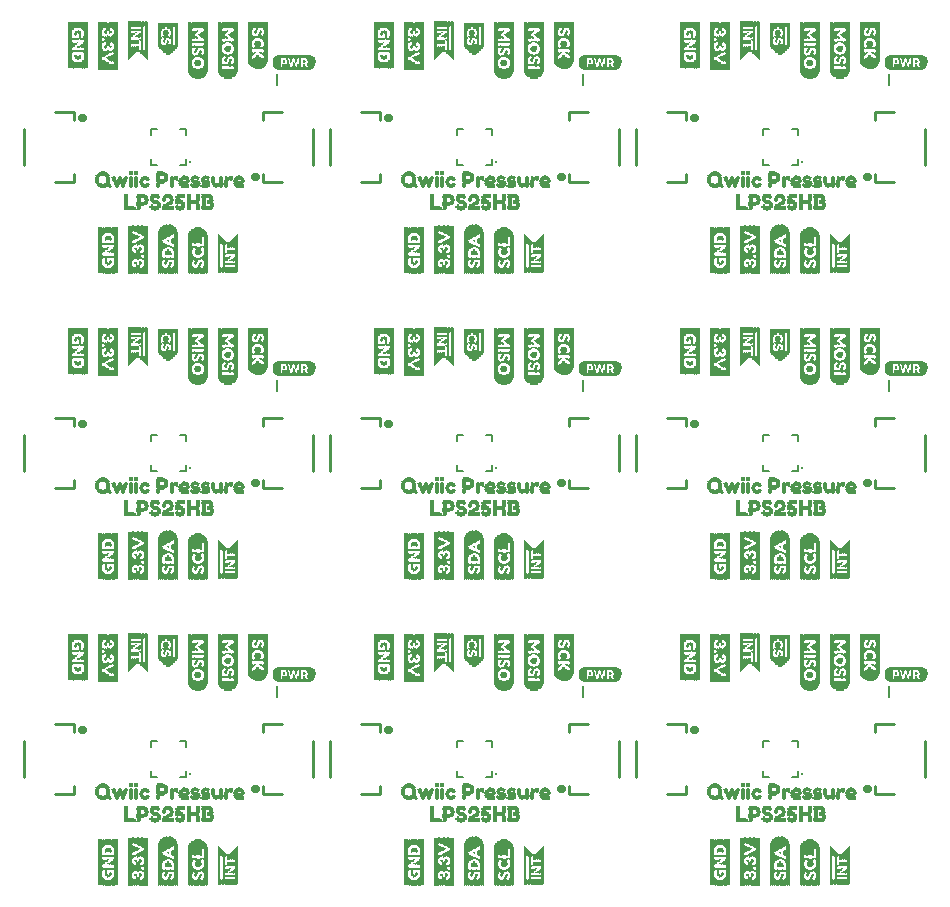
<source format=gto>
G75*
%MOIN*%
%OFA0B0*%
%FSLAX25Y25*%
%IPPOS*%
%LPD*%
%AMOC8*
5,1,8,0,0,1.08239X$1,22.5*
%
%ADD10C,0.01000*%
%ADD11C,0.01575*%
%ADD12R,0.00157X0.15906*%
%ADD13R,0.00157X0.02992*%
%ADD14R,0.00157X0.03937*%
%ADD15R,0.00157X0.07402*%
%ADD16R,0.00157X0.02520*%
%ADD17R,0.00157X0.03307*%
%ADD18R,0.00157X0.01102*%
%ADD19R,0.00157X0.02362*%
%ADD20R,0.00157X0.01890*%
%ADD21R,0.00157X0.02677*%
%ADD22R,0.00157X0.00787*%
%ADD23R,0.00157X0.01732*%
%ADD24R,0.00157X0.02205*%
%ADD25R,0.00157X0.00630*%
%ADD26R,0.00157X0.02047*%
%ADD27R,0.00157X0.00472*%
%ADD28R,0.00157X0.00315*%
%ADD29R,0.00157X0.00945*%
%ADD30R,0.00157X0.01575*%
%ADD31R,0.00157X0.01417*%
%ADD32R,0.00157X0.01260*%
%ADD33R,0.00157X0.03150*%
%ADD34R,0.00157X0.03622*%
%ADD35R,0.00157X0.00157*%
%ADD36R,0.00157X0.02835*%
%ADD37R,0.00157X0.03465*%
%ADD38R,0.00157X0.15276*%
%ADD39R,0.00157X0.11024*%
%ADD40R,0.00157X0.12913*%
%ADD41R,0.00157X0.13386*%
%ADD42R,0.00157X0.13701*%
%ADD43R,0.00157X0.14016*%
%ADD44R,0.00157X0.14173*%
%ADD45R,0.00157X0.14331*%
%ADD46R,0.00157X0.14488*%
%ADD47R,0.00157X0.07087*%
%ADD48R,0.00157X0.04882*%
%ADD49R,0.00157X0.05039*%
%ADD50R,0.00157X0.05197*%
%ADD51R,0.00157X0.13858*%
%ADD52R,0.00157X0.14646*%
%ADD53R,0.00157X0.14961*%
%ADD54R,0.00157X0.15118*%
%ADD55R,0.00157X0.15433*%
%ADD56R,0.00157X0.11969*%
%ADD57R,0.00157X0.04567*%
%ADD58R,0.00157X0.04409*%
%ADD59R,0.00157X0.04252*%
%ADD60R,0.00157X0.04094*%
%ADD61R,0.00157X0.03780*%
%ADD62C,0.00500*%
%ADD63C,0.01114*%
%ADD64C,0.00700*%
%ADD65R,0.10748X0.00118*%
%ADD66R,0.11457X0.00118*%
%ADD67R,0.11929X0.00079*%
%ADD68R,0.12402X0.00157*%
%ADD69R,0.12638X0.00118*%
%ADD70R,0.12874X0.00118*%
%ADD71R,0.13110X0.00079*%
%ADD72R,0.04961X0.00118*%
%ADD73R,0.03071X0.00118*%
%ADD74R,0.05079X0.00118*%
%ADD75R,0.02244X0.00157*%
%ADD76R,0.00945X0.00157*%
%ADD77R,0.01181X0.00157*%
%ADD78R,0.00472X0.00157*%
%ADD79R,0.02835X0.00157*%
%ADD80R,0.02244X0.00118*%
%ADD81R,0.00591X0.00118*%
%ADD82R,0.00945X0.00118*%
%ADD83R,0.00354X0.00118*%
%ADD84R,0.02598X0.00118*%
%ADD85R,0.02362X0.00118*%
%ADD86R,0.00472X0.00118*%
%ADD87R,0.00827X0.00118*%
%ADD88R,0.02480X0.00118*%
%ADD89R,0.02480X0.00157*%
%ADD90R,0.00236X0.00157*%
%ADD91R,0.00709X0.00157*%
%ADD92R,0.00354X0.00157*%
%ADD93R,0.00709X0.00118*%
%ADD94R,0.00236X0.00118*%
%ADD95R,0.02598X0.00157*%
%ADD96R,0.00591X0.00157*%
%ADD97R,0.00118X0.00157*%
%ADD98R,0.02717X0.00118*%
%ADD99R,0.02835X0.00118*%
%ADD100R,0.00827X0.00157*%
%ADD101R,0.01299X0.00118*%
%ADD102R,0.01654X0.00118*%
%ADD103R,0.01063X0.00118*%
%ADD104R,0.01063X0.00157*%
%ADD105R,0.01181X0.00118*%
%ADD106R,0.02126X0.00118*%
%ADD107R,0.02126X0.00157*%
%ADD108R,0.01417X0.00118*%
%ADD109R,0.13110X0.00118*%
%ADD110R,0.12402X0.00118*%
%ADD111R,0.11929X0.00118*%
%ADD112R,0.00157X0.16378*%
%ADD113R,0.00157X0.16850*%
%ADD114R,0.00157X0.17165*%
%ADD115R,0.00157X0.17480*%
%ADD116R,0.00157X0.17638*%
%ADD117R,0.00157X0.17795*%
%ADD118R,0.00157X0.17953*%
%ADD119R,0.00157X0.09134*%
%ADD120R,0.00157X0.08346*%
%ADD121R,0.00157X0.13228*%
%ADD122R,0.00157X0.14803*%
%ADD123R,0.00157X0.04724*%
%ADD124R,0.00157X0.07874*%
%ADD125R,0.00157X0.08031*%
%ADD126R,0.00157X0.08504*%
%ADD127R,0.00157X0.09606*%
%ADD128R,0.00157X0.09764*%
%ADD129R,0.00157X0.09921*%
%ADD130R,0.00157X0.10079*%
%ADD131R,0.00157X0.08661*%
%ADD132R,0.00157X0.12756*%
%ADD133R,0.00157X0.12598*%
%ADD134R,0.00157X0.12441*%
%ADD135R,0.00157X0.12283*%
%ADD136R,0.00157X0.11181*%
%ADD137R,0.00157X0.10866*%
%ADD138R,0.00157X0.10709*%
%ADD139R,0.00157X0.12126*%
%ADD140R,0.00394X0.00197*%
%ADD141R,0.01969X0.00197*%
%ADD142R,0.01378X0.00197*%
%ADD143R,0.01181X0.00197*%
%ADD144R,0.02165X0.00197*%
%ADD145R,0.02953X0.00197*%
%ADD146R,0.02362X0.00197*%
%ADD147R,0.03150X0.00197*%
%ADD148R,0.03346X0.00197*%
%ADD149R,0.02756X0.00197*%
%ADD150R,0.02559X0.00197*%
%ADD151R,0.03543X0.00197*%
%ADD152R,0.03740X0.00197*%
%ADD153R,0.03937X0.00197*%
%ADD154R,0.01575X0.00197*%
%ADD155R,0.00591X0.00197*%
%ADD156R,0.01772X0.00197*%
%ADD157R,0.04331X0.00197*%
%ADD158R,0.00984X0.00197*%
%ADD159R,0.01181X0.00236*%
%ADD160R,0.03740X0.00236*%
%ADD161R,0.02559X0.00236*%
%ADD162R,0.01969X0.00236*%
%ADD163R,0.03346X0.00236*%
%ADD164R,0.04331X0.00236*%
%ADD165R,0.01378X0.00236*%
%ADD166R,0.00197X0.00197*%
%ADD167R,0.01575X0.00236*%
%ADD168R,0.00984X0.00236*%
%ADD169R,0.04134X0.00236*%
%ADD170R,0.04134X0.00197*%
%ADD171R,0.03937X0.00236*%
%ADD172R,0.02362X0.00236*%
%ADD173R,0.03543X0.00236*%
%ADD174R,0.00787X0.00197*%
%ADD175R,0.04724X0.00236*%
%ADD176R,0.00394X0.00236*%
%ADD177R,0.02165X0.00236*%
%ADD178R,0.04528X0.00197*%
%ADD179R,0.01772X0.00236*%
%ADD180R,0.00197X0.00236*%
%ADD181R,0.04921X0.00197*%
%ADD182R,0.04724X0.00197*%
%ADD183R,0.02756X0.00236*%
%ADD184R,0.02953X0.00236*%
D10*
X0040876Y0066939D02*
X0047372Y0066939D01*
X0047372Y0069892D01*
X0030640Y0072844D02*
X0030640Y0084656D01*
X0040876Y0090561D02*
X0047372Y0090561D01*
X0047372Y0087608D01*
X0110128Y0087608D02*
X0110128Y0090561D01*
X0116624Y0090561D01*
X0126860Y0084656D02*
X0126860Y0072844D01*
X0132640Y0072844D02*
X0132640Y0084656D01*
X0142876Y0090561D02*
X0149372Y0090561D01*
X0149372Y0087608D01*
X0149372Y0069892D02*
X0149372Y0066939D01*
X0142876Y0066939D01*
X0116624Y0066939D02*
X0110128Y0066939D01*
X0110128Y0069892D01*
X0212128Y0069892D02*
X0212128Y0066939D01*
X0218624Y0066939D01*
X0228860Y0072844D02*
X0228860Y0084656D01*
X0234640Y0084656D02*
X0234640Y0072844D01*
X0244876Y0066939D02*
X0251372Y0066939D01*
X0251372Y0069892D01*
X0251372Y0087608D02*
X0251372Y0090561D01*
X0244876Y0090561D01*
X0218624Y0090561D02*
X0212128Y0090561D01*
X0212128Y0087608D01*
X0212128Y0168939D02*
X0212128Y0171892D01*
X0212128Y0168939D02*
X0218624Y0168939D01*
X0228860Y0174844D02*
X0228860Y0186656D01*
X0234640Y0186656D02*
X0234640Y0174844D01*
X0244876Y0168939D02*
X0251372Y0168939D01*
X0251372Y0171892D01*
X0251372Y0189608D02*
X0251372Y0192561D01*
X0244876Y0192561D01*
X0218624Y0192561D02*
X0212128Y0192561D01*
X0212128Y0189608D01*
X0149372Y0189608D02*
X0149372Y0192561D01*
X0142876Y0192561D01*
X0132640Y0186656D02*
X0132640Y0174844D01*
X0126860Y0174844D02*
X0126860Y0186656D01*
X0116624Y0192561D02*
X0110128Y0192561D01*
X0110128Y0189608D01*
X0110128Y0171892D02*
X0110128Y0168939D01*
X0116624Y0168939D01*
X0142876Y0168939D02*
X0149372Y0168939D01*
X0149372Y0171892D01*
X0047372Y0171892D02*
X0047372Y0168939D01*
X0040876Y0168939D01*
X0030640Y0174844D02*
X0030640Y0186656D01*
X0040876Y0192561D02*
X0047372Y0192561D01*
X0047372Y0189608D01*
X0047372Y0270939D02*
X0040876Y0270939D01*
X0047372Y0270939D02*
X0047372Y0273892D01*
X0030640Y0276844D02*
X0030640Y0288656D01*
X0040876Y0294561D02*
X0047372Y0294561D01*
X0047372Y0291608D01*
X0110128Y0291608D02*
X0110128Y0294561D01*
X0116624Y0294561D01*
X0126860Y0288656D02*
X0126860Y0276844D01*
X0132640Y0276844D02*
X0132640Y0288656D01*
X0142876Y0294561D02*
X0149372Y0294561D01*
X0149372Y0291608D01*
X0149372Y0273892D02*
X0149372Y0270939D01*
X0142876Y0270939D01*
X0116624Y0270939D02*
X0110128Y0270939D01*
X0110128Y0273892D01*
X0212128Y0273892D02*
X0212128Y0270939D01*
X0218624Y0270939D01*
X0228860Y0276844D02*
X0228860Y0288656D01*
X0234640Y0288656D02*
X0234640Y0276844D01*
X0244876Y0270939D02*
X0251372Y0270939D01*
X0251372Y0273892D01*
X0251372Y0291608D02*
X0251372Y0294561D01*
X0244876Y0294561D01*
X0218624Y0294561D02*
X0212128Y0294561D01*
X0212128Y0291608D01*
X0314128Y0291608D02*
X0314128Y0294561D01*
X0320624Y0294561D01*
X0330860Y0288656D02*
X0330860Y0276844D01*
X0320624Y0270939D02*
X0314128Y0270939D01*
X0314128Y0273892D01*
X0314128Y0192561D02*
X0320624Y0192561D01*
X0314128Y0192561D02*
X0314128Y0189608D01*
X0330860Y0186656D02*
X0330860Y0174844D01*
X0320624Y0168939D02*
X0314128Y0168939D01*
X0314128Y0171892D01*
X0314128Y0090561D02*
X0320624Y0090561D01*
X0314128Y0090561D02*
X0314128Y0087608D01*
X0330860Y0084656D02*
X0330860Y0072844D01*
X0320624Y0066939D02*
X0314128Y0066939D01*
X0314128Y0069892D01*
D11*
X0311012Y0068907D02*
X0311014Y0068954D01*
X0311020Y0069000D01*
X0311029Y0069046D01*
X0311043Y0069090D01*
X0311060Y0069134D01*
X0311081Y0069175D01*
X0311105Y0069215D01*
X0311132Y0069253D01*
X0311163Y0069288D01*
X0311196Y0069321D01*
X0311232Y0069351D01*
X0311271Y0069377D01*
X0311311Y0069401D01*
X0311353Y0069420D01*
X0311397Y0069437D01*
X0311442Y0069449D01*
X0311488Y0069458D01*
X0311534Y0069463D01*
X0311581Y0069464D01*
X0311627Y0069461D01*
X0311673Y0069454D01*
X0311719Y0069443D01*
X0311763Y0069429D01*
X0311806Y0069411D01*
X0311847Y0069389D01*
X0311887Y0069364D01*
X0311924Y0069336D01*
X0311959Y0069305D01*
X0311991Y0069271D01*
X0312020Y0069234D01*
X0312045Y0069196D01*
X0312068Y0069155D01*
X0312087Y0069112D01*
X0312102Y0069068D01*
X0312114Y0069023D01*
X0312122Y0068977D01*
X0312126Y0068930D01*
X0312126Y0068884D01*
X0312122Y0068837D01*
X0312114Y0068791D01*
X0312102Y0068746D01*
X0312087Y0068702D01*
X0312068Y0068659D01*
X0312045Y0068618D01*
X0312020Y0068580D01*
X0311991Y0068543D01*
X0311959Y0068509D01*
X0311924Y0068478D01*
X0311887Y0068450D01*
X0311848Y0068425D01*
X0311806Y0068403D01*
X0311763Y0068385D01*
X0311719Y0068371D01*
X0311673Y0068360D01*
X0311627Y0068353D01*
X0311581Y0068350D01*
X0311534Y0068351D01*
X0311488Y0068356D01*
X0311442Y0068365D01*
X0311397Y0068377D01*
X0311353Y0068394D01*
X0311311Y0068413D01*
X0311271Y0068437D01*
X0311232Y0068463D01*
X0311196Y0068493D01*
X0311163Y0068526D01*
X0311132Y0068561D01*
X0311105Y0068599D01*
X0311081Y0068639D01*
X0311060Y0068680D01*
X0311043Y0068724D01*
X0311029Y0068768D01*
X0311020Y0068814D01*
X0311014Y0068860D01*
X0311012Y0068907D01*
X0253374Y0088593D02*
X0253376Y0088640D01*
X0253382Y0088686D01*
X0253391Y0088732D01*
X0253405Y0088776D01*
X0253422Y0088820D01*
X0253443Y0088861D01*
X0253467Y0088901D01*
X0253494Y0088939D01*
X0253525Y0088974D01*
X0253558Y0089007D01*
X0253594Y0089037D01*
X0253633Y0089063D01*
X0253673Y0089087D01*
X0253715Y0089106D01*
X0253759Y0089123D01*
X0253804Y0089135D01*
X0253850Y0089144D01*
X0253896Y0089149D01*
X0253943Y0089150D01*
X0253989Y0089147D01*
X0254035Y0089140D01*
X0254081Y0089129D01*
X0254125Y0089115D01*
X0254168Y0089097D01*
X0254209Y0089075D01*
X0254249Y0089050D01*
X0254286Y0089022D01*
X0254321Y0088991D01*
X0254353Y0088957D01*
X0254382Y0088920D01*
X0254407Y0088882D01*
X0254430Y0088841D01*
X0254449Y0088798D01*
X0254464Y0088754D01*
X0254476Y0088709D01*
X0254484Y0088663D01*
X0254488Y0088616D01*
X0254488Y0088570D01*
X0254484Y0088523D01*
X0254476Y0088477D01*
X0254464Y0088432D01*
X0254449Y0088388D01*
X0254430Y0088345D01*
X0254407Y0088304D01*
X0254382Y0088266D01*
X0254353Y0088229D01*
X0254321Y0088195D01*
X0254286Y0088164D01*
X0254249Y0088136D01*
X0254210Y0088111D01*
X0254168Y0088089D01*
X0254125Y0088071D01*
X0254081Y0088057D01*
X0254035Y0088046D01*
X0253989Y0088039D01*
X0253943Y0088036D01*
X0253896Y0088037D01*
X0253850Y0088042D01*
X0253804Y0088051D01*
X0253759Y0088063D01*
X0253715Y0088080D01*
X0253673Y0088099D01*
X0253633Y0088123D01*
X0253594Y0088149D01*
X0253558Y0088179D01*
X0253525Y0088212D01*
X0253494Y0088247D01*
X0253467Y0088285D01*
X0253443Y0088325D01*
X0253422Y0088366D01*
X0253405Y0088410D01*
X0253391Y0088454D01*
X0253382Y0088500D01*
X0253376Y0088546D01*
X0253374Y0088593D01*
X0209012Y0068907D02*
X0209014Y0068954D01*
X0209020Y0069000D01*
X0209029Y0069046D01*
X0209043Y0069090D01*
X0209060Y0069134D01*
X0209081Y0069175D01*
X0209105Y0069215D01*
X0209132Y0069253D01*
X0209163Y0069288D01*
X0209196Y0069321D01*
X0209232Y0069351D01*
X0209271Y0069377D01*
X0209311Y0069401D01*
X0209353Y0069420D01*
X0209397Y0069437D01*
X0209442Y0069449D01*
X0209488Y0069458D01*
X0209534Y0069463D01*
X0209581Y0069464D01*
X0209627Y0069461D01*
X0209673Y0069454D01*
X0209719Y0069443D01*
X0209763Y0069429D01*
X0209806Y0069411D01*
X0209847Y0069389D01*
X0209887Y0069364D01*
X0209924Y0069336D01*
X0209959Y0069305D01*
X0209991Y0069271D01*
X0210020Y0069234D01*
X0210045Y0069196D01*
X0210068Y0069155D01*
X0210087Y0069112D01*
X0210102Y0069068D01*
X0210114Y0069023D01*
X0210122Y0068977D01*
X0210126Y0068930D01*
X0210126Y0068884D01*
X0210122Y0068837D01*
X0210114Y0068791D01*
X0210102Y0068746D01*
X0210087Y0068702D01*
X0210068Y0068659D01*
X0210045Y0068618D01*
X0210020Y0068580D01*
X0209991Y0068543D01*
X0209959Y0068509D01*
X0209924Y0068478D01*
X0209887Y0068450D01*
X0209848Y0068425D01*
X0209806Y0068403D01*
X0209763Y0068385D01*
X0209719Y0068371D01*
X0209673Y0068360D01*
X0209627Y0068353D01*
X0209581Y0068350D01*
X0209534Y0068351D01*
X0209488Y0068356D01*
X0209442Y0068365D01*
X0209397Y0068377D01*
X0209353Y0068394D01*
X0209311Y0068413D01*
X0209271Y0068437D01*
X0209232Y0068463D01*
X0209196Y0068493D01*
X0209163Y0068526D01*
X0209132Y0068561D01*
X0209105Y0068599D01*
X0209081Y0068639D01*
X0209060Y0068680D01*
X0209043Y0068724D01*
X0209029Y0068768D01*
X0209020Y0068814D01*
X0209014Y0068860D01*
X0209012Y0068907D01*
X0151374Y0088593D02*
X0151376Y0088640D01*
X0151382Y0088686D01*
X0151391Y0088732D01*
X0151405Y0088776D01*
X0151422Y0088820D01*
X0151443Y0088861D01*
X0151467Y0088901D01*
X0151494Y0088939D01*
X0151525Y0088974D01*
X0151558Y0089007D01*
X0151594Y0089037D01*
X0151633Y0089063D01*
X0151673Y0089087D01*
X0151715Y0089106D01*
X0151759Y0089123D01*
X0151804Y0089135D01*
X0151850Y0089144D01*
X0151896Y0089149D01*
X0151943Y0089150D01*
X0151989Y0089147D01*
X0152035Y0089140D01*
X0152081Y0089129D01*
X0152125Y0089115D01*
X0152168Y0089097D01*
X0152209Y0089075D01*
X0152249Y0089050D01*
X0152286Y0089022D01*
X0152321Y0088991D01*
X0152353Y0088957D01*
X0152382Y0088920D01*
X0152407Y0088882D01*
X0152430Y0088841D01*
X0152449Y0088798D01*
X0152464Y0088754D01*
X0152476Y0088709D01*
X0152484Y0088663D01*
X0152488Y0088616D01*
X0152488Y0088570D01*
X0152484Y0088523D01*
X0152476Y0088477D01*
X0152464Y0088432D01*
X0152449Y0088388D01*
X0152430Y0088345D01*
X0152407Y0088304D01*
X0152382Y0088266D01*
X0152353Y0088229D01*
X0152321Y0088195D01*
X0152286Y0088164D01*
X0152249Y0088136D01*
X0152210Y0088111D01*
X0152168Y0088089D01*
X0152125Y0088071D01*
X0152081Y0088057D01*
X0152035Y0088046D01*
X0151989Y0088039D01*
X0151943Y0088036D01*
X0151896Y0088037D01*
X0151850Y0088042D01*
X0151804Y0088051D01*
X0151759Y0088063D01*
X0151715Y0088080D01*
X0151673Y0088099D01*
X0151633Y0088123D01*
X0151594Y0088149D01*
X0151558Y0088179D01*
X0151525Y0088212D01*
X0151494Y0088247D01*
X0151467Y0088285D01*
X0151443Y0088325D01*
X0151422Y0088366D01*
X0151405Y0088410D01*
X0151391Y0088454D01*
X0151382Y0088500D01*
X0151376Y0088546D01*
X0151374Y0088593D01*
X0107012Y0068907D02*
X0107014Y0068954D01*
X0107020Y0069000D01*
X0107029Y0069046D01*
X0107043Y0069090D01*
X0107060Y0069134D01*
X0107081Y0069175D01*
X0107105Y0069215D01*
X0107132Y0069253D01*
X0107163Y0069288D01*
X0107196Y0069321D01*
X0107232Y0069351D01*
X0107271Y0069377D01*
X0107311Y0069401D01*
X0107353Y0069420D01*
X0107397Y0069437D01*
X0107442Y0069449D01*
X0107488Y0069458D01*
X0107534Y0069463D01*
X0107581Y0069464D01*
X0107627Y0069461D01*
X0107673Y0069454D01*
X0107719Y0069443D01*
X0107763Y0069429D01*
X0107806Y0069411D01*
X0107847Y0069389D01*
X0107887Y0069364D01*
X0107924Y0069336D01*
X0107959Y0069305D01*
X0107991Y0069271D01*
X0108020Y0069234D01*
X0108045Y0069196D01*
X0108068Y0069155D01*
X0108087Y0069112D01*
X0108102Y0069068D01*
X0108114Y0069023D01*
X0108122Y0068977D01*
X0108126Y0068930D01*
X0108126Y0068884D01*
X0108122Y0068837D01*
X0108114Y0068791D01*
X0108102Y0068746D01*
X0108087Y0068702D01*
X0108068Y0068659D01*
X0108045Y0068618D01*
X0108020Y0068580D01*
X0107991Y0068543D01*
X0107959Y0068509D01*
X0107924Y0068478D01*
X0107887Y0068450D01*
X0107848Y0068425D01*
X0107806Y0068403D01*
X0107763Y0068385D01*
X0107719Y0068371D01*
X0107673Y0068360D01*
X0107627Y0068353D01*
X0107581Y0068350D01*
X0107534Y0068351D01*
X0107488Y0068356D01*
X0107442Y0068365D01*
X0107397Y0068377D01*
X0107353Y0068394D01*
X0107311Y0068413D01*
X0107271Y0068437D01*
X0107232Y0068463D01*
X0107196Y0068493D01*
X0107163Y0068526D01*
X0107132Y0068561D01*
X0107105Y0068599D01*
X0107081Y0068639D01*
X0107060Y0068680D01*
X0107043Y0068724D01*
X0107029Y0068768D01*
X0107020Y0068814D01*
X0107014Y0068860D01*
X0107012Y0068907D01*
X0049374Y0088593D02*
X0049376Y0088640D01*
X0049382Y0088686D01*
X0049391Y0088732D01*
X0049405Y0088776D01*
X0049422Y0088820D01*
X0049443Y0088861D01*
X0049467Y0088901D01*
X0049494Y0088939D01*
X0049525Y0088974D01*
X0049558Y0089007D01*
X0049594Y0089037D01*
X0049633Y0089063D01*
X0049673Y0089087D01*
X0049715Y0089106D01*
X0049759Y0089123D01*
X0049804Y0089135D01*
X0049850Y0089144D01*
X0049896Y0089149D01*
X0049943Y0089150D01*
X0049989Y0089147D01*
X0050035Y0089140D01*
X0050081Y0089129D01*
X0050125Y0089115D01*
X0050168Y0089097D01*
X0050209Y0089075D01*
X0050249Y0089050D01*
X0050286Y0089022D01*
X0050321Y0088991D01*
X0050353Y0088957D01*
X0050382Y0088920D01*
X0050407Y0088882D01*
X0050430Y0088841D01*
X0050449Y0088798D01*
X0050464Y0088754D01*
X0050476Y0088709D01*
X0050484Y0088663D01*
X0050488Y0088616D01*
X0050488Y0088570D01*
X0050484Y0088523D01*
X0050476Y0088477D01*
X0050464Y0088432D01*
X0050449Y0088388D01*
X0050430Y0088345D01*
X0050407Y0088304D01*
X0050382Y0088266D01*
X0050353Y0088229D01*
X0050321Y0088195D01*
X0050286Y0088164D01*
X0050249Y0088136D01*
X0050210Y0088111D01*
X0050168Y0088089D01*
X0050125Y0088071D01*
X0050081Y0088057D01*
X0050035Y0088046D01*
X0049989Y0088039D01*
X0049943Y0088036D01*
X0049896Y0088037D01*
X0049850Y0088042D01*
X0049804Y0088051D01*
X0049759Y0088063D01*
X0049715Y0088080D01*
X0049673Y0088099D01*
X0049633Y0088123D01*
X0049594Y0088149D01*
X0049558Y0088179D01*
X0049525Y0088212D01*
X0049494Y0088247D01*
X0049467Y0088285D01*
X0049443Y0088325D01*
X0049422Y0088366D01*
X0049405Y0088410D01*
X0049391Y0088454D01*
X0049382Y0088500D01*
X0049376Y0088546D01*
X0049374Y0088593D01*
X0107012Y0170907D02*
X0107014Y0170954D01*
X0107020Y0171000D01*
X0107029Y0171046D01*
X0107043Y0171090D01*
X0107060Y0171134D01*
X0107081Y0171175D01*
X0107105Y0171215D01*
X0107132Y0171253D01*
X0107163Y0171288D01*
X0107196Y0171321D01*
X0107232Y0171351D01*
X0107271Y0171377D01*
X0107311Y0171401D01*
X0107353Y0171420D01*
X0107397Y0171437D01*
X0107442Y0171449D01*
X0107488Y0171458D01*
X0107534Y0171463D01*
X0107581Y0171464D01*
X0107627Y0171461D01*
X0107673Y0171454D01*
X0107719Y0171443D01*
X0107763Y0171429D01*
X0107806Y0171411D01*
X0107847Y0171389D01*
X0107887Y0171364D01*
X0107924Y0171336D01*
X0107959Y0171305D01*
X0107991Y0171271D01*
X0108020Y0171234D01*
X0108045Y0171196D01*
X0108068Y0171155D01*
X0108087Y0171112D01*
X0108102Y0171068D01*
X0108114Y0171023D01*
X0108122Y0170977D01*
X0108126Y0170930D01*
X0108126Y0170884D01*
X0108122Y0170837D01*
X0108114Y0170791D01*
X0108102Y0170746D01*
X0108087Y0170702D01*
X0108068Y0170659D01*
X0108045Y0170618D01*
X0108020Y0170580D01*
X0107991Y0170543D01*
X0107959Y0170509D01*
X0107924Y0170478D01*
X0107887Y0170450D01*
X0107848Y0170425D01*
X0107806Y0170403D01*
X0107763Y0170385D01*
X0107719Y0170371D01*
X0107673Y0170360D01*
X0107627Y0170353D01*
X0107581Y0170350D01*
X0107534Y0170351D01*
X0107488Y0170356D01*
X0107442Y0170365D01*
X0107397Y0170377D01*
X0107353Y0170394D01*
X0107311Y0170413D01*
X0107271Y0170437D01*
X0107232Y0170463D01*
X0107196Y0170493D01*
X0107163Y0170526D01*
X0107132Y0170561D01*
X0107105Y0170599D01*
X0107081Y0170639D01*
X0107060Y0170680D01*
X0107043Y0170724D01*
X0107029Y0170768D01*
X0107020Y0170814D01*
X0107014Y0170860D01*
X0107012Y0170907D01*
X0151374Y0190593D02*
X0151376Y0190640D01*
X0151382Y0190686D01*
X0151391Y0190732D01*
X0151405Y0190776D01*
X0151422Y0190820D01*
X0151443Y0190861D01*
X0151467Y0190901D01*
X0151494Y0190939D01*
X0151525Y0190974D01*
X0151558Y0191007D01*
X0151594Y0191037D01*
X0151633Y0191063D01*
X0151673Y0191087D01*
X0151715Y0191106D01*
X0151759Y0191123D01*
X0151804Y0191135D01*
X0151850Y0191144D01*
X0151896Y0191149D01*
X0151943Y0191150D01*
X0151989Y0191147D01*
X0152035Y0191140D01*
X0152081Y0191129D01*
X0152125Y0191115D01*
X0152168Y0191097D01*
X0152209Y0191075D01*
X0152249Y0191050D01*
X0152286Y0191022D01*
X0152321Y0190991D01*
X0152353Y0190957D01*
X0152382Y0190920D01*
X0152407Y0190882D01*
X0152430Y0190841D01*
X0152449Y0190798D01*
X0152464Y0190754D01*
X0152476Y0190709D01*
X0152484Y0190663D01*
X0152488Y0190616D01*
X0152488Y0190570D01*
X0152484Y0190523D01*
X0152476Y0190477D01*
X0152464Y0190432D01*
X0152449Y0190388D01*
X0152430Y0190345D01*
X0152407Y0190304D01*
X0152382Y0190266D01*
X0152353Y0190229D01*
X0152321Y0190195D01*
X0152286Y0190164D01*
X0152249Y0190136D01*
X0152210Y0190111D01*
X0152168Y0190089D01*
X0152125Y0190071D01*
X0152081Y0190057D01*
X0152035Y0190046D01*
X0151989Y0190039D01*
X0151943Y0190036D01*
X0151896Y0190037D01*
X0151850Y0190042D01*
X0151804Y0190051D01*
X0151759Y0190063D01*
X0151715Y0190080D01*
X0151673Y0190099D01*
X0151633Y0190123D01*
X0151594Y0190149D01*
X0151558Y0190179D01*
X0151525Y0190212D01*
X0151494Y0190247D01*
X0151467Y0190285D01*
X0151443Y0190325D01*
X0151422Y0190366D01*
X0151405Y0190410D01*
X0151391Y0190454D01*
X0151382Y0190500D01*
X0151376Y0190546D01*
X0151374Y0190593D01*
X0209012Y0170907D02*
X0209014Y0170954D01*
X0209020Y0171000D01*
X0209029Y0171046D01*
X0209043Y0171090D01*
X0209060Y0171134D01*
X0209081Y0171175D01*
X0209105Y0171215D01*
X0209132Y0171253D01*
X0209163Y0171288D01*
X0209196Y0171321D01*
X0209232Y0171351D01*
X0209271Y0171377D01*
X0209311Y0171401D01*
X0209353Y0171420D01*
X0209397Y0171437D01*
X0209442Y0171449D01*
X0209488Y0171458D01*
X0209534Y0171463D01*
X0209581Y0171464D01*
X0209627Y0171461D01*
X0209673Y0171454D01*
X0209719Y0171443D01*
X0209763Y0171429D01*
X0209806Y0171411D01*
X0209847Y0171389D01*
X0209887Y0171364D01*
X0209924Y0171336D01*
X0209959Y0171305D01*
X0209991Y0171271D01*
X0210020Y0171234D01*
X0210045Y0171196D01*
X0210068Y0171155D01*
X0210087Y0171112D01*
X0210102Y0171068D01*
X0210114Y0171023D01*
X0210122Y0170977D01*
X0210126Y0170930D01*
X0210126Y0170884D01*
X0210122Y0170837D01*
X0210114Y0170791D01*
X0210102Y0170746D01*
X0210087Y0170702D01*
X0210068Y0170659D01*
X0210045Y0170618D01*
X0210020Y0170580D01*
X0209991Y0170543D01*
X0209959Y0170509D01*
X0209924Y0170478D01*
X0209887Y0170450D01*
X0209848Y0170425D01*
X0209806Y0170403D01*
X0209763Y0170385D01*
X0209719Y0170371D01*
X0209673Y0170360D01*
X0209627Y0170353D01*
X0209581Y0170350D01*
X0209534Y0170351D01*
X0209488Y0170356D01*
X0209442Y0170365D01*
X0209397Y0170377D01*
X0209353Y0170394D01*
X0209311Y0170413D01*
X0209271Y0170437D01*
X0209232Y0170463D01*
X0209196Y0170493D01*
X0209163Y0170526D01*
X0209132Y0170561D01*
X0209105Y0170599D01*
X0209081Y0170639D01*
X0209060Y0170680D01*
X0209043Y0170724D01*
X0209029Y0170768D01*
X0209020Y0170814D01*
X0209014Y0170860D01*
X0209012Y0170907D01*
X0253374Y0190593D02*
X0253376Y0190640D01*
X0253382Y0190686D01*
X0253391Y0190732D01*
X0253405Y0190776D01*
X0253422Y0190820D01*
X0253443Y0190861D01*
X0253467Y0190901D01*
X0253494Y0190939D01*
X0253525Y0190974D01*
X0253558Y0191007D01*
X0253594Y0191037D01*
X0253633Y0191063D01*
X0253673Y0191087D01*
X0253715Y0191106D01*
X0253759Y0191123D01*
X0253804Y0191135D01*
X0253850Y0191144D01*
X0253896Y0191149D01*
X0253943Y0191150D01*
X0253989Y0191147D01*
X0254035Y0191140D01*
X0254081Y0191129D01*
X0254125Y0191115D01*
X0254168Y0191097D01*
X0254209Y0191075D01*
X0254249Y0191050D01*
X0254286Y0191022D01*
X0254321Y0190991D01*
X0254353Y0190957D01*
X0254382Y0190920D01*
X0254407Y0190882D01*
X0254430Y0190841D01*
X0254449Y0190798D01*
X0254464Y0190754D01*
X0254476Y0190709D01*
X0254484Y0190663D01*
X0254488Y0190616D01*
X0254488Y0190570D01*
X0254484Y0190523D01*
X0254476Y0190477D01*
X0254464Y0190432D01*
X0254449Y0190388D01*
X0254430Y0190345D01*
X0254407Y0190304D01*
X0254382Y0190266D01*
X0254353Y0190229D01*
X0254321Y0190195D01*
X0254286Y0190164D01*
X0254249Y0190136D01*
X0254210Y0190111D01*
X0254168Y0190089D01*
X0254125Y0190071D01*
X0254081Y0190057D01*
X0254035Y0190046D01*
X0253989Y0190039D01*
X0253943Y0190036D01*
X0253896Y0190037D01*
X0253850Y0190042D01*
X0253804Y0190051D01*
X0253759Y0190063D01*
X0253715Y0190080D01*
X0253673Y0190099D01*
X0253633Y0190123D01*
X0253594Y0190149D01*
X0253558Y0190179D01*
X0253525Y0190212D01*
X0253494Y0190247D01*
X0253467Y0190285D01*
X0253443Y0190325D01*
X0253422Y0190366D01*
X0253405Y0190410D01*
X0253391Y0190454D01*
X0253382Y0190500D01*
X0253376Y0190546D01*
X0253374Y0190593D01*
X0311012Y0170907D02*
X0311014Y0170954D01*
X0311020Y0171000D01*
X0311029Y0171046D01*
X0311043Y0171090D01*
X0311060Y0171134D01*
X0311081Y0171175D01*
X0311105Y0171215D01*
X0311132Y0171253D01*
X0311163Y0171288D01*
X0311196Y0171321D01*
X0311232Y0171351D01*
X0311271Y0171377D01*
X0311311Y0171401D01*
X0311353Y0171420D01*
X0311397Y0171437D01*
X0311442Y0171449D01*
X0311488Y0171458D01*
X0311534Y0171463D01*
X0311581Y0171464D01*
X0311627Y0171461D01*
X0311673Y0171454D01*
X0311719Y0171443D01*
X0311763Y0171429D01*
X0311806Y0171411D01*
X0311847Y0171389D01*
X0311887Y0171364D01*
X0311924Y0171336D01*
X0311959Y0171305D01*
X0311991Y0171271D01*
X0312020Y0171234D01*
X0312045Y0171196D01*
X0312068Y0171155D01*
X0312087Y0171112D01*
X0312102Y0171068D01*
X0312114Y0171023D01*
X0312122Y0170977D01*
X0312126Y0170930D01*
X0312126Y0170884D01*
X0312122Y0170837D01*
X0312114Y0170791D01*
X0312102Y0170746D01*
X0312087Y0170702D01*
X0312068Y0170659D01*
X0312045Y0170618D01*
X0312020Y0170580D01*
X0311991Y0170543D01*
X0311959Y0170509D01*
X0311924Y0170478D01*
X0311887Y0170450D01*
X0311848Y0170425D01*
X0311806Y0170403D01*
X0311763Y0170385D01*
X0311719Y0170371D01*
X0311673Y0170360D01*
X0311627Y0170353D01*
X0311581Y0170350D01*
X0311534Y0170351D01*
X0311488Y0170356D01*
X0311442Y0170365D01*
X0311397Y0170377D01*
X0311353Y0170394D01*
X0311311Y0170413D01*
X0311271Y0170437D01*
X0311232Y0170463D01*
X0311196Y0170493D01*
X0311163Y0170526D01*
X0311132Y0170561D01*
X0311105Y0170599D01*
X0311081Y0170639D01*
X0311060Y0170680D01*
X0311043Y0170724D01*
X0311029Y0170768D01*
X0311020Y0170814D01*
X0311014Y0170860D01*
X0311012Y0170907D01*
X0311012Y0272907D02*
X0311014Y0272954D01*
X0311020Y0273000D01*
X0311029Y0273046D01*
X0311043Y0273090D01*
X0311060Y0273134D01*
X0311081Y0273175D01*
X0311105Y0273215D01*
X0311132Y0273253D01*
X0311163Y0273288D01*
X0311196Y0273321D01*
X0311232Y0273351D01*
X0311271Y0273377D01*
X0311311Y0273401D01*
X0311353Y0273420D01*
X0311397Y0273437D01*
X0311442Y0273449D01*
X0311488Y0273458D01*
X0311534Y0273463D01*
X0311581Y0273464D01*
X0311627Y0273461D01*
X0311673Y0273454D01*
X0311719Y0273443D01*
X0311763Y0273429D01*
X0311806Y0273411D01*
X0311847Y0273389D01*
X0311887Y0273364D01*
X0311924Y0273336D01*
X0311959Y0273305D01*
X0311991Y0273271D01*
X0312020Y0273234D01*
X0312045Y0273196D01*
X0312068Y0273155D01*
X0312087Y0273112D01*
X0312102Y0273068D01*
X0312114Y0273023D01*
X0312122Y0272977D01*
X0312126Y0272930D01*
X0312126Y0272884D01*
X0312122Y0272837D01*
X0312114Y0272791D01*
X0312102Y0272746D01*
X0312087Y0272702D01*
X0312068Y0272659D01*
X0312045Y0272618D01*
X0312020Y0272580D01*
X0311991Y0272543D01*
X0311959Y0272509D01*
X0311924Y0272478D01*
X0311887Y0272450D01*
X0311848Y0272425D01*
X0311806Y0272403D01*
X0311763Y0272385D01*
X0311719Y0272371D01*
X0311673Y0272360D01*
X0311627Y0272353D01*
X0311581Y0272350D01*
X0311534Y0272351D01*
X0311488Y0272356D01*
X0311442Y0272365D01*
X0311397Y0272377D01*
X0311353Y0272394D01*
X0311311Y0272413D01*
X0311271Y0272437D01*
X0311232Y0272463D01*
X0311196Y0272493D01*
X0311163Y0272526D01*
X0311132Y0272561D01*
X0311105Y0272599D01*
X0311081Y0272639D01*
X0311060Y0272680D01*
X0311043Y0272724D01*
X0311029Y0272768D01*
X0311020Y0272814D01*
X0311014Y0272860D01*
X0311012Y0272907D01*
X0253374Y0292593D02*
X0253376Y0292640D01*
X0253382Y0292686D01*
X0253391Y0292732D01*
X0253405Y0292776D01*
X0253422Y0292820D01*
X0253443Y0292861D01*
X0253467Y0292901D01*
X0253494Y0292939D01*
X0253525Y0292974D01*
X0253558Y0293007D01*
X0253594Y0293037D01*
X0253633Y0293063D01*
X0253673Y0293087D01*
X0253715Y0293106D01*
X0253759Y0293123D01*
X0253804Y0293135D01*
X0253850Y0293144D01*
X0253896Y0293149D01*
X0253943Y0293150D01*
X0253989Y0293147D01*
X0254035Y0293140D01*
X0254081Y0293129D01*
X0254125Y0293115D01*
X0254168Y0293097D01*
X0254209Y0293075D01*
X0254249Y0293050D01*
X0254286Y0293022D01*
X0254321Y0292991D01*
X0254353Y0292957D01*
X0254382Y0292920D01*
X0254407Y0292882D01*
X0254430Y0292841D01*
X0254449Y0292798D01*
X0254464Y0292754D01*
X0254476Y0292709D01*
X0254484Y0292663D01*
X0254488Y0292616D01*
X0254488Y0292570D01*
X0254484Y0292523D01*
X0254476Y0292477D01*
X0254464Y0292432D01*
X0254449Y0292388D01*
X0254430Y0292345D01*
X0254407Y0292304D01*
X0254382Y0292266D01*
X0254353Y0292229D01*
X0254321Y0292195D01*
X0254286Y0292164D01*
X0254249Y0292136D01*
X0254210Y0292111D01*
X0254168Y0292089D01*
X0254125Y0292071D01*
X0254081Y0292057D01*
X0254035Y0292046D01*
X0253989Y0292039D01*
X0253943Y0292036D01*
X0253896Y0292037D01*
X0253850Y0292042D01*
X0253804Y0292051D01*
X0253759Y0292063D01*
X0253715Y0292080D01*
X0253673Y0292099D01*
X0253633Y0292123D01*
X0253594Y0292149D01*
X0253558Y0292179D01*
X0253525Y0292212D01*
X0253494Y0292247D01*
X0253467Y0292285D01*
X0253443Y0292325D01*
X0253422Y0292366D01*
X0253405Y0292410D01*
X0253391Y0292454D01*
X0253382Y0292500D01*
X0253376Y0292546D01*
X0253374Y0292593D01*
X0209012Y0272907D02*
X0209014Y0272954D01*
X0209020Y0273000D01*
X0209029Y0273046D01*
X0209043Y0273090D01*
X0209060Y0273134D01*
X0209081Y0273175D01*
X0209105Y0273215D01*
X0209132Y0273253D01*
X0209163Y0273288D01*
X0209196Y0273321D01*
X0209232Y0273351D01*
X0209271Y0273377D01*
X0209311Y0273401D01*
X0209353Y0273420D01*
X0209397Y0273437D01*
X0209442Y0273449D01*
X0209488Y0273458D01*
X0209534Y0273463D01*
X0209581Y0273464D01*
X0209627Y0273461D01*
X0209673Y0273454D01*
X0209719Y0273443D01*
X0209763Y0273429D01*
X0209806Y0273411D01*
X0209847Y0273389D01*
X0209887Y0273364D01*
X0209924Y0273336D01*
X0209959Y0273305D01*
X0209991Y0273271D01*
X0210020Y0273234D01*
X0210045Y0273196D01*
X0210068Y0273155D01*
X0210087Y0273112D01*
X0210102Y0273068D01*
X0210114Y0273023D01*
X0210122Y0272977D01*
X0210126Y0272930D01*
X0210126Y0272884D01*
X0210122Y0272837D01*
X0210114Y0272791D01*
X0210102Y0272746D01*
X0210087Y0272702D01*
X0210068Y0272659D01*
X0210045Y0272618D01*
X0210020Y0272580D01*
X0209991Y0272543D01*
X0209959Y0272509D01*
X0209924Y0272478D01*
X0209887Y0272450D01*
X0209848Y0272425D01*
X0209806Y0272403D01*
X0209763Y0272385D01*
X0209719Y0272371D01*
X0209673Y0272360D01*
X0209627Y0272353D01*
X0209581Y0272350D01*
X0209534Y0272351D01*
X0209488Y0272356D01*
X0209442Y0272365D01*
X0209397Y0272377D01*
X0209353Y0272394D01*
X0209311Y0272413D01*
X0209271Y0272437D01*
X0209232Y0272463D01*
X0209196Y0272493D01*
X0209163Y0272526D01*
X0209132Y0272561D01*
X0209105Y0272599D01*
X0209081Y0272639D01*
X0209060Y0272680D01*
X0209043Y0272724D01*
X0209029Y0272768D01*
X0209020Y0272814D01*
X0209014Y0272860D01*
X0209012Y0272907D01*
X0151374Y0292593D02*
X0151376Y0292640D01*
X0151382Y0292686D01*
X0151391Y0292732D01*
X0151405Y0292776D01*
X0151422Y0292820D01*
X0151443Y0292861D01*
X0151467Y0292901D01*
X0151494Y0292939D01*
X0151525Y0292974D01*
X0151558Y0293007D01*
X0151594Y0293037D01*
X0151633Y0293063D01*
X0151673Y0293087D01*
X0151715Y0293106D01*
X0151759Y0293123D01*
X0151804Y0293135D01*
X0151850Y0293144D01*
X0151896Y0293149D01*
X0151943Y0293150D01*
X0151989Y0293147D01*
X0152035Y0293140D01*
X0152081Y0293129D01*
X0152125Y0293115D01*
X0152168Y0293097D01*
X0152209Y0293075D01*
X0152249Y0293050D01*
X0152286Y0293022D01*
X0152321Y0292991D01*
X0152353Y0292957D01*
X0152382Y0292920D01*
X0152407Y0292882D01*
X0152430Y0292841D01*
X0152449Y0292798D01*
X0152464Y0292754D01*
X0152476Y0292709D01*
X0152484Y0292663D01*
X0152488Y0292616D01*
X0152488Y0292570D01*
X0152484Y0292523D01*
X0152476Y0292477D01*
X0152464Y0292432D01*
X0152449Y0292388D01*
X0152430Y0292345D01*
X0152407Y0292304D01*
X0152382Y0292266D01*
X0152353Y0292229D01*
X0152321Y0292195D01*
X0152286Y0292164D01*
X0152249Y0292136D01*
X0152210Y0292111D01*
X0152168Y0292089D01*
X0152125Y0292071D01*
X0152081Y0292057D01*
X0152035Y0292046D01*
X0151989Y0292039D01*
X0151943Y0292036D01*
X0151896Y0292037D01*
X0151850Y0292042D01*
X0151804Y0292051D01*
X0151759Y0292063D01*
X0151715Y0292080D01*
X0151673Y0292099D01*
X0151633Y0292123D01*
X0151594Y0292149D01*
X0151558Y0292179D01*
X0151525Y0292212D01*
X0151494Y0292247D01*
X0151467Y0292285D01*
X0151443Y0292325D01*
X0151422Y0292366D01*
X0151405Y0292410D01*
X0151391Y0292454D01*
X0151382Y0292500D01*
X0151376Y0292546D01*
X0151374Y0292593D01*
X0107012Y0272907D02*
X0107014Y0272954D01*
X0107020Y0273000D01*
X0107029Y0273046D01*
X0107043Y0273090D01*
X0107060Y0273134D01*
X0107081Y0273175D01*
X0107105Y0273215D01*
X0107132Y0273253D01*
X0107163Y0273288D01*
X0107196Y0273321D01*
X0107232Y0273351D01*
X0107271Y0273377D01*
X0107311Y0273401D01*
X0107353Y0273420D01*
X0107397Y0273437D01*
X0107442Y0273449D01*
X0107488Y0273458D01*
X0107534Y0273463D01*
X0107581Y0273464D01*
X0107627Y0273461D01*
X0107673Y0273454D01*
X0107719Y0273443D01*
X0107763Y0273429D01*
X0107806Y0273411D01*
X0107847Y0273389D01*
X0107887Y0273364D01*
X0107924Y0273336D01*
X0107959Y0273305D01*
X0107991Y0273271D01*
X0108020Y0273234D01*
X0108045Y0273196D01*
X0108068Y0273155D01*
X0108087Y0273112D01*
X0108102Y0273068D01*
X0108114Y0273023D01*
X0108122Y0272977D01*
X0108126Y0272930D01*
X0108126Y0272884D01*
X0108122Y0272837D01*
X0108114Y0272791D01*
X0108102Y0272746D01*
X0108087Y0272702D01*
X0108068Y0272659D01*
X0108045Y0272618D01*
X0108020Y0272580D01*
X0107991Y0272543D01*
X0107959Y0272509D01*
X0107924Y0272478D01*
X0107887Y0272450D01*
X0107848Y0272425D01*
X0107806Y0272403D01*
X0107763Y0272385D01*
X0107719Y0272371D01*
X0107673Y0272360D01*
X0107627Y0272353D01*
X0107581Y0272350D01*
X0107534Y0272351D01*
X0107488Y0272356D01*
X0107442Y0272365D01*
X0107397Y0272377D01*
X0107353Y0272394D01*
X0107311Y0272413D01*
X0107271Y0272437D01*
X0107232Y0272463D01*
X0107196Y0272493D01*
X0107163Y0272526D01*
X0107132Y0272561D01*
X0107105Y0272599D01*
X0107081Y0272639D01*
X0107060Y0272680D01*
X0107043Y0272724D01*
X0107029Y0272768D01*
X0107020Y0272814D01*
X0107014Y0272860D01*
X0107012Y0272907D01*
X0049374Y0292593D02*
X0049376Y0292640D01*
X0049382Y0292686D01*
X0049391Y0292732D01*
X0049405Y0292776D01*
X0049422Y0292820D01*
X0049443Y0292861D01*
X0049467Y0292901D01*
X0049494Y0292939D01*
X0049525Y0292974D01*
X0049558Y0293007D01*
X0049594Y0293037D01*
X0049633Y0293063D01*
X0049673Y0293087D01*
X0049715Y0293106D01*
X0049759Y0293123D01*
X0049804Y0293135D01*
X0049850Y0293144D01*
X0049896Y0293149D01*
X0049943Y0293150D01*
X0049989Y0293147D01*
X0050035Y0293140D01*
X0050081Y0293129D01*
X0050125Y0293115D01*
X0050168Y0293097D01*
X0050209Y0293075D01*
X0050249Y0293050D01*
X0050286Y0293022D01*
X0050321Y0292991D01*
X0050353Y0292957D01*
X0050382Y0292920D01*
X0050407Y0292882D01*
X0050430Y0292841D01*
X0050449Y0292798D01*
X0050464Y0292754D01*
X0050476Y0292709D01*
X0050484Y0292663D01*
X0050488Y0292616D01*
X0050488Y0292570D01*
X0050484Y0292523D01*
X0050476Y0292477D01*
X0050464Y0292432D01*
X0050449Y0292388D01*
X0050430Y0292345D01*
X0050407Y0292304D01*
X0050382Y0292266D01*
X0050353Y0292229D01*
X0050321Y0292195D01*
X0050286Y0292164D01*
X0050249Y0292136D01*
X0050210Y0292111D01*
X0050168Y0292089D01*
X0050125Y0292071D01*
X0050081Y0292057D01*
X0050035Y0292046D01*
X0049989Y0292039D01*
X0049943Y0292036D01*
X0049896Y0292037D01*
X0049850Y0292042D01*
X0049804Y0292051D01*
X0049759Y0292063D01*
X0049715Y0292080D01*
X0049673Y0292099D01*
X0049633Y0292123D01*
X0049594Y0292149D01*
X0049558Y0292179D01*
X0049525Y0292212D01*
X0049494Y0292247D01*
X0049467Y0292285D01*
X0049443Y0292325D01*
X0049422Y0292366D01*
X0049405Y0292410D01*
X0049391Y0292454D01*
X0049382Y0292500D01*
X0049376Y0292546D01*
X0049374Y0292593D01*
X0049374Y0190593D02*
X0049376Y0190640D01*
X0049382Y0190686D01*
X0049391Y0190732D01*
X0049405Y0190776D01*
X0049422Y0190820D01*
X0049443Y0190861D01*
X0049467Y0190901D01*
X0049494Y0190939D01*
X0049525Y0190974D01*
X0049558Y0191007D01*
X0049594Y0191037D01*
X0049633Y0191063D01*
X0049673Y0191087D01*
X0049715Y0191106D01*
X0049759Y0191123D01*
X0049804Y0191135D01*
X0049850Y0191144D01*
X0049896Y0191149D01*
X0049943Y0191150D01*
X0049989Y0191147D01*
X0050035Y0191140D01*
X0050081Y0191129D01*
X0050125Y0191115D01*
X0050168Y0191097D01*
X0050209Y0191075D01*
X0050249Y0191050D01*
X0050286Y0191022D01*
X0050321Y0190991D01*
X0050353Y0190957D01*
X0050382Y0190920D01*
X0050407Y0190882D01*
X0050430Y0190841D01*
X0050449Y0190798D01*
X0050464Y0190754D01*
X0050476Y0190709D01*
X0050484Y0190663D01*
X0050488Y0190616D01*
X0050488Y0190570D01*
X0050484Y0190523D01*
X0050476Y0190477D01*
X0050464Y0190432D01*
X0050449Y0190388D01*
X0050430Y0190345D01*
X0050407Y0190304D01*
X0050382Y0190266D01*
X0050353Y0190229D01*
X0050321Y0190195D01*
X0050286Y0190164D01*
X0050249Y0190136D01*
X0050210Y0190111D01*
X0050168Y0190089D01*
X0050125Y0190071D01*
X0050081Y0190057D01*
X0050035Y0190046D01*
X0049989Y0190039D01*
X0049943Y0190036D01*
X0049896Y0190037D01*
X0049850Y0190042D01*
X0049804Y0190051D01*
X0049759Y0190063D01*
X0049715Y0190080D01*
X0049673Y0190099D01*
X0049633Y0190123D01*
X0049594Y0190149D01*
X0049558Y0190179D01*
X0049525Y0190212D01*
X0049494Y0190247D01*
X0049467Y0190285D01*
X0049443Y0190325D01*
X0049422Y0190366D01*
X0049405Y0190410D01*
X0049391Y0190454D01*
X0049382Y0190500D01*
X0049376Y0190546D01*
X0049374Y0190593D01*
D12*
X0055600Y0214407D03*
X0055758Y0214407D03*
X0055915Y0214407D03*
X0056073Y0214407D03*
X0056230Y0214407D03*
X0056388Y0214407D03*
X0056545Y0214407D03*
X0060955Y0214407D03*
X0061112Y0214407D03*
X0061270Y0214407D03*
X0061427Y0214407D03*
X0061585Y0214407D03*
X0061742Y0214407D03*
X0061900Y0214407D03*
X0065600Y0248593D03*
X0065758Y0248593D03*
X0065915Y0248593D03*
X0066073Y0248593D03*
X0066230Y0248593D03*
X0066388Y0248593D03*
X0066545Y0248593D03*
X0070955Y0248593D03*
X0071112Y0248593D03*
X0071270Y0248593D03*
X0071427Y0248593D03*
X0071585Y0248593D03*
X0071742Y0248593D03*
X0071900Y0248593D03*
X0061900Y0316407D03*
X0061742Y0316407D03*
X0061585Y0316407D03*
X0061427Y0316407D03*
X0061270Y0316407D03*
X0061112Y0316407D03*
X0060955Y0316407D03*
X0056545Y0316407D03*
X0056388Y0316407D03*
X0056230Y0316407D03*
X0056073Y0316407D03*
X0055915Y0316407D03*
X0055758Y0316407D03*
X0055600Y0316407D03*
X0157600Y0316407D03*
X0157758Y0316407D03*
X0157915Y0316407D03*
X0158073Y0316407D03*
X0158230Y0316407D03*
X0158388Y0316407D03*
X0158545Y0316407D03*
X0162955Y0316407D03*
X0163112Y0316407D03*
X0163270Y0316407D03*
X0163427Y0316407D03*
X0163585Y0316407D03*
X0163742Y0316407D03*
X0163900Y0316407D03*
X0167600Y0248593D03*
X0167758Y0248593D03*
X0167915Y0248593D03*
X0168073Y0248593D03*
X0168230Y0248593D03*
X0168388Y0248593D03*
X0168545Y0248593D03*
X0172955Y0248593D03*
X0173112Y0248593D03*
X0173270Y0248593D03*
X0173427Y0248593D03*
X0173585Y0248593D03*
X0173742Y0248593D03*
X0173900Y0248593D03*
X0163900Y0214407D03*
X0163742Y0214407D03*
X0163585Y0214407D03*
X0163427Y0214407D03*
X0163270Y0214407D03*
X0163112Y0214407D03*
X0162955Y0214407D03*
X0158545Y0214407D03*
X0158388Y0214407D03*
X0158230Y0214407D03*
X0158073Y0214407D03*
X0157915Y0214407D03*
X0157758Y0214407D03*
X0157600Y0214407D03*
X0167600Y0146593D03*
X0167758Y0146593D03*
X0167915Y0146593D03*
X0168073Y0146593D03*
X0168230Y0146593D03*
X0168388Y0146593D03*
X0168545Y0146593D03*
X0172955Y0146593D03*
X0173112Y0146593D03*
X0173270Y0146593D03*
X0173427Y0146593D03*
X0173585Y0146593D03*
X0173742Y0146593D03*
X0173900Y0146593D03*
X0163900Y0112407D03*
X0163742Y0112407D03*
X0163585Y0112407D03*
X0163427Y0112407D03*
X0163270Y0112407D03*
X0163112Y0112407D03*
X0162955Y0112407D03*
X0158545Y0112407D03*
X0158388Y0112407D03*
X0158230Y0112407D03*
X0158073Y0112407D03*
X0157915Y0112407D03*
X0157758Y0112407D03*
X0157600Y0112407D03*
X0167600Y0044593D03*
X0167758Y0044593D03*
X0167915Y0044593D03*
X0168073Y0044593D03*
X0168230Y0044593D03*
X0168388Y0044593D03*
X0168545Y0044593D03*
X0172955Y0044593D03*
X0173112Y0044593D03*
X0173270Y0044593D03*
X0173427Y0044593D03*
X0173585Y0044593D03*
X0173742Y0044593D03*
X0173900Y0044593D03*
X0259600Y0112407D03*
X0259758Y0112407D03*
X0259915Y0112407D03*
X0260073Y0112407D03*
X0260230Y0112407D03*
X0260388Y0112407D03*
X0260545Y0112407D03*
X0264955Y0112407D03*
X0265112Y0112407D03*
X0265270Y0112407D03*
X0265427Y0112407D03*
X0265585Y0112407D03*
X0265742Y0112407D03*
X0265900Y0112407D03*
X0269600Y0146593D03*
X0269758Y0146593D03*
X0269915Y0146593D03*
X0270073Y0146593D03*
X0270230Y0146593D03*
X0270388Y0146593D03*
X0270545Y0146593D03*
X0274955Y0146593D03*
X0275112Y0146593D03*
X0275270Y0146593D03*
X0275427Y0146593D03*
X0275585Y0146593D03*
X0275742Y0146593D03*
X0275900Y0146593D03*
X0265900Y0214407D03*
X0265742Y0214407D03*
X0265585Y0214407D03*
X0265427Y0214407D03*
X0265270Y0214407D03*
X0265112Y0214407D03*
X0264955Y0214407D03*
X0260545Y0214407D03*
X0260388Y0214407D03*
X0260230Y0214407D03*
X0260073Y0214407D03*
X0259915Y0214407D03*
X0259758Y0214407D03*
X0259600Y0214407D03*
X0269600Y0248593D03*
X0269758Y0248593D03*
X0269915Y0248593D03*
X0270073Y0248593D03*
X0270230Y0248593D03*
X0270388Y0248593D03*
X0270545Y0248593D03*
X0274955Y0248593D03*
X0275112Y0248593D03*
X0275270Y0248593D03*
X0275427Y0248593D03*
X0275585Y0248593D03*
X0275742Y0248593D03*
X0275900Y0248593D03*
X0265900Y0316407D03*
X0265742Y0316407D03*
X0265585Y0316407D03*
X0265427Y0316407D03*
X0265270Y0316407D03*
X0265112Y0316407D03*
X0264955Y0316407D03*
X0260545Y0316407D03*
X0260388Y0316407D03*
X0260230Y0316407D03*
X0260073Y0316407D03*
X0259915Y0316407D03*
X0259758Y0316407D03*
X0259600Y0316407D03*
X0071900Y0146593D03*
X0071742Y0146593D03*
X0071585Y0146593D03*
X0071427Y0146593D03*
X0071270Y0146593D03*
X0071112Y0146593D03*
X0070955Y0146593D03*
X0066545Y0146593D03*
X0066388Y0146593D03*
X0066230Y0146593D03*
X0066073Y0146593D03*
X0065915Y0146593D03*
X0065758Y0146593D03*
X0065600Y0146593D03*
X0061900Y0112407D03*
X0061742Y0112407D03*
X0061585Y0112407D03*
X0061427Y0112407D03*
X0061270Y0112407D03*
X0061112Y0112407D03*
X0060955Y0112407D03*
X0056545Y0112407D03*
X0056388Y0112407D03*
X0056230Y0112407D03*
X0056073Y0112407D03*
X0055915Y0112407D03*
X0055758Y0112407D03*
X0055600Y0112407D03*
X0065600Y0044593D03*
X0065758Y0044593D03*
X0065915Y0044593D03*
X0066073Y0044593D03*
X0066230Y0044593D03*
X0066388Y0044593D03*
X0066545Y0044593D03*
X0070955Y0044593D03*
X0071112Y0044593D03*
X0071270Y0044593D03*
X0071427Y0044593D03*
X0071585Y0044593D03*
X0071742Y0044593D03*
X0071900Y0044593D03*
X0269600Y0044593D03*
X0269758Y0044593D03*
X0269915Y0044593D03*
X0270073Y0044593D03*
X0270230Y0044593D03*
X0270388Y0044593D03*
X0270545Y0044593D03*
X0274955Y0044593D03*
X0275112Y0044593D03*
X0275270Y0044593D03*
X0275427Y0044593D03*
X0275585Y0044593D03*
X0275742Y0044593D03*
X0275900Y0044593D03*
D13*
X0274797Y0046955D03*
X0273852Y0051049D03*
X0273695Y0051049D03*
X0272435Y0042860D03*
X0272435Y0038136D03*
X0272278Y0038136D03*
X0272593Y0038136D03*
X0272750Y0038136D03*
X0272907Y0038136D03*
X0273065Y0038136D03*
X0270703Y0038136D03*
X0262278Y0040970D03*
X0262120Y0040970D03*
X0260860Y0038136D03*
X0260860Y0050419D03*
X0284325Y0051049D03*
X0284797Y0050734D03*
X0294167Y0050104D03*
X0294325Y0050104D03*
X0304482Y0046770D03*
X0304325Y0103274D03*
X0304167Y0103274D03*
X0304640Y0103431D03*
X0301333Y0103274D03*
X0301175Y0103274D03*
X0310703Y0106896D03*
X0310860Y0106738D03*
X0311018Y0106738D03*
X0314482Y0106738D03*
X0281963Y0111333D03*
X0281805Y0111333D03*
X0281963Y0116215D03*
X0271018Y0110730D03*
X0263065Y0114140D03*
X0263065Y0118864D03*
X0263222Y0118864D03*
X0262907Y0118864D03*
X0262750Y0118864D03*
X0262593Y0118864D03*
X0262435Y0118864D03*
X0264797Y0118864D03*
X0260703Y0110045D03*
X0261648Y0105951D03*
X0261805Y0105951D03*
X0254640Y0106581D03*
X0253380Y0116030D03*
X0253222Y0116030D03*
X0254640Y0118864D03*
X0260860Y0140136D03*
X0262120Y0142970D03*
X0262278Y0142970D03*
X0270703Y0140136D03*
X0272278Y0140136D03*
X0272435Y0140136D03*
X0272593Y0140136D03*
X0272750Y0140136D03*
X0272907Y0140136D03*
X0273065Y0140136D03*
X0272435Y0144860D03*
X0274797Y0148955D03*
X0273852Y0153049D03*
X0273695Y0153049D03*
X0284325Y0153049D03*
X0284797Y0152734D03*
X0294167Y0152104D03*
X0294325Y0152104D03*
X0304482Y0148770D03*
X0260860Y0152419D03*
X0212482Y0106738D03*
X0209018Y0106738D03*
X0208860Y0106738D03*
X0208703Y0106896D03*
X0202640Y0103431D03*
X0202325Y0103274D03*
X0202167Y0103274D03*
X0199333Y0103274D03*
X0199175Y0103274D03*
X0179963Y0111333D03*
X0179805Y0111333D03*
X0179963Y0116215D03*
X0169018Y0110730D03*
X0161065Y0114140D03*
X0161065Y0118864D03*
X0161222Y0118864D03*
X0160907Y0118864D03*
X0160750Y0118864D03*
X0160593Y0118864D03*
X0160435Y0118864D03*
X0162797Y0118864D03*
X0158703Y0110045D03*
X0159648Y0105951D03*
X0159805Y0105951D03*
X0152640Y0106581D03*
X0151380Y0116030D03*
X0151222Y0116030D03*
X0152640Y0118864D03*
X0158860Y0140136D03*
X0160120Y0142970D03*
X0160278Y0142970D03*
X0168703Y0140136D03*
X0170278Y0140136D03*
X0170435Y0140136D03*
X0170593Y0140136D03*
X0170750Y0140136D03*
X0170907Y0140136D03*
X0171065Y0140136D03*
X0170435Y0144860D03*
X0172797Y0148955D03*
X0171852Y0153049D03*
X0171695Y0153049D03*
X0182325Y0153049D03*
X0182797Y0152734D03*
X0192167Y0152104D03*
X0192325Y0152104D03*
X0202482Y0148770D03*
X0158860Y0152419D03*
X0110482Y0106738D03*
X0107018Y0106738D03*
X0106860Y0106738D03*
X0106703Y0106896D03*
X0100640Y0103431D03*
X0100325Y0103274D03*
X0100167Y0103274D03*
X0097333Y0103274D03*
X0097175Y0103274D03*
X0077963Y0111333D03*
X0077805Y0111333D03*
X0077963Y0116215D03*
X0067018Y0110730D03*
X0059065Y0114140D03*
X0059065Y0118864D03*
X0059222Y0118864D03*
X0058907Y0118864D03*
X0058750Y0118864D03*
X0058593Y0118864D03*
X0058435Y0118864D03*
X0060797Y0118864D03*
X0056703Y0110045D03*
X0057648Y0105951D03*
X0057805Y0105951D03*
X0050640Y0106581D03*
X0049380Y0116030D03*
X0049222Y0116030D03*
X0050640Y0118864D03*
X0056860Y0140136D03*
X0058120Y0142970D03*
X0058278Y0142970D03*
X0066703Y0140136D03*
X0068278Y0140136D03*
X0068435Y0140136D03*
X0068593Y0140136D03*
X0068750Y0140136D03*
X0068907Y0140136D03*
X0069065Y0140136D03*
X0068435Y0144860D03*
X0070797Y0148955D03*
X0069852Y0153049D03*
X0069695Y0153049D03*
X0056860Y0152419D03*
X0080325Y0153049D03*
X0080797Y0152734D03*
X0090167Y0152104D03*
X0090325Y0152104D03*
X0100482Y0148770D03*
X0100325Y0205274D03*
X0100167Y0205274D03*
X0100640Y0205431D03*
X0097333Y0205274D03*
X0097175Y0205274D03*
X0106703Y0208896D03*
X0106860Y0208738D03*
X0107018Y0208738D03*
X0110482Y0208738D03*
X0077963Y0213333D03*
X0077805Y0213333D03*
X0077963Y0218215D03*
X0067018Y0212730D03*
X0059065Y0216140D03*
X0056703Y0212045D03*
X0057648Y0207951D03*
X0057805Y0207951D03*
X0050640Y0208581D03*
X0049380Y0218030D03*
X0049222Y0218030D03*
X0050640Y0220864D03*
X0058435Y0220864D03*
X0058593Y0220864D03*
X0058750Y0220864D03*
X0058907Y0220864D03*
X0059065Y0220864D03*
X0059222Y0220864D03*
X0060797Y0220864D03*
X0056860Y0242136D03*
X0058120Y0244970D03*
X0058278Y0244970D03*
X0066703Y0242136D03*
X0068278Y0242136D03*
X0068435Y0242136D03*
X0068593Y0242136D03*
X0068750Y0242136D03*
X0068907Y0242136D03*
X0069065Y0242136D03*
X0068435Y0246860D03*
X0070797Y0250955D03*
X0069852Y0255049D03*
X0069695Y0255049D03*
X0056860Y0254419D03*
X0080325Y0255049D03*
X0080797Y0254734D03*
X0090167Y0254104D03*
X0090325Y0254104D03*
X0100482Y0250770D03*
X0151222Y0218030D03*
X0151380Y0218030D03*
X0152640Y0220864D03*
X0160435Y0220864D03*
X0160593Y0220864D03*
X0160750Y0220864D03*
X0160907Y0220864D03*
X0161065Y0220864D03*
X0161222Y0220864D03*
X0162797Y0220864D03*
X0161065Y0216140D03*
X0158703Y0212045D03*
X0159648Y0207951D03*
X0159805Y0207951D03*
X0152640Y0208581D03*
X0169018Y0212730D03*
X0179805Y0213333D03*
X0179963Y0213333D03*
X0179963Y0218215D03*
X0199175Y0205274D03*
X0199333Y0205274D03*
X0202167Y0205274D03*
X0202325Y0205274D03*
X0202640Y0205431D03*
X0208703Y0208896D03*
X0208860Y0208738D03*
X0209018Y0208738D03*
X0212482Y0208738D03*
X0171065Y0242136D03*
X0170907Y0242136D03*
X0170750Y0242136D03*
X0170593Y0242136D03*
X0170435Y0242136D03*
X0170278Y0242136D03*
X0168703Y0242136D03*
X0170435Y0246860D03*
X0172797Y0250955D03*
X0171852Y0255049D03*
X0171695Y0255049D03*
X0182325Y0255049D03*
X0182797Y0254734D03*
X0192167Y0254104D03*
X0192325Y0254104D03*
X0202482Y0250770D03*
X0160278Y0244970D03*
X0160120Y0244970D03*
X0158860Y0242136D03*
X0158860Y0254419D03*
X0199175Y0307274D03*
X0199333Y0307274D03*
X0202167Y0307274D03*
X0202325Y0307274D03*
X0202640Y0307431D03*
X0208703Y0310896D03*
X0208860Y0310738D03*
X0209018Y0310738D03*
X0212482Y0310738D03*
X0179963Y0315333D03*
X0179805Y0315333D03*
X0179963Y0320215D03*
X0169018Y0314730D03*
X0161065Y0318140D03*
X0161065Y0322864D03*
X0161222Y0322864D03*
X0160907Y0322864D03*
X0160750Y0322864D03*
X0160593Y0322864D03*
X0160435Y0322864D03*
X0162797Y0322864D03*
X0158703Y0314045D03*
X0159648Y0309951D03*
X0159805Y0309951D03*
X0152640Y0310581D03*
X0151380Y0320030D03*
X0151222Y0320030D03*
X0152640Y0322864D03*
X0110482Y0310738D03*
X0107018Y0310738D03*
X0106860Y0310738D03*
X0106703Y0310896D03*
X0100640Y0307431D03*
X0100325Y0307274D03*
X0100167Y0307274D03*
X0097333Y0307274D03*
X0097175Y0307274D03*
X0077963Y0315333D03*
X0077805Y0315333D03*
X0077963Y0320215D03*
X0067018Y0314730D03*
X0059065Y0318140D03*
X0059065Y0322864D03*
X0059222Y0322864D03*
X0058907Y0322864D03*
X0058750Y0322864D03*
X0058593Y0322864D03*
X0058435Y0322864D03*
X0060797Y0322864D03*
X0056703Y0314045D03*
X0057648Y0309951D03*
X0057805Y0309951D03*
X0050640Y0310581D03*
X0049380Y0320030D03*
X0049222Y0320030D03*
X0050640Y0322864D03*
X0253222Y0320030D03*
X0253380Y0320030D03*
X0254640Y0322864D03*
X0262435Y0322864D03*
X0262593Y0322864D03*
X0262750Y0322864D03*
X0262907Y0322864D03*
X0263065Y0322864D03*
X0263222Y0322864D03*
X0264797Y0322864D03*
X0263065Y0318140D03*
X0260703Y0314045D03*
X0261648Y0309951D03*
X0261805Y0309951D03*
X0254640Y0310581D03*
X0271018Y0314730D03*
X0281805Y0315333D03*
X0281963Y0315333D03*
X0281963Y0320215D03*
X0301175Y0307274D03*
X0301333Y0307274D03*
X0304167Y0307274D03*
X0304325Y0307274D03*
X0304640Y0307431D03*
X0310703Y0310896D03*
X0310860Y0310738D03*
X0311018Y0310738D03*
X0314482Y0310738D03*
X0294325Y0254104D03*
X0294167Y0254104D03*
X0284797Y0254734D03*
X0284325Y0255049D03*
X0274797Y0250955D03*
X0273852Y0255049D03*
X0273695Y0255049D03*
X0272435Y0246860D03*
X0272435Y0242136D03*
X0272278Y0242136D03*
X0272593Y0242136D03*
X0272750Y0242136D03*
X0272907Y0242136D03*
X0273065Y0242136D03*
X0270703Y0242136D03*
X0262278Y0244970D03*
X0262120Y0244970D03*
X0260860Y0242136D03*
X0260860Y0254419D03*
X0262435Y0220864D03*
X0262593Y0220864D03*
X0262750Y0220864D03*
X0262907Y0220864D03*
X0263065Y0220864D03*
X0263222Y0220864D03*
X0264797Y0220864D03*
X0263065Y0216140D03*
X0260703Y0212045D03*
X0261648Y0207951D03*
X0261805Y0207951D03*
X0254640Y0208581D03*
X0253380Y0218030D03*
X0253222Y0218030D03*
X0254640Y0220864D03*
X0271018Y0212730D03*
X0281805Y0213333D03*
X0281963Y0213333D03*
X0281963Y0218215D03*
X0301175Y0205274D03*
X0301333Y0205274D03*
X0304167Y0205274D03*
X0304325Y0205274D03*
X0304640Y0205431D03*
X0310703Y0208896D03*
X0310860Y0208738D03*
X0311018Y0208738D03*
X0314482Y0208738D03*
X0304482Y0250770D03*
X0192325Y0050104D03*
X0192167Y0050104D03*
X0202482Y0046770D03*
X0182797Y0050734D03*
X0182325Y0051049D03*
X0172797Y0046955D03*
X0171852Y0051049D03*
X0171695Y0051049D03*
X0170435Y0042860D03*
X0170435Y0038136D03*
X0170278Y0038136D03*
X0170593Y0038136D03*
X0170750Y0038136D03*
X0170907Y0038136D03*
X0171065Y0038136D03*
X0168703Y0038136D03*
X0160278Y0040970D03*
X0160120Y0040970D03*
X0158860Y0038136D03*
X0158860Y0050419D03*
X0100482Y0046770D03*
X0090325Y0050104D03*
X0090167Y0050104D03*
X0080797Y0050734D03*
X0080325Y0051049D03*
X0070797Y0046955D03*
X0069852Y0051049D03*
X0069695Y0051049D03*
X0068435Y0042860D03*
X0068435Y0038136D03*
X0068278Y0038136D03*
X0068593Y0038136D03*
X0068750Y0038136D03*
X0068907Y0038136D03*
X0069065Y0038136D03*
X0066703Y0038136D03*
X0058278Y0040970D03*
X0058120Y0040970D03*
X0056860Y0038136D03*
X0056860Y0050419D03*
D14*
X0066703Y0042388D03*
X0079065Y0050892D03*
X0079222Y0050892D03*
X0086703Y0104061D03*
X0090640Y0103904D03*
X0109537Y0106738D03*
X0110797Y0110833D03*
X0066703Y0144388D03*
X0079065Y0152892D03*
X0079222Y0152892D03*
X0060797Y0114612D03*
X0086703Y0206061D03*
X0090640Y0205904D03*
X0109537Y0208738D03*
X0110797Y0212833D03*
X0079222Y0254892D03*
X0079065Y0254892D03*
X0066703Y0246388D03*
X0060797Y0216612D03*
X0086703Y0308061D03*
X0090640Y0307904D03*
X0109537Y0310738D03*
X0110797Y0314833D03*
X0060797Y0318612D03*
X0162797Y0318612D03*
X0188703Y0308061D03*
X0192640Y0307904D03*
X0211537Y0310738D03*
X0212797Y0314833D03*
X0264797Y0318612D03*
X0290703Y0308061D03*
X0294640Y0307904D03*
X0313537Y0310738D03*
X0314797Y0314833D03*
X0283222Y0254892D03*
X0283065Y0254892D03*
X0270703Y0246388D03*
X0264797Y0216612D03*
X0290703Y0206061D03*
X0294640Y0205904D03*
X0313537Y0208738D03*
X0314797Y0212833D03*
X0283222Y0152892D03*
X0283065Y0152892D03*
X0270703Y0144388D03*
X0264797Y0114612D03*
X0290703Y0104061D03*
X0294640Y0103904D03*
X0313537Y0106738D03*
X0314797Y0110833D03*
X0283222Y0050892D03*
X0283065Y0050892D03*
X0270703Y0042388D03*
X0211537Y0106738D03*
X0212797Y0110833D03*
X0192640Y0103904D03*
X0188703Y0104061D03*
X0162797Y0114612D03*
X0168703Y0144388D03*
X0181065Y0152892D03*
X0181222Y0152892D03*
X0188703Y0206061D03*
X0192640Y0205904D03*
X0211537Y0208738D03*
X0212797Y0212833D03*
X0181222Y0254892D03*
X0181065Y0254892D03*
X0168703Y0246388D03*
X0162797Y0216612D03*
X0181065Y0050892D03*
X0181222Y0050892D03*
X0168703Y0042388D03*
D15*
X0168703Y0048844D03*
X0162797Y0108156D03*
X0168703Y0150844D03*
X0162797Y0210156D03*
X0168703Y0252844D03*
X0162797Y0312156D03*
X0066703Y0252844D03*
X0060797Y0210156D03*
X0066703Y0150844D03*
X0060797Y0108156D03*
X0066703Y0048844D03*
X0264797Y0108156D03*
X0270703Y0150844D03*
X0264797Y0210156D03*
X0270703Y0252844D03*
X0264797Y0312156D03*
X0060797Y0312156D03*
X0270703Y0048844D03*
D16*
X0272750Y0051285D03*
X0272907Y0051285D03*
X0274640Y0047033D03*
X0274797Y0037900D03*
X0270860Y0037900D03*
X0264482Y0037900D03*
X0261175Y0037900D03*
X0261175Y0050656D03*
X0264482Y0050656D03*
X0280860Y0037900D03*
X0294797Y0037900D03*
X0294797Y0041837D03*
X0304010Y0046533D03*
X0262750Y0105715D03*
X0262593Y0105715D03*
X0260860Y0109967D03*
X0254325Y0106344D03*
X0251018Y0106344D03*
X0251018Y0119100D03*
X0254325Y0119100D03*
X0260703Y0119100D03*
X0264640Y0119100D03*
X0271490Y0110967D03*
X0281490Y0111411D03*
X0282278Y0116293D03*
X0282435Y0116293D03*
X0283537Y0118813D03*
X0280545Y0118813D03*
X0290703Y0108707D03*
X0310703Y0115163D03*
X0310703Y0119100D03*
X0294797Y0139900D03*
X0294797Y0143837D03*
X0304010Y0148533D03*
X0280860Y0139900D03*
X0274797Y0139900D03*
X0270860Y0139900D03*
X0264482Y0139900D03*
X0261175Y0139900D03*
X0261175Y0152656D03*
X0264482Y0152656D03*
X0272750Y0153285D03*
X0272907Y0153285D03*
X0274640Y0149033D03*
X0262750Y0207715D03*
X0262593Y0207715D03*
X0260860Y0211967D03*
X0254325Y0208344D03*
X0251018Y0208344D03*
X0251018Y0221100D03*
X0254325Y0221100D03*
X0260703Y0221100D03*
X0264640Y0221100D03*
X0271490Y0212967D03*
X0281490Y0213411D03*
X0282278Y0218293D03*
X0282435Y0218293D03*
X0283537Y0220813D03*
X0280545Y0220813D03*
X0290703Y0210707D03*
X0310703Y0217163D03*
X0310703Y0221100D03*
X0294797Y0241900D03*
X0294797Y0245837D03*
X0304010Y0250533D03*
X0280860Y0241900D03*
X0274797Y0241900D03*
X0270860Y0241900D03*
X0264482Y0241900D03*
X0261175Y0241900D03*
X0261175Y0254656D03*
X0264482Y0254656D03*
X0272750Y0255285D03*
X0272907Y0255285D03*
X0274640Y0251033D03*
X0262750Y0309715D03*
X0262593Y0309715D03*
X0260860Y0313967D03*
X0254325Y0310344D03*
X0251018Y0310344D03*
X0251018Y0323100D03*
X0254325Y0323100D03*
X0260703Y0323100D03*
X0264640Y0323100D03*
X0271490Y0314967D03*
X0281490Y0315411D03*
X0282278Y0320293D03*
X0282435Y0320293D03*
X0283537Y0322813D03*
X0280545Y0322813D03*
X0290703Y0312707D03*
X0310703Y0319163D03*
X0310703Y0323100D03*
X0208703Y0323100D03*
X0208703Y0319163D03*
X0188703Y0312707D03*
X0179490Y0315411D03*
X0180278Y0320293D03*
X0180435Y0320293D03*
X0181537Y0322813D03*
X0178545Y0322813D03*
X0169490Y0314967D03*
X0160750Y0309715D03*
X0160593Y0309715D03*
X0158860Y0313967D03*
X0152325Y0310344D03*
X0149018Y0310344D03*
X0149018Y0323100D03*
X0152325Y0323100D03*
X0158703Y0323100D03*
X0162640Y0323100D03*
X0106703Y0323100D03*
X0106703Y0319163D03*
X0086703Y0312707D03*
X0077490Y0315411D03*
X0078278Y0320293D03*
X0078435Y0320293D03*
X0079537Y0322813D03*
X0076545Y0322813D03*
X0067490Y0314967D03*
X0058750Y0309715D03*
X0058593Y0309715D03*
X0056860Y0313967D03*
X0050325Y0310344D03*
X0047018Y0310344D03*
X0047018Y0323100D03*
X0050325Y0323100D03*
X0056703Y0323100D03*
X0060640Y0323100D03*
X0068750Y0255285D03*
X0068907Y0255285D03*
X0070640Y0251033D03*
X0070797Y0241900D03*
X0066860Y0241900D03*
X0060482Y0241900D03*
X0057175Y0241900D03*
X0057175Y0254656D03*
X0060482Y0254656D03*
X0076860Y0241900D03*
X0090797Y0241900D03*
X0090797Y0245837D03*
X0100010Y0250533D03*
X0106703Y0221100D03*
X0106703Y0217163D03*
X0086703Y0210707D03*
X0077490Y0213411D03*
X0078278Y0218293D03*
X0078435Y0218293D03*
X0079537Y0220813D03*
X0076545Y0220813D03*
X0067490Y0212967D03*
X0058750Y0207715D03*
X0058593Y0207715D03*
X0056860Y0211967D03*
X0050325Y0208344D03*
X0047018Y0208344D03*
X0047018Y0221100D03*
X0050325Y0221100D03*
X0056703Y0221100D03*
X0060640Y0221100D03*
X0068750Y0153285D03*
X0068907Y0153285D03*
X0070640Y0149033D03*
X0070797Y0139900D03*
X0066860Y0139900D03*
X0060482Y0139900D03*
X0057175Y0139900D03*
X0057175Y0152656D03*
X0060482Y0152656D03*
X0076860Y0139900D03*
X0090797Y0139900D03*
X0090797Y0143837D03*
X0100010Y0148533D03*
X0106703Y0119100D03*
X0106703Y0115163D03*
X0086703Y0108707D03*
X0077490Y0111411D03*
X0078278Y0116293D03*
X0078435Y0116293D03*
X0079537Y0118813D03*
X0076545Y0118813D03*
X0067490Y0110967D03*
X0058750Y0105715D03*
X0058593Y0105715D03*
X0056860Y0109967D03*
X0050325Y0106344D03*
X0047018Y0106344D03*
X0047018Y0119100D03*
X0050325Y0119100D03*
X0056703Y0119100D03*
X0060640Y0119100D03*
X0068750Y0051285D03*
X0068907Y0051285D03*
X0070640Y0047033D03*
X0070797Y0037900D03*
X0066860Y0037900D03*
X0060482Y0037900D03*
X0057175Y0037900D03*
X0057175Y0050656D03*
X0060482Y0050656D03*
X0076860Y0037900D03*
X0090797Y0037900D03*
X0090797Y0041837D03*
X0100010Y0046533D03*
X0159175Y0050656D03*
X0162482Y0050656D03*
X0170750Y0051285D03*
X0170907Y0051285D03*
X0172640Y0047033D03*
X0172797Y0037900D03*
X0168860Y0037900D03*
X0162482Y0037900D03*
X0159175Y0037900D03*
X0178860Y0037900D03*
X0192797Y0037900D03*
X0192797Y0041837D03*
X0202010Y0046533D03*
X0160750Y0105715D03*
X0160593Y0105715D03*
X0158860Y0109967D03*
X0152325Y0106344D03*
X0149018Y0106344D03*
X0149018Y0119100D03*
X0152325Y0119100D03*
X0158703Y0119100D03*
X0162640Y0119100D03*
X0169490Y0110967D03*
X0178545Y0118813D03*
X0181537Y0118813D03*
X0180435Y0116293D03*
X0180278Y0116293D03*
X0179490Y0111411D03*
X0188703Y0108707D03*
X0208703Y0115163D03*
X0208703Y0119100D03*
X0192797Y0139900D03*
X0192797Y0143837D03*
X0202010Y0148533D03*
X0178860Y0139900D03*
X0172797Y0139900D03*
X0168860Y0139900D03*
X0162482Y0139900D03*
X0159175Y0139900D03*
X0172640Y0149033D03*
X0170907Y0153285D03*
X0170750Y0153285D03*
X0162482Y0152656D03*
X0159175Y0152656D03*
X0160593Y0207715D03*
X0160750Y0207715D03*
X0158860Y0211967D03*
X0152325Y0208344D03*
X0149018Y0208344D03*
X0149018Y0221100D03*
X0152325Y0221100D03*
X0158703Y0221100D03*
X0162640Y0221100D03*
X0169490Y0212967D03*
X0178545Y0220813D03*
X0181537Y0220813D03*
X0180435Y0218293D03*
X0180278Y0218293D03*
X0179490Y0213411D03*
X0188703Y0210707D03*
X0208703Y0217163D03*
X0208703Y0221100D03*
X0192797Y0241900D03*
X0192797Y0245837D03*
X0202010Y0250533D03*
X0178860Y0241900D03*
X0172797Y0241900D03*
X0168860Y0241900D03*
X0162482Y0241900D03*
X0159175Y0241900D03*
X0159175Y0254656D03*
X0162482Y0254656D03*
X0170750Y0255285D03*
X0170907Y0255285D03*
X0172640Y0251033D03*
D17*
X0172482Y0254892D03*
X0172325Y0254892D03*
X0170750Y0246703D03*
X0168860Y0246388D03*
X0162797Y0254262D03*
X0158703Y0242293D03*
X0181222Y0242293D03*
X0188703Y0245915D03*
X0191222Y0242293D03*
X0202797Y0250927D03*
X0182010Y0255049D03*
X0210278Y0220707D03*
X0212797Y0217085D03*
X0212010Y0208581D03*
X0201537Y0205116D03*
X0201380Y0205116D03*
X0201222Y0205116D03*
X0201065Y0205116D03*
X0200907Y0205116D03*
X0200750Y0205116D03*
X0200593Y0205116D03*
X0200435Y0205116D03*
X0200278Y0205116D03*
X0200120Y0205116D03*
X0199963Y0205116D03*
X0191695Y0205274D03*
X0191380Y0205116D03*
X0191222Y0205116D03*
X0191065Y0205116D03*
X0190907Y0205116D03*
X0190750Y0205116D03*
X0190593Y0205116D03*
X0190435Y0205116D03*
X0190278Y0205116D03*
X0190120Y0205116D03*
X0189805Y0205274D03*
X0189648Y0205274D03*
X0181537Y0213490D03*
X0181380Y0213333D03*
X0180120Y0213333D03*
X0168703Y0212573D03*
X0162640Y0216612D03*
X0160750Y0216297D03*
X0152797Y0220707D03*
X0148703Y0208738D03*
X0159018Y0208108D03*
X0159175Y0208108D03*
X0110010Y0208581D03*
X0110797Y0217085D03*
X0108278Y0220707D03*
X0099537Y0205116D03*
X0099380Y0205116D03*
X0099222Y0205116D03*
X0099065Y0205116D03*
X0098907Y0205116D03*
X0098750Y0205116D03*
X0098593Y0205116D03*
X0098435Y0205116D03*
X0098278Y0205116D03*
X0098120Y0205116D03*
X0097963Y0205116D03*
X0089695Y0205274D03*
X0089380Y0205116D03*
X0089222Y0205116D03*
X0089065Y0205116D03*
X0088907Y0205116D03*
X0088750Y0205116D03*
X0088593Y0205116D03*
X0088435Y0205116D03*
X0088278Y0205116D03*
X0088120Y0205116D03*
X0087805Y0205274D03*
X0087648Y0205274D03*
X0079537Y0213490D03*
X0079380Y0213333D03*
X0078120Y0213333D03*
X0066703Y0212573D03*
X0060640Y0216612D03*
X0058750Y0216297D03*
X0057175Y0208108D03*
X0057018Y0208108D03*
X0046703Y0208738D03*
X0050797Y0220707D03*
X0056703Y0242293D03*
X0066860Y0246388D03*
X0068750Y0246703D03*
X0070325Y0254892D03*
X0070482Y0254892D03*
X0080010Y0255049D03*
X0086703Y0245915D03*
X0089222Y0242293D03*
X0079222Y0242293D03*
X0060797Y0254262D03*
X0100797Y0250927D03*
X0099537Y0307116D03*
X0099380Y0307116D03*
X0099222Y0307116D03*
X0099065Y0307116D03*
X0098907Y0307116D03*
X0098750Y0307116D03*
X0098593Y0307116D03*
X0098435Y0307116D03*
X0098278Y0307116D03*
X0098120Y0307116D03*
X0097963Y0307116D03*
X0089695Y0307274D03*
X0089380Y0307116D03*
X0089222Y0307116D03*
X0089065Y0307116D03*
X0088907Y0307116D03*
X0088750Y0307116D03*
X0088593Y0307116D03*
X0088435Y0307116D03*
X0088278Y0307116D03*
X0088120Y0307116D03*
X0087805Y0307274D03*
X0087648Y0307274D03*
X0079537Y0315490D03*
X0079380Y0315333D03*
X0078120Y0315333D03*
X0066703Y0314573D03*
X0060640Y0318612D03*
X0058750Y0318297D03*
X0057175Y0310108D03*
X0057018Y0310108D03*
X0046703Y0310738D03*
X0050797Y0322707D03*
X0108278Y0322707D03*
X0110797Y0319085D03*
X0110010Y0310581D03*
X0148703Y0310738D03*
X0159018Y0310108D03*
X0159175Y0310108D03*
X0160750Y0318297D03*
X0162640Y0318612D03*
X0168703Y0314573D03*
X0180120Y0315333D03*
X0181380Y0315333D03*
X0181537Y0315490D03*
X0189648Y0307274D03*
X0189805Y0307274D03*
X0190120Y0307116D03*
X0190278Y0307116D03*
X0190435Y0307116D03*
X0190593Y0307116D03*
X0190750Y0307116D03*
X0190907Y0307116D03*
X0191065Y0307116D03*
X0191222Y0307116D03*
X0191380Y0307116D03*
X0191695Y0307274D03*
X0199963Y0307116D03*
X0200120Y0307116D03*
X0200278Y0307116D03*
X0200435Y0307116D03*
X0200593Y0307116D03*
X0200750Y0307116D03*
X0200907Y0307116D03*
X0201065Y0307116D03*
X0201222Y0307116D03*
X0201380Y0307116D03*
X0201537Y0307116D03*
X0212010Y0310581D03*
X0212797Y0319085D03*
X0210278Y0322707D03*
X0250703Y0310738D03*
X0261018Y0310108D03*
X0261175Y0310108D03*
X0262750Y0318297D03*
X0264640Y0318612D03*
X0270703Y0314573D03*
X0282120Y0315333D03*
X0283380Y0315333D03*
X0283537Y0315490D03*
X0291648Y0307274D03*
X0291805Y0307274D03*
X0292120Y0307116D03*
X0292278Y0307116D03*
X0292435Y0307116D03*
X0292593Y0307116D03*
X0292750Y0307116D03*
X0292907Y0307116D03*
X0293065Y0307116D03*
X0293222Y0307116D03*
X0293380Y0307116D03*
X0293695Y0307274D03*
X0301963Y0307116D03*
X0302120Y0307116D03*
X0302278Y0307116D03*
X0302435Y0307116D03*
X0302593Y0307116D03*
X0302750Y0307116D03*
X0302907Y0307116D03*
X0303065Y0307116D03*
X0303222Y0307116D03*
X0303380Y0307116D03*
X0303537Y0307116D03*
X0314010Y0310581D03*
X0314797Y0319085D03*
X0312278Y0322707D03*
X0254797Y0322707D03*
X0264797Y0254262D03*
X0274325Y0254892D03*
X0274482Y0254892D03*
X0272750Y0246703D03*
X0270860Y0246388D03*
X0283222Y0242293D03*
X0290703Y0245915D03*
X0293222Y0242293D03*
X0304797Y0250927D03*
X0284010Y0255049D03*
X0260703Y0242293D03*
X0254797Y0220707D03*
X0262750Y0216297D03*
X0264640Y0216612D03*
X0270703Y0212573D03*
X0282120Y0213333D03*
X0283380Y0213333D03*
X0283537Y0213490D03*
X0291648Y0205274D03*
X0291805Y0205274D03*
X0292120Y0205116D03*
X0292278Y0205116D03*
X0292435Y0205116D03*
X0292593Y0205116D03*
X0292750Y0205116D03*
X0292907Y0205116D03*
X0293065Y0205116D03*
X0293222Y0205116D03*
X0293380Y0205116D03*
X0293695Y0205274D03*
X0301963Y0205116D03*
X0302120Y0205116D03*
X0302278Y0205116D03*
X0302435Y0205116D03*
X0302593Y0205116D03*
X0302750Y0205116D03*
X0302907Y0205116D03*
X0303065Y0205116D03*
X0303222Y0205116D03*
X0303380Y0205116D03*
X0303537Y0205116D03*
X0314010Y0208581D03*
X0314797Y0217085D03*
X0312278Y0220707D03*
X0261175Y0208108D03*
X0261018Y0208108D03*
X0250703Y0208738D03*
X0274325Y0152892D03*
X0274482Y0152892D03*
X0272750Y0144703D03*
X0270860Y0144388D03*
X0264797Y0152262D03*
X0260703Y0140293D03*
X0254797Y0118707D03*
X0262750Y0114297D03*
X0264640Y0114612D03*
X0270703Y0110573D03*
X0282120Y0111333D03*
X0283380Y0111333D03*
X0283537Y0111490D03*
X0291648Y0103274D03*
X0291805Y0103274D03*
X0292120Y0103116D03*
X0292278Y0103116D03*
X0292435Y0103116D03*
X0292593Y0103116D03*
X0292750Y0103116D03*
X0292907Y0103116D03*
X0293065Y0103116D03*
X0293222Y0103116D03*
X0293380Y0103116D03*
X0293695Y0103274D03*
X0301963Y0103116D03*
X0302120Y0103116D03*
X0302278Y0103116D03*
X0302435Y0103116D03*
X0302593Y0103116D03*
X0302750Y0103116D03*
X0302907Y0103116D03*
X0303065Y0103116D03*
X0303222Y0103116D03*
X0303380Y0103116D03*
X0303537Y0103116D03*
X0314010Y0106581D03*
X0314797Y0115085D03*
X0312278Y0118707D03*
X0293222Y0140293D03*
X0290703Y0143915D03*
X0283222Y0140293D03*
X0284010Y0153049D03*
X0304797Y0148927D03*
X0261175Y0106108D03*
X0261018Y0106108D03*
X0250703Y0106738D03*
X0212010Y0106581D03*
X0212797Y0115085D03*
X0210278Y0118707D03*
X0201537Y0103116D03*
X0201380Y0103116D03*
X0201222Y0103116D03*
X0201065Y0103116D03*
X0200907Y0103116D03*
X0200750Y0103116D03*
X0200593Y0103116D03*
X0200435Y0103116D03*
X0200278Y0103116D03*
X0200120Y0103116D03*
X0199963Y0103116D03*
X0191695Y0103274D03*
X0191380Y0103116D03*
X0191222Y0103116D03*
X0191065Y0103116D03*
X0190907Y0103116D03*
X0190750Y0103116D03*
X0190593Y0103116D03*
X0190435Y0103116D03*
X0190278Y0103116D03*
X0190120Y0103116D03*
X0189805Y0103274D03*
X0189648Y0103274D03*
X0181537Y0111490D03*
X0181380Y0111333D03*
X0180120Y0111333D03*
X0168703Y0110573D03*
X0162640Y0114612D03*
X0160750Y0114297D03*
X0152797Y0118707D03*
X0148703Y0106738D03*
X0159018Y0106108D03*
X0159175Y0106108D03*
X0158703Y0140293D03*
X0168860Y0144388D03*
X0170750Y0144703D03*
X0172325Y0152892D03*
X0172482Y0152892D03*
X0182010Y0153049D03*
X0188703Y0143915D03*
X0191222Y0140293D03*
X0181222Y0140293D03*
X0162797Y0152262D03*
X0202797Y0148927D03*
X0110797Y0115085D03*
X0108278Y0118707D03*
X0110010Y0106581D03*
X0099537Y0103116D03*
X0099380Y0103116D03*
X0099222Y0103116D03*
X0099065Y0103116D03*
X0098907Y0103116D03*
X0098750Y0103116D03*
X0098593Y0103116D03*
X0098435Y0103116D03*
X0098278Y0103116D03*
X0098120Y0103116D03*
X0097963Y0103116D03*
X0089695Y0103274D03*
X0089380Y0103116D03*
X0089222Y0103116D03*
X0089065Y0103116D03*
X0088907Y0103116D03*
X0088750Y0103116D03*
X0088593Y0103116D03*
X0088435Y0103116D03*
X0088278Y0103116D03*
X0088120Y0103116D03*
X0087805Y0103274D03*
X0087648Y0103274D03*
X0079537Y0111490D03*
X0079380Y0111333D03*
X0078120Y0111333D03*
X0066703Y0110573D03*
X0060640Y0114612D03*
X0058750Y0114297D03*
X0057175Y0106108D03*
X0057018Y0106108D03*
X0046703Y0106738D03*
X0050797Y0118707D03*
X0056703Y0140293D03*
X0066860Y0144388D03*
X0068750Y0144703D03*
X0070325Y0152892D03*
X0070482Y0152892D03*
X0080010Y0153049D03*
X0086703Y0143915D03*
X0089222Y0140293D03*
X0079222Y0140293D03*
X0060797Y0152262D03*
X0100797Y0148927D03*
X0080010Y0051049D03*
X0070482Y0050892D03*
X0070325Y0050892D03*
X0068750Y0042703D03*
X0066860Y0042388D03*
X0060797Y0050262D03*
X0056703Y0038293D03*
X0079222Y0038293D03*
X0086703Y0041915D03*
X0089222Y0038293D03*
X0100797Y0046927D03*
X0158703Y0038293D03*
X0168860Y0042388D03*
X0170750Y0042703D03*
X0172325Y0050892D03*
X0172482Y0050892D03*
X0182010Y0051049D03*
X0188703Y0041915D03*
X0191222Y0038293D03*
X0181222Y0038293D03*
X0162797Y0050262D03*
X0202797Y0046927D03*
X0260703Y0038293D03*
X0270860Y0042388D03*
X0272750Y0042703D03*
X0274325Y0050892D03*
X0274482Y0050892D03*
X0264797Y0050262D03*
X0283222Y0038293D03*
X0290703Y0041915D03*
X0293222Y0038293D03*
X0304797Y0046927D03*
X0284010Y0051049D03*
X0152797Y0322707D03*
D18*
X0151065Y0321132D03*
X0151695Y0320502D03*
X0151852Y0316407D03*
X0149490Y0316880D03*
X0149805Y0312785D03*
X0151537Y0312785D03*
X0159805Y0316250D03*
X0161065Y0314360D03*
X0162640Y0314833D03*
X0161222Y0312313D03*
X0161065Y0312313D03*
X0159805Y0320974D03*
X0161380Y0321132D03*
X0168860Y0320242D03*
X0171065Y0319927D03*
X0171222Y0319927D03*
X0171695Y0314573D03*
X0189175Y0312785D03*
X0189805Y0314675D03*
X0191695Y0313100D03*
X0192010Y0312943D03*
X0192167Y0312785D03*
X0192640Y0316093D03*
X0191695Y0320187D03*
X0199018Y0317352D03*
X0202325Y0317352D03*
X0201695Y0320187D03*
X0202167Y0313573D03*
X0199175Y0313573D03*
X0199805Y0311683D03*
X0202640Y0310266D03*
X0209175Y0319242D03*
X0209805Y0321132D03*
X0211065Y0319872D03*
X0211695Y0319557D03*
X0212010Y0319400D03*
X0212167Y0319242D03*
X0211695Y0317195D03*
X0212640Y0315778D03*
X0251490Y0316880D03*
X0253852Y0316407D03*
X0253537Y0312785D03*
X0251805Y0312785D03*
X0253695Y0320502D03*
X0253065Y0321132D03*
X0261805Y0320974D03*
X0263380Y0321132D03*
X0261805Y0316250D03*
X0263065Y0314360D03*
X0264640Y0314833D03*
X0263222Y0312313D03*
X0263065Y0312313D03*
X0273695Y0314573D03*
X0273222Y0319927D03*
X0273065Y0319927D03*
X0270860Y0320242D03*
X0291175Y0312785D03*
X0291805Y0314675D03*
X0293695Y0313100D03*
X0294010Y0312943D03*
X0294167Y0312785D03*
X0294640Y0316093D03*
X0293695Y0320187D03*
X0301018Y0317352D03*
X0304325Y0317352D03*
X0303695Y0320187D03*
X0304167Y0313573D03*
X0301175Y0313573D03*
X0301805Y0311683D03*
X0304640Y0310266D03*
X0311175Y0319242D03*
X0311805Y0321132D03*
X0313065Y0319872D03*
X0313695Y0319557D03*
X0314010Y0319400D03*
X0314167Y0319242D03*
X0313695Y0317195D03*
X0314640Y0315778D03*
X0301805Y0250927D03*
X0302278Y0245573D03*
X0302435Y0245573D03*
X0304640Y0245258D03*
X0294325Y0245758D03*
X0293695Y0243868D03*
X0292435Y0245128D03*
X0291805Y0245443D03*
X0291490Y0245600D03*
X0291333Y0245758D03*
X0291805Y0247805D03*
X0290860Y0249222D03*
X0284640Y0248907D03*
X0280860Y0245285D03*
X0283695Y0243868D03*
X0273695Y0244026D03*
X0272120Y0243868D03*
X0273695Y0248750D03*
X0272435Y0250640D03*
X0270860Y0250167D03*
X0272278Y0252687D03*
X0272435Y0252687D03*
X0263695Y0252215D03*
X0261963Y0252215D03*
X0261648Y0248593D03*
X0264010Y0248120D03*
X0261805Y0244498D03*
X0262435Y0243868D03*
X0263380Y0219132D03*
X0261805Y0218974D03*
X0261805Y0214250D03*
X0263065Y0212360D03*
X0264640Y0212833D03*
X0263222Y0210313D03*
X0263065Y0210313D03*
X0253537Y0210785D03*
X0251805Y0210785D03*
X0251490Y0214880D03*
X0253852Y0214407D03*
X0253695Y0218502D03*
X0253065Y0219132D03*
X0270860Y0218242D03*
X0273065Y0217927D03*
X0273222Y0217927D03*
X0273695Y0212573D03*
X0291175Y0210785D03*
X0291805Y0212675D03*
X0293695Y0211100D03*
X0294010Y0210943D03*
X0294167Y0210785D03*
X0294640Y0214093D03*
X0293695Y0218187D03*
X0301018Y0215352D03*
X0304325Y0215352D03*
X0303695Y0218187D03*
X0304167Y0211573D03*
X0301175Y0211573D03*
X0301805Y0209683D03*
X0304640Y0208266D03*
X0313695Y0215195D03*
X0314640Y0213778D03*
X0314167Y0217242D03*
X0314010Y0217400D03*
X0313695Y0217557D03*
X0313065Y0217872D03*
X0311805Y0219132D03*
X0311175Y0217242D03*
X0301805Y0148927D03*
X0302278Y0143573D03*
X0302435Y0143573D03*
X0304640Y0143258D03*
X0294325Y0143758D03*
X0293695Y0141868D03*
X0292435Y0143128D03*
X0291805Y0143443D03*
X0291490Y0143600D03*
X0291333Y0143758D03*
X0291805Y0145805D03*
X0290860Y0147222D03*
X0284640Y0146907D03*
X0283695Y0141868D03*
X0280860Y0143285D03*
X0273695Y0142026D03*
X0272120Y0141868D03*
X0273695Y0146750D03*
X0272435Y0148640D03*
X0270860Y0148167D03*
X0272278Y0150687D03*
X0272435Y0150687D03*
X0263695Y0150215D03*
X0261963Y0150215D03*
X0261648Y0146593D03*
X0264010Y0146120D03*
X0261805Y0142498D03*
X0262435Y0141868D03*
X0263380Y0117132D03*
X0261805Y0116974D03*
X0261805Y0112250D03*
X0263065Y0110360D03*
X0264640Y0110833D03*
X0263222Y0108313D03*
X0263065Y0108313D03*
X0253537Y0108785D03*
X0251805Y0108785D03*
X0251490Y0112880D03*
X0253852Y0112407D03*
X0253695Y0116502D03*
X0253065Y0117132D03*
X0270860Y0116242D03*
X0273065Y0115927D03*
X0273222Y0115927D03*
X0273695Y0110573D03*
X0291175Y0108785D03*
X0291805Y0110675D03*
X0293695Y0109100D03*
X0294010Y0108943D03*
X0294167Y0108785D03*
X0294640Y0112093D03*
X0293695Y0116187D03*
X0301018Y0113352D03*
X0304325Y0113352D03*
X0303695Y0116187D03*
X0304167Y0109573D03*
X0301175Y0109573D03*
X0301805Y0107683D03*
X0304640Y0106266D03*
X0311175Y0115242D03*
X0311805Y0117132D03*
X0313065Y0115872D03*
X0313695Y0115557D03*
X0314010Y0115400D03*
X0314167Y0115242D03*
X0313695Y0113195D03*
X0314640Y0111778D03*
X0272435Y0048687D03*
X0272278Y0048687D03*
X0272435Y0046640D03*
X0270860Y0046167D03*
X0273695Y0044750D03*
X0273695Y0040026D03*
X0272120Y0039868D03*
X0280860Y0041285D03*
X0283695Y0039868D03*
X0291333Y0041758D03*
X0291490Y0041600D03*
X0291805Y0041443D03*
X0292435Y0041128D03*
X0293695Y0039868D03*
X0294325Y0041758D03*
X0291805Y0043805D03*
X0290860Y0045222D03*
X0284640Y0044907D03*
X0301805Y0046927D03*
X0302278Y0041573D03*
X0302435Y0041573D03*
X0304640Y0041258D03*
X0264010Y0044120D03*
X0261648Y0044593D03*
X0261963Y0048215D03*
X0263695Y0048215D03*
X0261805Y0040498D03*
X0262435Y0039868D03*
X0202640Y0041258D03*
X0200435Y0041573D03*
X0200278Y0041573D03*
X0199805Y0046927D03*
X0192325Y0041758D03*
X0191695Y0039868D03*
X0190435Y0041128D03*
X0189805Y0041443D03*
X0189490Y0041600D03*
X0189333Y0041758D03*
X0189805Y0043805D03*
X0188860Y0045222D03*
X0182640Y0044907D03*
X0178860Y0041285D03*
X0181695Y0039868D03*
X0171695Y0040026D03*
X0170120Y0039868D03*
X0171695Y0044750D03*
X0170435Y0046640D03*
X0168860Y0046167D03*
X0170278Y0048687D03*
X0170435Y0048687D03*
X0161695Y0048215D03*
X0159963Y0048215D03*
X0159648Y0044593D03*
X0162010Y0044120D03*
X0159805Y0040498D03*
X0160435Y0039868D03*
X0100640Y0041258D03*
X0098435Y0041573D03*
X0098278Y0041573D03*
X0097805Y0046927D03*
X0090325Y0041758D03*
X0089695Y0039868D03*
X0088435Y0041128D03*
X0087805Y0041443D03*
X0087490Y0041600D03*
X0087333Y0041758D03*
X0087805Y0043805D03*
X0086860Y0045222D03*
X0080640Y0044907D03*
X0076860Y0041285D03*
X0079695Y0039868D03*
X0069695Y0040026D03*
X0068120Y0039868D03*
X0069695Y0044750D03*
X0068435Y0046640D03*
X0066860Y0046167D03*
X0068278Y0048687D03*
X0068435Y0048687D03*
X0059695Y0048215D03*
X0057963Y0048215D03*
X0057648Y0044593D03*
X0060010Y0044120D03*
X0057805Y0040498D03*
X0058435Y0039868D03*
X0059065Y0108313D03*
X0059222Y0108313D03*
X0059065Y0110360D03*
X0060640Y0110833D03*
X0057805Y0112250D03*
X0057805Y0116974D03*
X0059380Y0117132D03*
X0066860Y0116242D03*
X0069065Y0115927D03*
X0069222Y0115927D03*
X0069695Y0110573D03*
X0049852Y0112407D03*
X0047490Y0112880D03*
X0047805Y0108785D03*
X0049537Y0108785D03*
X0049695Y0116502D03*
X0049065Y0117132D03*
X0058435Y0141868D03*
X0057805Y0142498D03*
X0057648Y0146593D03*
X0060010Y0146120D03*
X0059695Y0150215D03*
X0057963Y0150215D03*
X0066860Y0148167D03*
X0068435Y0148640D03*
X0068435Y0150687D03*
X0068278Y0150687D03*
X0069695Y0146750D03*
X0069695Y0142026D03*
X0068120Y0141868D03*
X0076860Y0143285D03*
X0079695Y0141868D03*
X0080640Y0146907D03*
X0086860Y0147222D03*
X0087805Y0145805D03*
X0087333Y0143758D03*
X0087490Y0143600D03*
X0087805Y0143443D03*
X0088435Y0143128D03*
X0089695Y0141868D03*
X0090325Y0143758D03*
X0098278Y0143573D03*
X0098435Y0143573D03*
X0100640Y0143258D03*
X0097805Y0148927D03*
X0107805Y0117132D03*
X0109065Y0115872D03*
X0109695Y0115557D03*
X0110010Y0115400D03*
X0110167Y0115242D03*
X0109695Y0113195D03*
X0110640Y0111778D03*
X0107175Y0115242D03*
X0100325Y0113352D03*
X0099695Y0116187D03*
X0097018Y0113352D03*
X0097175Y0109573D03*
X0097805Y0107683D03*
X0100167Y0109573D03*
X0100640Y0106266D03*
X0090167Y0108785D03*
X0090010Y0108943D03*
X0089695Y0109100D03*
X0087805Y0110675D03*
X0087175Y0108785D03*
X0090640Y0112093D03*
X0089695Y0116187D03*
X0149490Y0112880D03*
X0151852Y0112407D03*
X0151537Y0108785D03*
X0149805Y0108785D03*
X0151695Y0116502D03*
X0151065Y0117132D03*
X0159805Y0116974D03*
X0161380Y0117132D03*
X0168860Y0116242D03*
X0171065Y0115927D03*
X0171222Y0115927D03*
X0171695Y0110573D03*
X0162640Y0110833D03*
X0161065Y0110360D03*
X0161065Y0108313D03*
X0161222Y0108313D03*
X0159805Y0112250D03*
X0189175Y0108785D03*
X0189805Y0110675D03*
X0191695Y0109100D03*
X0192010Y0108943D03*
X0192167Y0108785D03*
X0192640Y0112093D03*
X0191695Y0116187D03*
X0199018Y0113352D03*
X0202325Y0113352D03*
X0201695Y0116187D03*
X0202167Y0109573D03*
X0199175Y0109573D03*
X0199805Y0107683D03*
X0202640Y0106266D03*
X0209175Y0115242D03*
X0209805Y0117132D03*
X0211065Y0115872D03*
X0211695Y0115557D03*
X0212010Y0115400D03*
X0212167Y0115242D03*
X0211695Y0113195D03*
X0212640Y0111778D03*
X0202640Y0143258D03*
X0200435Y0143573D03*
X0200278Y0143573D03*
X0192325Y0143758D03*
X0191695Y0141868D03*
X0190435Y0143128D03*
X0189805Y0143443D03*
X0189490Y0143600D03*
X0189333Y0143758D03*
X0189805Y0145805D03*
X0188860Y0147222D03*
X0182640Y0146907D03*
X0181695Y0141868D03*
X0178860Y0143285D03*
X0171695Y0142026D03*
X0170120Y0141868D03*
X0171695Y0146750D03*
X0170435Y0148640D03*
X0168860Y0148167D03*
X0170278Y0150687D03*
X0170435Y0150687D03*
X0161695Y0150215D03*
X0159963Y0150215D03*
X0159648Y0146593D03*
X0162010Y0146120D03*
X0159805Y0142498D03*
X0160435Y0141868D03*
X0199805Y0148927D03*
X0202640Y0208266D03*
X0199805Y0209683D03*
X0199175Y0211573D03*
X0202167Y0211573D03*
X0202325Y0215352D03*
X0201695Y0218187D03*
X0199018Y0215352D03*
X0192640Y0214093D03*
X0191695Y0211100D03*
X0192010Y0210943D03*
X0192167Y0210785D03*
X0189175Y0210785D03*
X0189805Y0212675D03*
X0191695Y0218187D03*
X0209175Y0217242D03*
X0209805Y0219132D03*
X0211065Y0217872D03*
X0211695Y0217557D03*
X0212010Y0217400D03*
X0212167Y0217242D03*
X0211695Y0215195D03*
X0212640Y0213778D03*
X0191695Y0243868D03*
X0190435Y0245128D03*
X0189805Y0245443D03*
X0189490Y0245600D03*
X0189333Y0245758D03*
X0189805Y0247805D03*
X0188860Y0249222D03*
X0192325Y0245758D03*
X0200278Y0245573D03*
X0200435Y0245573D03*
X0202640Y0245258D03*
X0199805Y0250927D03*
X0182640Y0248907D03*
X0178860Y0245285D03*
X0181695Y0243868D03*
X0171695Y0244026D03*
X0170120Y0243868D03*
X0171695Y0248750D03*
X0170435Y0250640D03*
X0168860Y0250167D03*
X0170278Y0252687D03*
X0170435Y0252687D03*
X0161695Y0252215D03*
X0159963Y0252215D03*
X0159648Y0248593D03*
X0162010Y0248120D03*
X0159805Y0244498D03*
X0160435Y0243868D03*
X0161380Y0219132D03*
X0159805Y0218974D03*
X0159805Y0214250D03*
X0161065Y0212360D03*
X0162640Y0212833D03*
X0161222Y0210313D03*
X0161065Y0210313D03*
X0151537Y0210785D03*
X0149805Y0210785D03*
X0149490Y0214880D03*
X0151852Y0214407D03*
X0151695Y0218502D03*
X0151065Y0219132D03*
X0168860Y0218242D03*
X0171065Y0217927D03*
X0171222Y0217927D03*
X0171695Y0212573D03*
X0110640Y0213778D03*
X0109695Y0215195D03*
X0110167Y0217242D03*
X0110010Y0217400D03*
X0109695Y0217557D03*
X0109065Y0217872D03*
X0107805Y0219132D03*
X0107175Y0217242D03*
X0100325Y0215352D03*
X0099695Y0218187D03*
X0097018Y0215352D03*
X0097175Y0211573D03*
X0097805Y0209683D03*
X0100167Y0211573D03*
X0100640Y0208266D03*
X0090167Y0210785D03*
X0090010Y0210943D03*
X0089695Y0211100D03*
X0087805Y0212675D03*
X0087175Y0210785D03*
X0090640Y0214093D03*
X0089695Y0218187D03*
X0069222Y0217927D03*
X0069065Y0217927D03*
X0066860Y0218242D03*
X0069695Y0212573D03*
X0060640Y0212833D03*
X0059065Y0212360D03*
X0059065Y0210313D03*
X0059222Y0210313D03*
X0057805Y0214250D03*
X0057805Y0218974D03*
X0059380Y0219132D03*
X0049695Y0218502D03*
X0049065Y0219132D03*
X0047490Y0214880D03*
X0049852Y0214407D03*
X0049537Y0210785D03*
X0047805Y0210785D03*
X0058435Y0243868D03*
X0057805Y0244498D03*
X0057648Y0248593D03*
X0060010Y0248120D03*
X0059695Y0252215D03*
X0057963Y0252215D03*
X0066860Y0250167D03*
X0068435Y0250640D03*
X0068435Y0252687D03*
X0068278Y0252687D03*
X0069695Y0248750D03*
X0069695Y0244026D03*
X0068120Y0243868D03*
X0076860Y0245285D03*
X0079695Y0243868D03*
X0080640Y0248907D03*
X0086860Y0249222D03*
X0087805Y0247805D03*
X0087333Y0245758D03*
X0087490Y0245600D03*
X0087805Y0245443D03*
X0088435Y0245128D03*
X0089695Y0243868D03*
X0090325Y0245758D03*
X0098278Y0245573D03*
X0098435Y0245573D03*
X0100640Y0245258D03*
X0097805Y0250927D03*
X0100640Y0310266D03*
X0097805Y0311683D03*
X0097175Y0313573D03*
X0100167Y0313573D03*
X0100325Y0317352D03*
X0099695Y0320187D03*
X0097018Y0317352D03*
X0090640Y0316093D03*
X0089695Y0313100D03*
X0090010Y0312943D03*
X0090167Y0312785D03*
X0087175Y0312785D03*
X0087805Y0314675D03*
X0089695Y0320187D03*
X0107175Y0319242D03*
X0107805Y0321132D03*
X0109065Y0319872D03*
X0109695Y0319557D03*
X0110010Y0319400D03*
X0110167Y0319242D03*
X0109695Y0317195D03*
X0110640Y0315778D03*
X0069695Y0314573D03*
X0069222Y0319927D03*
X0069065Y0319927D03*
X0066860Y0320242D03*
X0059380Y0321132D03*
X0057805Y0320974D03*
X0057805Y0316250D03*
X0059065Y0314360D03*
X0060640Y0314833D03*
X0059222Y0312313D03*
X0059065Y0312313D03*
X0049537Y0312785D03*
X0047805Y0312785D03*
X0047490Y0316880D03*
X0049852Y0316407D03*
X0049695Y0320502D03*
X0049065Y0321132D03*
D19*
X0047175Y0323179D03*
X0056860Y0323179D03*
X0059380Y0323179D03*
X0060482Y0323179D03*
X0060325Y0318612D03*
X0060482Y0312313D03*
X0060640Y0312313D03*
X0059065Y0309636D03*
X0058907Y0309636D03*
X0050167Y0310266D03*
X0047175Y0310266D03*
X0067648Y0315045D03*
X0071112Y0313785D03*
X0077333Y0315490D03*
X0087018Y0320187D03*
X0087175Y0320187D03*
X0087333Y0320187D03*
X0087490Y0320187D03*
X0087648Y0320187D03*
X0090482Y0320187D03*
X0089537Y0313888D03*
X0096703Y0313573D03*
X0098120Y0312470D03*
X0099380Y0310896D03*
X0099537Y0310896D03*
X0100482Y0320187D03*
X0097648Y0320187D03*
X0097490Y0320187D03*
X0097333Y0320187D03*
X0097175Y0320187D03*
X0097018Y0320187D03*
X0106860Y0323179D03*
X0108593Y0323179D03*
X0110640Y0323179D03*
X0109537Y0320344D03*
X0110640Y0319085D03*
X0149175Y0323179D03*
X0158860Y0323179D03*
X0161380Y0323179D03*
X0162482Y0323179D03*
X0162325Y0318612D03*
X0169648Y0315045D03*
X0173112Y0313785D03*
X0179333Y0315490D03*
X0189018Y0320187D03*
X0189175Y0320187D03*
X0189333Y0320187D03*
X0189490Y0320187D03*
X0189648Y0320187D03*
X0192482Y0320187D03*
X0191537Y0313888D03*
X0198703Y0313573D03*
X0200120Y0312470D03*
X0201380Y0310896D03*
X0201537Y0310896D03*
X0202482Y0320187D03*
X0199648Y0320187D03*
X0199490Y0320187D03*
X0199333Y0320187D03*
X0199175Y0320187D03*
X0199018Y0320187D03*
X0208860Y0323179D03*
X0210593Y0323179D03*
X0212640Y0323179D03*
X0211537Y0320344D03*
X0212640Y0319085D03*
X0251175Y0323179D03*
X0260860Y0323179D03*
X0263380Y0323179D03*
X0264482Y0323179D03*
X0264325Y0318612D03*
X0264482Y0312313D03*
X0264640Y0312313D03*
X0263065Y0309636D03*
X0262907Y0309636D03*
X0254167Y0310266D03*
X0251175Y0310266D03*
X0271648Y0315045D03*
X0275112Y0313785D03*
X0281333Y0315490D03*
X0291018Y0320187D03*
X0291175Y0320187D03*
X0291333Y0320187D03*
X0291490Y0320187D03*
X0291648Y0320187D03*
X0294482Y0320187D03*
X0293537Y0313888D03*
X0300703Y0313573D03*
X0302120Y0312470D03*
X0303380Y0310896D03*
X0303537Y0310896D03*
X0304482Y0320187D03*
X0301648Y0320187D03*
X0301490Y0320187D03*
X0301333Y0320187D03*
X0301175Y0320187D03*
X0301018Y0320187D03*
X0310860Y0323179D03*
X0312593Y0323179D03*
X0314640Y0323179D03*
X0313537Y0320344D03*
X0314640Y0319085D03*
X0272593Y0255364D03*
X0272435Y0255364D03*
X0271018Y0252687D03*
X0270860Y0252687D03*
X0271175Y0246388D03*
X0271018Y0241821D03*
X0272120Y0241821D03*
X0274640Y0241821D03*
X0281963Y0244656D03*
X0282907Y0241821D03*
X0284640Y0241821D03*
X0290860Y0241821D03*
X0292907Y0241821D03*
X0294640Y0241821D03*
X0291963Y0244656D03*
X0290860Y0245915D03*
X0284797Y0251427D03*
X0300388Y0251715D03*
X0303852Y0250455D03*
X0310860Y0221179D03*
X0312593Y0221179D03*
X0314640Y0221179D03*
X0313537Y0218344D03*
X0314640Y0217085D03*
X0304482Y0218187D03*
X0301648Y0218187D03*
X0301490Y0218187D03*
X0301333Y0218187D03*
X0301175Y0218187D03*
X0301018Y0218187D03*
X0294482Y0218187D03*
X0291648Y0218187D03*
X0291490Y0218187D03*
X0291333Y0218187D03*
X0291175Y0218187D03*
X0291018Y0218187D03*
X0293537Y0211888D03*
X0300703Y0211573D03*
X0302120Y0210470D03*
X0303380Y0208896D03*
X0303537Y0208896D03*
X0281333Y0213490D03*
X0275112Y0211785D03*
X0271648Y0213045D03*
X0264640Y0210313D03*
X0264482Y0210313D03*
X0263065Y0207636D03*
X0262907Y0207636D03*
X0254167Y0208266D03*
X0251175Y0208266D03*
X0264325Y0216612D03*
X0264482Y0221179D03*
X0263380Y0221179D03*
X0260860Y0221179D03*
X0251175Y0221179D03*
X0264325Y0241821D03*
X0264325Y0254734D03*
X0261333Y0254734D03*
X0212640Y0221179D03*
X0210593Y0221179D03*
X0208860Y0221179D03*
X0211537Y0218344D03*
X0212640Y0217085D03*
X0202482Y0218187D03*
X0199648Y0218187D03*
X0199490Y0218187D03*
X0199333Y0218187D03*
X0199175Y0218187D03*
X0199018Y0218187D03*
X0192482Y0218187D03*
X0189648Y0218187D03*
X0189490Y0218187D03*
X0189333Y0218187D03*
X0189175Y0218187D03*
X0189018Y0218187D03*
X0191537Y0211888D03*
X0198703Y0211573D03*
X0200120Y0210470D03*
X0201380Y0208896D03*
X0201537Y0208896D03*
X0179333Y0213490D03*
X0173112Y0211785D03*
X0169648Y0213045D03*
X0162640Y0210313D03*
X0162482Y0210313D03*
X0161065Y0207636D03*
X0160907Y0207636D03*
X0152167Y0208266D03*
X0149175Y0208266D03*
X0162325Y0216612D03*
X0162482Y0221179D03*
X0161380Y0221179D03*
X0158860Y0221179D03*
X0149175Y0221179D03*
X0162325Y0241821D03*
X0169018Y0241821D03*
X0170120Y0241821D03*
X0172640Y0241821D03*
X0169175Y0246388D03*
X0169018Y0252687D03*
X0168860Y0252687D03*
X0170435Y0255364D03*
X0170593Y0255364D03*
X0162325Y0254734D03*
X0159333Y0254734D03*
X0179963Y0244656D03*
X0180907Y0241821D03*
X0182640Y0241821D03*
X0188860Y0241821D03*
X0190907Y0241821D03*
X0192640Y0241821D03*
X0189963Y0244656D03*
X0188860Y0245915D03*
X0182797Y0251427D03*
X0198388Y0251715D03*
X0201852Y0250455D03*
X0161065Y0309636D03*
X0160907Y0309636D03*
X0162482Y0312313D03*
X0162640Y0312313D03*
X0152167Y0310266D03*
X0149175Y0310266D03*
X0099852Y0250455D03*
X0096388Y0251715D03*
X0087963Y0244656D03*
X0086860Y0245915D03*
X0086860Y0241821D03*
X0088907Y0241821D03*
X0090640Y0241821D03*
X0080640Y0241821D03*
X0078907Y0241821D03*
X0077963Y0244656D03*
X0070640Y0241821D03*
X0068120Y0241821D03*
X0067018Y0241821D03*
X0067175Y0246388D03*
X0067018Y0252687D03*
X0066860Y0252687D03*
X0068435Y0255364D03*
X0068593Y0255364D03*
X0060325Y0254734D03*
X0057333Y0254734D03*
X0060325Y0241821D03*
X0060482Y0221179D03*
X0059380Y0221179D03*
X0056860Y0221179D03*
X0060325Y0216612D03*
X0060482Y0210313D03*
X0060640Y0210313D03*
X0059065Y0207636D03*
X0058907Y0207636D03*
X0050167Y0208266D03*
X0047175Y0208266D03*
X0047175Y0221179D03*
X0067648Y0213045D03*
X0071112Y0211785D03*
X0077333Y0213490D03*
X0087018Y0218187D03*
X0087175Y0218187D03*
X0087333Y0218187D03*
X0087490Y0218187D03*
X0087648Y0218187D03*
X0090482Y0218187D03*
X0089537Y0211888D03*
X0096703Y0211573D03*
X0098120Y0210470D03*
X0099380Y0208896D03*
X0099537Y0208896D03*
X0100482Y0218187D03*
X0097648Y0218187D03*
X0097490Y0218187D03*
X0097333Y0218187D03*
X0097175Y0218187D03*
X0097018Y0218187D03*
X0106860Y0221179D03*
X0108593Y0221179D03*
X0110640Y0221179D03*
X0109537Y0218344D03*
X0110640Y0217085D03*
X0080797Y0251427D03*
X0068593Y0153364D03*
X0068435Y0153364D03*
X0067018Y0150687D03*
X0066860Y0150687D03*
X0067175Y0144388D03*
X0067018Y0139821D03*
X0068120Y0139821D03*
X0070640Y0139821D03*
X0077963Y0142656D03*
X0078907Y0139821D03*
X0080640Y0139821D03*
X0086860Y0139821D03*
X0088907Y0139821D03*
X0090640Y0139821D03*
X0087963Y0142656D03*
X0086860Y0143915D03*
X0080797Y0149427D03*
X0096388Y0149715D03*
X0099852Y0148455D03*
X0106860Y0119179D03*
X0108593Y0119179D03*
X0110640Y0119179D03*
X0109537Y0116344D03*
X0110640Y0115085D03*
X0100482Y0116187D03*
X0097648Y0116187D03*
X0097490Y0116187D03*
X0097333Y0116187D03*
X0097175Y0116187D03*
X0097018Y0116187D03*
X0096703Y0109573D03*
X0098120Y0108470D03*
X0099380Y0106896D03*
X0099537Y0106896D03*
X0089537Y0109888D03*
X0090482Y0116187D03*
X0087648Y0116187D03*
X0087490Y0116187D03*
X0087333Y0116187D03*
X0087175Y0116187D03*
X0087018Y0116187D03*
X0077333Y0111490D03*
X0071112Y0109785D03*
X0067648Y0111045D03*
X0060640Y0108313D03*
X0060482Y0108313D03*
X0059065Y0105636D03*
X0058907Y0105636D03*
X0050167Y0106266D03*
X0047175Y0106266D03*
X0047175Y0119179D03*
X0056860Y0119179D03*
X0059380Y0119179D03*
X0060482Y0119179D03*
X0060325Y0114612D03*
X0060325Y0139821D03*
X0060325Y0152734D03*
X0057333Y0152734D03*
X0149175Y0119179D03*
X0158860Y0119179D03*
X0161380Y0119179D03*
X0162482Y0119179D03*
X0162325Y0114612D03*
X0169648Y0111045D03*
X0173112Y0109785D03*
X0179333Y0111490D03*
X0189018Y0116187D03*
X0189175Y0116187D03*
X0189333Y0116187D03*
X0189490Y0116187D03*
X0189648Y0116187D03*
X0192482Y0116187D03*
X0191537Y0109888D03*
X0198703Y0109573D03*
X0200120Y0108470D03*
X0201380Y0106896D03*
X0201537Y0106896D03*
X0202482Y0116187D03*
X0199648Y0116187D03*
X0199490Y0116187D03*
X0199333Y0116187D03*
X0199175Y0116187D03*
X0199018Y0116187D03*
X0208860Y0119179D03*
X0210593Y0119179D03*
X0212640Y0119179D03*
X0211537Y0116344D03*
X0212640Y0115085D03*
X0192640Y0139821D03*
X0190907Y0139821D03*
X0188860Y0139821D03*
X0189963Y0142656D03*
X0188860Y0143915D03*
X0182640Y0139821D03*
X0180907Y0139821D03*
X0179963Y0142656D03*
X0182797Y0149427D03*
X0170593Y0153364D03*
X0170435Y0153364D03*
X0169018Y0150687D03*
X0168860Y0150687D03*
X0162325Y0152734D03*
X0159333Y0152734D03*
X0169175Y0144388D03*
X0169018Y0139821D03*
X0170120Y0139821D03*
X0172640Y0139821D03*
X0162325Y0139821D03*
X0162482Y0108313D03*
X0162640Y0108313D03*
X0161065Y0105636D03*
X0160907Y0105636D03*
X0152167Y0106266D03*
X0149175Y0106266D03*
X0198388Y0149715D03*
X0201852Y0148455D03*
X0251175Y0119179D03*
X0260860Y0119179D03*
X0263380Y0119179D03*
X0264482Y0119179D03*
X0264325Y0114612D03*
X0264482Y0108313D03*
X0264640Y0108313D03*
X0263065Y0105636D03*
X0262907Y0105636D03*
X0254167Y0106266D03*
X0251175Y0106266D03*
X0271648Y0111045D03*
X0275112Y0109785D03*
X0281333Y0111490D03*
X0291018Y0116187D03*
X0291175Y0116187D03*
X0291333Y0116187D03*
X0291490Y0116187D03*
X0291648Y0116187D03*
X0294482Y0116187D03*
X0293537Y0109888D03*
X0300703Y0109573D03*
X0302120Y0108470D03*
X0303380Y0106896D03*
X0303537Y0106896D03*
X0304482Y0116187D03*
X0301648Y0116187D03*
X0301490Y0116187D03*
X0301333Y0116187D03*
X0301175Y0116187D03*
X0301018Y0116187D03*
X0310860Y0119179D03*
X0312593Y0119179D03*
X0314640Y0119179D03*
X0313537Y0116344D03*
X0314640Y0115085D03*
X0294640Y0139821D03*
X0292907Y0139821D03*
X0290860Y0139821D03*
X0291963Y0142656D03*
X0290860Y0143915D03*
X0284640Y0139821D03*
X0282907Y0139821D03*
X0281963Y0142656D03*
X0274640Y0139821D03*
X0272120Y0139821D03*
X0271018Y0139821D03*
X0271175Y0144388D03*
X0271018Y0150687D03*
X0270860Y0150687D03*
X0272435Y0153364D03*
X0272593Y0153364D03*
X0264325Y0152734D03*
X0261333Y0152734D03*
X0264325Y0139821D03*
X0284797Y0149427D03*
X0300388Y0149715D03*
X0303852Y0148455D03*
X0272593Y0051364D03*
X0272435Y0051364D03*
X0271018Y0048687D03*
X0270860Y0048687D03*
X0271175Y0042388D03*
X0271018Y0037821D03*
X0272120Y0037821D03*
X0274640Y0037821D03*
X0281963Y0040656D03*
X0282907Y0037821D03*
X0284640Y0037821D03*
X0290860Y0037821D03*
X0292907Y0037821D03*
X0294640Y0037821D03*
X0291963Y0040656D03*
X0290860Y0041915D03*
X0284797Y0047427D03*
X0300388Y0047715D03*
X0303852Y0046455D03*
X0264325Y0050734D03*
X0261333Y0050734D03*
X0264325Y0037821D03*
X0201852Y0046455D03*
X0198388Y0047715D03*
X0189963Y0040656D03*
X0188860Y0041915D03*
X0188860Y0037821D03*
X0190907Y0037821D03*
X0192640Y0037821D03*
X0182640Y0037821D03*
X0180907Y0037821D03*
X0179963Y0040656D03*
X0182797Y0047427D03*
X0170593Y0051364D03*
X0170435Y0051364D03*
X0169018Y0048687D03*
X0168860Y0048687D03*
X0162325Y0050734D03*
X0159333Y0050734D03*
X0169175Y0042388D03*
X0169018Y0037821D03*
X0170120Y0037821D03*
X0172640Y0037821D03*
X0162325Y0037821D03*
X0099852Y0046455D03*
X0096388Y0047715D03*
X0087963Y0040656D03*
X0086860Y0041915D03*
X0086860Y0037821D03*
X0088907Y0037821D03*
X0090640Y0037821D03*
X0080640Y0037821D03*
X0078907Y0037821D03*
X0077963Y0040656D03*
X0080797Y0047427D03*
X0070640Y0037821D03*
X0068120Y0037821D03*
X0067018Y0037821D03*
X0067175Y0042388D03*
X0067018Y0048687D03*
X0066860Y0048687D03*
X0068435Y0051364D03*
X0068593Y0051364D03*
X0060325Y0050734D03*
X0057333Y0050734D03*
X0060325Y0037821D03*
D20*
X0059695Y0037585D03*
X0059537Y0037585D03*
X0059380Y0037585D03*
X0058120Y0037585D03*
X0057963Y0037585D03*
X0057805Y0037585D03*
X0056860Y0044356D03*
X0060797Y0044356D03*
X0059695Y0050970D03*
X0059537Y0050970D03*
X0057963Y0050970D03*
X0057805Y0050970D03*
X0066860Y0051600D03*
X0067490Y0051600D03*
X0067648Y0051600D03*
X0067490Y0048766D03*
X0067805Y0042467D03*
X0069380Y0042467D03*
X0069380Y0037585D03*
X0069852Y0037585D03*
X0070010Y0037585D03*
X0070167Y0037585D03*
X0067648Y0037585D03*
X0077490Y0037585D03*
X0077648Y0037585D03*
X0077805Y0037585D03*
X0077963Y0037585D03*
X0078120Y0037585D03*
X0078278Y0037585D03*
X0079695Y0037585D03*
X0079852Y0037585D03*
X0080010Y0037585D03*
X0080167Y0037585D03*
X0078278Y0040892D03*
X0080325Y0047506D03*
X0088278Y0040892D03*
X0090640Y0041837D03*
X0090325Y0037585D03*
X0090167Y0037585D03*
X0089852Y0037585D03*
X0089695Y0037585D03*
X0088435Y0037585D03*
X0088278Y0037585D03*
X0088120Y0037585D03*
X0087963Y0037585D03*
X0087805Y0037585D03*
X0087648Y0037585D03*
X0087490Y0037585D03*
X0097805Y0037872D03*
X0101112Y0037872D03*
X0099380Y0046219D03*
X0096860Y0047478D03*
X0158860Y0044356D03*
X0162797Y0044356D03*
X0161695Y0050970D03*
X0161537Y0050970D03*
X0159963Y0050970D03*
X0159805Y0050970D03*
X0168860Y0051600D03*
X0169490Y0051600D03*
X0169648Y0051600D03*
X0169490Y0048766D03*
X0169805Y0042467D03*
X0171380Y0042467D03*
X0171380Y0037585D03*
X0171852Y0037585D03*
X0172010Y0037585D03*
X0172167Y0037585D03*
X0169648Y0037585D03*
X0161695Y0037585D03*
X0161537Y0037585D03*
X0161380Y0037585D03*
X0160120Y0037585D03*
X0159963Y0037585D03*
X0159805Y0037585D03*
X0179490Y0037585D03*
X0179648Y0037585D03*
X0179805Y0037585D03*
X0179963Y0037585D03*
X0180120Y0037585D03*
X0180278Y0037585D03*
X0181695Y0037585D03*
X0181852Y0037585D03*
X0182010Y0037585D03*
X0182167Y0037585D03*
X0180278Y0040892D03*
X0182325Y0047506D03*
X0190278Y0040892D03*
X0192640Y0041837D03*
X0192325Y0037585D03*
X0192167Y0037585D03*
X0191852Y0037585D03*
X0191695Y0037585D03*
X0190435Y0037585D03*
X0190278Y0037585D03*
X0190120Y0037585D03*
X0189963Y0037585D03*
X0189805Y0037585D03*
X0189648Y0037585D03*
X0189490Y0037585D03*
X0199805Y0037872D03*
X0203112Y0037872D03*
X0201380Y0046219D03*
X0198860Y0047478D03*
X0260860Y0044356D03*
X0264797Y0044356D03*
X0263695Y0050970D03*
X0263537Y0050970D03*
X0261963Y0050970D03*
X0261805Y0050970D03*
X0270860Y0051600D03*
X0271490Y0051600D03*
X0271648Y0051600D03*
X0271490Y0048766D03*
X0271805Y0042467D03*
X0273380Y0042467D03*
X0273380Y0037585D03*
X0273852Y0037585D03*
X0274010Y0037585D03*
X0274167Y0037585D03*
X0271648Y0037585D03*
X0263695Y0037585D03*
X0263537Y0037585D03*
X0263380Y0037585D03*
X0262120Y0037585D03*
X0261963Y0037585D03*
X0261805Y0037585D03*
X0281490Y0037585D03*
X0281648Y0037585D03*
X0281805Y0037585D03*
X0281963Y0037585D03*
X0282120Y0037585D03*
X0282278Y0037585D03*
X0283695Y0037585D03*
X0283852Y0037585D03*
X0284010Y0037585D03*
X0284167Y0037585D03*
X0282278Y0040892D03*
X0284325Y0047506D03*
X0292278Y0040892D03*
X0294640Y0041837D03*
X0294325Y0037585D03*
X0294167Y0037585D03*
X0293852Y0037585D03*
X0293695Y0037585D03*
X0292435Y0037585D03*
X0292278Y0037585D03*
X0292120Y0037585D03*
X0291963Y0037585D03*
X0291805Y0037585D03*
X0291648Y0037585D03*
X0291490Y0037585D03*
X0301805Y0037872D03*
X0305112Y0037872D03*
X0303380Y0046219D03*
X0300860Y0047478D03*
X0293222Y0106817D03*
X0292120Y0106817D03*
X0290860Y0108707D03*
X0293222Y0109652D03*
X0292278Y0111541D03*
X0294167Y0116266D03*
X0294640Y0119258D03*
X0290860Y0119258D03*
X0290703Y0119258D03*
X0283065Y0119128D03*
X0282907Y0119128D03*
X0281175Y0119128D03*
X0281018Y0119128D03*
X0273695Y0119628D03*
X0270388Y0119628D03*
X0263852Y0119415D03*
X0262120Y0119415D03*
X0261648Y0119415D03*
X0261490Y0119415D03*
X0261333Y0119415D03*
X0262120Y0114533D03*
X0263695Y0114533D03*
X0264010Y0108234D03*
X0264010Y0105400D03*
X0263852Y0105400D03*
X0264640Y0105400D03*
X0272120Y0111281D03*
X0274640Y0110022D03*
X0284640Y0111726D03*
X0300703Y0119258D03*
X0300860Y0119258D03*
X0304640Y0119258D03*
X0304167Y0116266D03*
X0303222Y0111541D03*
X0303065Y0111541D03*
X0302278Y0111541D03*
X0302120Y0111541D03*
X0302278Y0108549D03*
X0310860Y0115163D03*
X0313222Y0116108D03*
X0313222Y0119415D03*
X0313065Y0119415D03*
X0313380Y0119415D03*
X0313537Y0119415D03*
X0313695Y0119415D03*
X0313852Y0119415D03*
X0314010Y0119415D03*
X0311805Y0119415D03*
X0311648Y0119415D03*
X0311333Y0119415D03*
X0311175Y0119415D03*
X0305112Y0139872D03*
X0301805Y0139872D03*
X0294325Y0139585D03*
X0294167Y0139585D03*
X0293852Y0139585D03*
X0293695Y0139585D03*
X0292435Y0139585D03*
X0292278Y0139585D03*
X0292120Y0139585D03*
X0291963Y0139585D03*
X0291805Y0139585D03*
X0291648Y0139585D03*
X0291490Y0139585D03*
X0292278Y0142892D03*
X0294640Y0143837D03*
X0300860Y0149478D03*
X0303380Y0148219D03*
X0284325Y0149506D03*
X0282278Y0142892D03*
X0282278Y0139585D03*
X0282120Y0139585D03*
X0281963Y0139585D03*
X0281805Y0139585D03*
X0281648Y0139585D03*
X0281490Y0139585D03*
X0283695Y0139585D03*
X0283852Y0139585D03*
X0284010Y0139585D03*
X0284167Y0139585D03*
X0274167Y0139585D03*
X0274010Y0139585D03*
X0273852Y0139585D03*
X0273380Y0139585D03*
X0271648Y0139585D03*
X0271805Y0144467D03*
X0273380Y0144467D03*
X0271490Y0150766D03*
X0271490Y0153600D03*
X0271648Y0153600D03*
X0270860Y0153600D03*
X0263695Y0152970D03*
X0263537Y0152970D03*
X0261963Y0152970D03*
X0261805Y0152970D03*
X0260860Y0146356D03*
X0264797Y0146356D03*
X0263695Y0139585D03*
X0263537Y0139585D03*
X0263380Y0139585D03*
X0262120Y0139585D03*
X0261963Y0139585D03*
X0261805Y0139585D03*
X0253695Y0119415D03*
X0253537Y0119415D03*
X0253380Y0119415D03*
X0252120Y0119415D03*
X0251963Y0119415D03*
X0251805Y0119415D03*
X0250703Y0112644D03*
X0254640Y0112644D03*
X0253695Y0106030D03*
X0253537Y0106030D03*
X0251963Y0106030D03*
X0251805Y0106030D03*
X0211222Y0116108D03*
X0208860Y0115163D03*
X0209175Y0119415D03*
X0209333Y0119415D03*
X0209648Y0119415D03*
X0209805Y0119415D03*
X0211065Y0119415D03*
X0211222Y0119415D03*
X0211380Y0119415D03*
X0211537Y0119415D03*
X0211695Y0119415D03*
X0211852Y0119415D03*
X0212010Y0119415D03*
X0202640Y0119258D03*
X0202167Y0116266D03*
X0198860Y0119258D03*
X0198703Y0119258D03*
X0192640Y0119258D03*
X0192167Y0116266D03*
X0188860Y0119258D03*
X0188703Y0119258D03*
X0181065Y0119128D03*
X0180907Y0119128D03*
X0179175Y0119128D03*
X0179018Y0119128D03*
X0171695Y0119628D03*
X0168388Y0119628D03*
X0161852Y0119415D03*
X0160120Y0119415D03*
X0159648Y0119415D03*
X0159490Y0119415D03*
X0159333Y0119415D03*
X0160120Y0114533D03*
X0161695Y0114533D03*
X0162010Y0108234D03*
X0162010Y0105400D03*
X0161852Y0105400D03*
X0162640Y0105400D03*
X0170120Y0111281D03*
X0172640Y0110022D03*
X0182640Y0111726D03*
X0188860Y0108707D03*
X0190120Y0106817D03*
X0191222Y0106817D03*
X0191222Y0109652D03*
X0190278Y0111541D03*
X0200120Y0111541D03*
X0200278Y0111541D03*
X0201065Y0111541D03*
X0201222Y0111541D03*
X0200278Y0108549D03*
X0199805Y0139872D03*
X0203112Y0139872D03*
X0201380Y0148219D03*
X0198860Y0149478D03*
X0192640Y0143837D03*
X0190278Y0142892D03*
X0190278Y0139585D03*
X0190435Y0139585D03*
X0190120Y0139585D03*
X0189963Y0139585D03*
X0189805Y0139585D03*
X0189648Y0139585D03*
X0189490Y0139585D03*
X0191695Y0139585D03*
X0191852Y0139585D03*
X0192167Y0139585D03*
X0192325Y0139585D03*
X0182167Y0139585D03*
X0182010Y0139585D03*
X0181852Y0139585D03*
X0181695Y0139585D03*
X0180278Y0139585D03*
X0180120Y0139585D03*
X0179963Y0139585D03*
X0179805Y0139585D03*
X0179648Y0139585D03*
X0179490Y0139585D03*
X0180278Y0142892D03*
X0182325Y0149506D03*
X0171380Y0144467D03*
X0169805Y0144467D03*
X0169648Y0139585D03*
X0171380Y0139585D03*
X0171852Y0139585D03*
X0172010Y0139585D03*
X0172167Y0139585D03*
X0161695Y0139585D03*
X0161537Y0139585D03*
X0161380Y0139585D03*
X0160120Y0139585D03*
X0159963Y0139585D03*
X0159805Y0139585D03*
X0158860Y0146356D03*
X0162797Y0146356D03*
X0169490Y0150766D03*
X0169490Y0153600D03*
X0169648Y0153600D03*
X0168860Y0153600D03*
X0161695Y0152970D03*
X0161537Y0152970D03*
X0159963Y0152970D03*
X0159805Y0152970D03*
X0151695Y0119415D03*
X0151537Y0119415D03*
X0151380Y0119415D03*
X0150120Y0119415D03*
X0149963Y0119415D03*
X0149805Y0119415D03*
X0148703Y0112644D03*
X0152640Y0112644D03*
X0151695Y0106030D03*
X0151537Y0106030D03*
X0149963Y0106030D03*
X0149805Y0106030D03*
X0109222Y0116108D03*
X0106860Y0115163D03*
X0107175Y0119415D03*
X0107333Y0119415D03*
X0107648Y0119415D03*
X0107805Y0119415D03*
X0109065Y0119415D03*
X0109222Y0119415D03*
X0109380Y0119415D03*
X0109537Y0119415D03*
X0109695Y0119415D03*
X0109852Y0119415D03*
X0110010Y0119415D03*
X0100640Y0119258D03*
X0100167Y0116266D03*
X0096860Y0119258D03*
X0096703Y0119258D03*
X0090640Y0119258D03*
X0090167Y0116266D03*
X0086860Y0119258D03*
X0086703Y0119258D03*
X0079065Y0119128D03*
X0078907Y0119128D03*
X0077175Y0119128D03*
X0077018Y0119128D03*
X0069695Y0119628D03*
X0066388Y0119628D03*
X0059852Y0119415D03*
X0058120Y0119415D03*
X0057648Y0119415D03*
X0057490Y0119415D03*
X0057333Y0119415D03*
X0058120Y0114533D03*
X0059695Y0114533D03*
X0060010Y0108234D03*
X0060010Y0105400D03*
X0059852Y0105400D03*
X0060640Y0105400D03*
X0068120Y0111281D03*
X0070640Y0110022D03*
X0080640Y0111726D03*
X0086860Y0108707D03*
X0088120Y0106817D03*
X0089222Y0106817D03*
X0089222Y0109652D03*
X0088278Y0111541D03*
X0098120Y0111541D03*
X0098278Y0111541D03*
X0099065Y0111541D03*
X0099222Y0111541D03*
X0098278Y0108549D03*
X0097805Y0139872D03*
X0101112Y0139872D03*
X0099380Y0148219D03*
X0096860Y0149478D03*
X0090640Y0143837D03*
X0088278Y0142892D03*
X0088278Y0139585D03*
X0088435Y0139585D03*
X0088120Y0139585D03*
X0087963Y0139585D03*
X0087805Y0139585D03*
X0087648Y0139585D03*
X0087490Y0139585D03*
X0089695Y0139585D03*
X0089852Y0139585D03*
X0090167Y0139585D03*
X0090325Y0139585D03*
X0080167Y0139585D03*
X0080010Y0139585D03*
X0079852Y0139585D03*
X0079695Y0139585D03*
X0078278Y0139585D03*
X0078120Y0139585D03*
X0077963Y0139585D03*
X0077805Y0139585D03*
X0077648Y0139585D03*
X0077490Y0139585D03*
X0078278Y0142892D03*
X0070167Y0139585D03*
X0070010Y0139585D03*
X0069852Y0139585D03*
X0069380Y0139585D03*
X0067648Y0139585D03*
X0067805Y0144467D03*
X0069380Y0144467D03*
X0067490Y0150766D03*
X0067490Y0153600D03*
X0067648Y0153600D03*
X0066860Y0153600D03*
X0059695Y0152970D03*
X0059537Y0152970D03*
X0057963Y0152970D03*
X0057805Y0152970D03*
X0056860Y0146356D03*
X0060797Y0146356D03*
X0059695Y0139585D03*
X0059537Y0139585D03*
X0059380Y0139585D03*
X0058120Y0139585D03*
X0057963Y0139585D03*
X0057805Y0139585D03*
X0049695Y0119415D03*
X0049537Y0119415D03*
X0049380Y0119415D03*
X0048120Y0119415D03*
X0047963Y0119415D03*
X0047805Y0119415D03*
X0046703Y0112644D03*
X0050640Y0112644D03*
X0049695Y0106030D03*
X0049537Y0106030D03*
X0047963Y0106030D03*
X0047805Y0106030D03*
X0080325Y0149506D03*
X0060640Y0207400D03*
X0060010Y0207400D03*
X0059852Y0207400D03*
X0060010Y0210234D03*
X0059695Y0216533D03*
X0058120Y0216533D03*
X0058120Y0221415D03*
X0057648Y0221415D03*
X0057490Y0221415D03*
X0057333Y0221415D03*
X0059852Y0221415D03*
X0066388Y0221628D03*
X0069695Y0221628D03*
X0077018Y0221128D03*
X0077175Y0221128D03*
X0078907Y0221128D03*
X0079065Y0221128D03*
X0086703Y0221258D03*
X0086860Y0221258D03*
X0090640Y0221258D03*
X0090167Y0218266D03*
X0088278Y0213541D03*
X0089222Y0211652D03*
X0086860Y0210707D03*
X0088120Y0208817D03*
X0089222Y0208817D03*
X0098278Y0210549D03*
X0098278Y0213541D03*
X0098120Y0213541D03*
X0099065Y0213541D03*
X0099222Y0213541D03*
X0100167Y0218266D03*
X0100640Y0221258D03*
X0096860Y0221258D03*
X0096703Y0221258D03*
X0107175Y0221415D03*
X0107333Y0221415D03*
X0107648Y0221415D03*
X0107805Y0221415D03*
X0109065Y0221415D03*
X0109222Y0221415D03*
X0109380Y0221415D03*
X0109537Y0221415D03*
X0109695Y0221415D03*
X0109852Y0221415D03*
X0110010Y0221415D03*
X0109222Y0218108D03*
X0106860Y0217163D03*
X0101112Y0241872D03*
X0097805Y0241872D03*
X0090325Y0241585D03*
X0090167Y0241585D03*
X0089852Y0241585D03*
X0089695Y0241585D03*
X0088435Y0241585D03*
X0088278Y0241585D03*
X0088120Y0241585D03*
X0087963Y0241585D03*
X0087805Y0241585D03*
X0087648Y0241585D03*
X0087490Y0241585D03*
X0088278Y0244892D03*
X0090640Y0245837D03*
X0096860Y0251478D03*
X0099380Y0250219D03*
X0080325Y0251506D03*
X0078278Y0244892D03*
X0078278Y0241585D03*
X0078120Y0241585D03*
X0077963Y0241585D03*
X0077805Y0241585D03*
X0077648Y0241585D03*
X0077490Y0241585D03*
X0079695Y0241585D03*
X0079852Y0241585D03*
X0080010Y0241585D03*
X0080167Y0241585D03*
X0070167Y0241585D03*
X0070010Y0241585D03*
X0069852Y0241585D03*
X0069380Y0241585D03*
X0067648Y0241585D03*
X0067805Y0246467D03*
X0069380Y0246467D03*
X0067490Y0252766D03*
X0067490Y0255600D03*
X0067648Y0255600D03*
X0066860Y0255600D03*
X0059695Y0254970D03*
X0059537Y0254970D03*
X0057963Y0254970D03*
X0057805Y0254970D03*
X0056860Y0248356D03*
X0060797Y0248356D03*
X0059695Y0241585D03*
X0059537Y0241585D03*
X0059380Y0241585D03*
X0058120Y0241585D03*
X0057963Y0241585D03*
X0057805Y0241585D03*
X0049695Y0221415D03*
X0049537Y0221415D03*
X0049380Y0221415D03*
X0048120Y0221415D03*
X0047963Y0221415D03*
X0047805Y0221415D03*
X0046703Y0214644D03*
X0050640Y0214644D03*
X0049695Y0208030D03*
X0049537Y0208030D03*
X0047963Y0208030D03*
X0047805Y0208030D03*
X0068120Y0213281D03*
X0070640Y0212022D03*
X0080640Y0213726D03*
X0148703Y0214644D03*
X0152640Y0214644D03*
X0160120Y0216533D03*
X0161695Y0216533D03*
X0162010Y0210234D03*
X0162010Y0207400D03*
X0161852Y0207400D03*
X0162640Y0207400D03*
X0170120Y0213281D03*
X0172640Y0212022D03*
X0182640Y0213726D03*
X0188860Y0210707D03*
X0190120Y0208817D03*
X0191222Y0208817D03*
X0191222Y0211652D03*
X0190278Y0213541D03*
X0192167Y0218266D03*
X0192640Y0221258D03*
X0188860Y0221258D03*
X0188703Y0221258D03*
X0181065Y0221128D03*
X0180907Y0221128D03*
X0179175Y0221128D03*
X0179018Y0221128D03*
X0171695Y0221628D03*
X0168388Y0221628D03*
X0161852Y0221415D03*
X0160120Y0221415D03*
X0159648Y0221415D03*
X0159490Y0221415D03*
X0159333Y0221415D03*
X0151695Y0221415D03*
X0151537Y0221415D03*
X0151380Y0221415D03*
X0150120Y0221415D03*
X0149963Y0221415D03*
X0149805Y0221415D03*
X0149805Y0208030D03*
X0149963Y0208030D03*
X0151537Y0208030D03*
X0151695Y0208030D03*
X0159805Y0241585D03*
X0159963Y0241585D03*
X0160120Y0241585D03*
X0161380Y0241585D03*
X0161537Y0241585D03*
X0161695Y0241585D03*
X0162797Y0248356D03*
X0158860Y0248356D03*
X0159805Y0254970D03*
X0159963Y0254970D03*
X0161537Y0254970D03*
X0161695Y0254970D03*
X0168860Y0255600D03*
X0169490Y0255600D03*
X0169648Y0255600D03*
X0169490Y0252766D03*
X0169805Y0246467D03*
X0171380Y0246467D03*
X0171380Y0241585D03*
X0171852Y0241585D03*
X0172010Y0241585D03*
X0172167Y0241585D03*
X0169648Y0241585D03*
X0179490Y0241585D03*
X0179648Y0241585D03*
X0179805Y0241585D03*
X0179963Y0241585D03*
X0180120Y0241585D03*
X0180278Y0241585D03*
X0181695Y0241585D03*
X0181852Y0241585D03*
X0182010Y0241585D03*
X0182167Y0241585D03*
X0180278Y0244892D03*
X0182325Y0251506D03*
X0190278Y0244892D03*
X0192640Y0245837D03*
X0192325Y0241585D03*
X0192167Y0241585D03*
X0191852Y0241585D03*
X0191695Y0241585D03*
X0190435Y0241585D03*
X0190278Y0241585D03*
X0190120Y0241585D03*
X0189963Y0241585D03*
X0189805Y0241585D03*
X0189648Y0241585D03*
X0189490Y0241585D03*
X0199805Y0241872D03*
X0203112Y0241872D03*
X0201380Y0250219D03*
X0198860Y0251478D03*
X0198860Y0221258D03*
X0198703Y0221258D03*
X0202640Y0221258D03*
X0202167Y0218266D03*
X0201222Y0213541D03*
X0201065Y0213541D03*
X0200278Y0213541D03*
X0200120Y0213541D03*
X0200278Y0210549D03*
X0208860Y0217163D03*
X0211222Y0218108D03*
X0211222Y0221415D03*
X0211065Y0221415D03*
X0211380Y0221415D03*
X0211537Y0221415D03*
X0211695Y0221415D03*
X0211852Y0221415D03*
X0212010Y0221415D03*
X0209805Y0221415D03*
X0209648Y0221415D03*
X0209333Y0221415D03*
X0209175Y0221415D03*
X0250703Y0214644D03*
X0254640Y0214644D03*
X0253695Y0208030D03*
X0253537Y0208030D03*
X0251963Y0208030D03*
X0251805Y0208030D03*
X0263852Y0207400D03*
X0264010Y0207400D03*
X0264640Y0207400D03*
X0264010Y0210234D03*
X0263695Y0216533D03*
X0262120Y0216533D03*
X0262120Y0221415D03*
X0261648Y0221415D03*
X0261490Y0221415D03*
X0261333Y0221415D03*
X0263852Y0221415D03*
X0270388Y0221628D03*
X0273695Y0221628D03*
X0281018Y0221128D03*
X0281175Y0221128D03*
X0282907Y0221128D03*
X0283065Y0221128D03*
X0284640Y0213726D03*
X0290860Y0210707D03*
X0292120Y0208817D03*
X0293222Y0208817D03*
X0293222Y0211652D03*
X0292278Y0213541D03*
X0294167Y0218266D03*
X0294640Y0221258D03*
X0290860Y0221258D03*
X0290703Y0221258D03*
X0300703Y0221258D03*
X0300860Y0221258D03*
X0304640Y0221258D03*
X0304167Y0218266D03*
X0303222Y0213541D03*
X0303065Y0213541D03*
X0302278Y0213541D03*
X0302120Y0213541D03*
X0302278Y0210549D03*
X0310860Y0217163D03*
X0313222Y0218108D03*
X0313222Y0221415D03*
X0313065Y0221415D03*
X0313380Y0221415D03*
X0313537Y0221415D03*
X0313695Y0221415D03*
X0313852Y0221415D03*
X0314010Y0221415D03*
X0311805Y0221415D03*
X0311648Y0221415D03*
X0311333Y0221415D03*
X0311175Y0221415D03*
X0305112Y0241872D03*
X0301805Y0241872D03*
X0294325Y0241585D03*
X0294167Y0241585D03*
X0293852Y0241585D03*
X0293695Y0241585D03*
X0292435Y0241585D03*
X0292278Y0241585D03*
X0292120Y0241585D03*
X0291963Y0241585D03*
X0291805Y0241585D03*
X0291648Y0241585D03*
X0291490Y0241585D03*
X0292278Y0244892D03*
X0294640Y0245837D03*
X0300860Y0251478D03*
X0303380Y0250219D03*
X0284325Y0251506D03*
X0282278Y0244892D03*
X0282278Y0241585D03*
X0282120Y0241585D03*
X0281963Y0241585D03*
X0281805Y0241585D03*
X0281648Y0241585D03*
X0281490Y0241585D03*
X0283695Y0241585D03*
X0283852Y0241585D03*
X0284010Y0241585D03*
X0284167Y0241585D03*
X0274167Y0241585D03*
X0274010Y0241585D03*
X0273852Y0241585D03*
X0273380Y0241585D03*
X0271648Y0241585D03*
X0271805Y0246467D03*
X0273380Y0246467D03*
X0271490Y0252766D03*
X0271490Y0255600D03*
X0271648Y0255600D03*
X0270860Y0255600D03*
X0263695Y0254970D03*
X0263537Y0254970D03*
X0261963Y0254970D03*
X0261805Y0254970D03*
X0260860Y0248356D03*
X0264797Y0248356D03*
X0263695Y0241585D03*
X0263537Y0241585D03*
X0263380Y0241585D03*
X0262120Y0241585D03*
X0261963Y0241585D03*
X0261805Y0241585D03*
X0253695Y0221415D03*
X0253537Y0221415D03*
X0253380Y0221415D03*
X0252120Y0221415D03*
X0251963Y0221415D03*
X0251805Y0221415D03*
X0272120Y0213281D03*
X0274640Y0212022D03*
X0264640Y0309400D03*
X0264010Y0309400D03*
X0263852Y0309400D03*
X0264010Y0312234D03*
X0263695Y0318533D03*
X0262120Y0318533D03*
X0262120Y0323415D03*
X0261648Y0323415D03*
X0261490Y0323415D03*
X0261333Y0323415D03*
X0263852Y0323415D03*
X0270388Y0323628D03*
X0273695Y0323628D03*
X0281018Y0323128D03*
X0281175Y0323128D03*
X0282907Y0323128D03*
X0283065Y0323128D03*
X0284640Y0315726D03*
X0290860Y0312707D03*
X0292120Y0310817D03*
X0293222Y0310817D03*
X0293222Y0313652D03*
X0292278Y0315541D03*
X0294167Y0320266D03*
X0294640Y0323258D03*
X0290860Y0323258D03*
X0290703Y0323258D03*
X0300703Y0323258D03*
X0300860Y0323258D03*
X0304640Y0323258D03*
X0304167Y0320266D03*
X0303222Y0315541D03*
X0303065Y0315541D03*
X0302278Y0315541D03*
X0302120Y0315541D03*
X0302278Y0312549D03*
X0310860Y0319163D03*
X0313222Y0320108D03*
X0313222Y0323415D03*
X0313065Y0323415D03*
X0313380Y0323415D03*
X0313537Y0323415D03*
X0313695Y0323415D03*
X0313852Y0323415D03*
X0314010Y0323415D03*
X0311805Y0323415D03*
X0311648Y0323415D03*
X0311333Y0323415D03*
X0311175Y0323415D03*
X0274640Y0314022D03*
X0272120Y0315281D03*
X0254640Y0316644D03*
X0250703Y0316644D03*
X0251805Y0310030D03*
X0251963Y0310030D03*
X0253537Y0310030D03*
X0253695Y0310030D03*
X0253695Y0323415D03*
X0253537Y0323415D03*
X0253380Y0323415D03*
X0252120Y0323415D03*
X0251963Y0323415D03*
X0251805Y0323415D03*
X0212010Y0323415D03*
X0211852Y0323415D03*
X0211695Y0323415D03*
X0211537Y0323415D03*
X0211380Y0323415D03*
X0211222Y0323415D03*
X0211065Y0323415D03*
X0209805Y0323415D03*
X0209648Y0323415D03*
X0209333Y0323415D03*
X0209175Y0323415D03*
X0211222Y0320108D03*
X0208860Y0319163D03*
X0202167Y0320266D03*
X0202640Y0323258D03*
X0198860Y0323258D03*
X0198703Y0323258D03*
X0192640Y0323258D03*
X0192167Y0320266D03*
X0188860Y0323258D03*
X0188703Y0323258D03*
X0181065Y0323128D03*
X0180907Y0323128D03*
X0179175Y0323128D03*
X0179018Y0323128D03*
X0171695Y0323628D03*
X0168388Y0323628D03*
X0161852Y0323415D03*
X0160120Y0323415D03*
X0159648Y0323415D03*
X0159490Y0323415D03*
X0159333Y0323415D03*
X0160120Y0318533D03*
X0161695Y0318533D03*
X0162010Y0312234D03*
X0162010Y0309400D03*
X0161852Y0309400D03*
X0162640Y0309400D03*
X0170120Y0315281D03*
X0172640Y0314022D03*
X0182640Y0315726D03*
X0188860Y0312707D03*
X0190120Y0310817D03*
X0191222Y0310817D03*
X0191222Y0313652D03*
X0190278Y0315541D03*
X0200120Y0315541D03*
X0200278Y0315541D03*
X0201065Y0315541D03*
X0201222Y0315541D03*
X0200278Y0312549D03*
X0152640Y0316644D03*
X0148703Y0316644D03*
X0149805Y0310030D03*
X0149963Y0310030D03*
X0151537Y0310030D03*
X0151695Y0310030D03*
X0151695Y0323415D03*
X0151537Y0323415D03*
X0151380Y0323415D03*
X0150120Y0323415D03*
X0149963Y0323415D03*
X0149805Y0323415D03*
X0110010Y0323415D03*
X0109852Y0323415D03*
X0109695Y0323415D03*
X0109537Y0323415D03*
X0109380Y0323415D03*
X0109222Y0323415D03*
X0109065Y0323415D03*
X0107805Y0323415D03*
X0107648Y0323415D03*
X0107333Y0323415D03*
X0107175Y0323415D03*
X0109222Y0320108D03*
X0106860Y0319163D03*
X0100640Y0323258D03*
X0100167Y0320266D03*
X0096860Y0323258D03*
X0096703Y0323258D03*
X0090640Y0323258D03*
X0090167Y0320266D03*
X0086860Y0323258D03*
X0086703Y0323258D03*
X0079065Y0323128D03*
X0078907Y0323128D03*
X0077175Y0323128D03*
X0077018Y0323128D03*
X0069695Y0323628D03*
X0066388Y0323628D03*
X0059852Y0323415D03*
X0058120Y0323415D03*
X0057648Y0323415D03*
X0057490Y0323415D03*
X0057333Y0323415D03*
X0058120Y0318533D03*
X0059695Y0318533D03*
X0060010Y0312234D03*
X0060010Y0309400D03*
X0059852Y0309400D03*
X0060640Y0309400D03*
X0068120Y0315281D03*
X0070640Y0314022D03*
X0080640Y0315726D03*
X0086860Y0312707D03*
X0088120Y0310817D03*
X0089222Y0310817D03*
X0089222Y0313652D03*
X0088278Y0315541D03*
X0098120Y0315541D03*
X0098278Y0315541D03*
X0099065Y0315541D03*
X0099222Y0315541D03*
X0098278Y0312549D03*
X0050640Y0316644D03*
X0046703Y0316644D03*
X0047805Y0310030D03*
X0047963Y0310030D03*
X0049537Y0310030D03*
X0049695Y0310030D03*
X0049695Y0323415D03*
X0049537Y0323415D03*
X0049380Y0323415D03*
X0048120Y0323415D03*
X0047963Y0323415D03*
X0047805Y0323415D03*
D21*
X0050482Y0323022D03*
X0060482Y0318612D03*
X0067333Y0314888D03*
X0058435Y0309793D03*
X0058278Y0309793D03*
X0050482Y0310423D03*
X0077648Y0315333D03*
X0086703Y0320187D03*
X0086860Y0320187D03*
X0090640Y0320187D03*
X0096703Y0320187D03*
X0096860Y0320187D03*
X0100640Y0320187D03*
X0107963Y0316722D03*
X0109380Y0316722D03*
X0108435Y0323022D03*
X0152482Y0323022D03*
X0162482Y0318612D03*
X0169333Y0314888D03*
X0160435Y0309793D03*
X0160278Y0309793D03*
X0152482Y0310423D03*
X0179648Y0315333D03*
X0188703Y0320187D03*
X0188860Y0320187D03*
X0192640Y0320187D03*
X0198703Y0320187D03*
X0198860Y0320187D03*
X0202640Y0320187D03*
X0209963Y0316722D03*
X0211380Y0316722D03*
X0210435Y0323022D03*
X0254482Y0323022D03*
X0264482Y0318612D03*
X0271333Y0314888D03*
X0262435Y0309793D03*
X0262278Y0309793D03*
X0254482Y0310423D03*
X0281648Y0315333D03*
X0290703Y0320187D03*
X0290860Y0320187D03*
X0294640Y0320187D03*
X0300703Y0320187D03*
X0300860Y0320187D03*
X0304640Y0320187D03*
X0311963Y0316722D03*
X0313380Y0316722D03*
X0312435Y0323022D03*
X0273222Y0255207D03*
X0273065Y0255207D03*
X0271018Y0246388D03*
X0281018Y0249695D03*
X0284797Y0241978D03*
X0293065Y0241978D03*
X0293537Y0248278D03*
X0292120Y0248278D03*
X0304167Y0250612D03*
X0312435Y0221022D03*
X0311963Y0214722D03*
X0313380Y0214722D03*
X0304640Y0218187D03*
X0300860Y0218187D03*
X0300703Y0218187D03*
X0294640Y0218187D03*
X0290860Y0218187D03*
X0290703Y0218187D03*
X0281648Y0213333D03*
X0271333Y0212888D03*
X0264482Y0216612D03*
X0262435Y0207793D03*
X0262278Y0207793D03*
X0254482Y0208423D03*
X0254482Y0221022D03*
X0261018Y0241978D03*
X0261018Y0254577D03*
X0210435Y0221022D03*
X0209963Y0214722D03*
X0211380Y0214722D03*
X0202640Y0218187D03*
X0198860Y0218187D03*
X0198703Y0218187D03*
X0192640Y0218187D03*
X0188860Y0218187D03*
X0188703Y0218187D03*
X0179648Y0213333D03*
X0169333Y0212888D03*
X0162482Y0216612D03*
X0160435Y0207793D03*
X0160278Y0207793D03*
X0152482Y0208423D03*
X0152482Y0221022D03*
X0159018Y0241978D03*
X0169018Y0246388D03*
X0171065Y0255207D03*
X0171222Y0255207D03*
X0179018Y0249695D03*
X0182797Y0241978D03*
X0191065Y0241978D03*
X0191537Y0248278D03*
X0190120Y0248278D03*
X0202167Y0250612D03*
X0159018Y0254577D03*
X0109380Y0214722D03*
X0107963Y0214722D03*
X0100640Y0218187D03*
X0096860Y0218187D03*
X0096703Y0218187D03*
X0090640Y0218187D03*
X0086860Y0218187D03*
X0086703Y0218187D03*
X0077648Y0213333D03*
X0067333Y0212888D03*
X0060482Y0216612D03*
X0058435Y0207793D03*
X0058278Y0207793D03*
X0050482Y0208423D03*
X0050482Y0221022D03*
X0057018Y0241978D03*
X0067018Y0246388D03*
X0069065Y0255207D03*
X0069222Y0255207D03*
X0077018Y0249695D03*
X0080797Y0241978D03*
X0089065Y0241978D03*
X0089537Y0248278D03*
X0088120Y0248278D03*
X0100167Y0250612D03*
X0108435Y0221022D03*
X0057018Y0254577D03*
X0057018Y0152577D03*
X0069065Y0153207D03*
X0069222Y0153207D03*
X0077018Y0147695D03*
X0080797Y0139978D03*
X0089065Y0139978D03*
X0089537Y0146278D03*
X0088120Y0146278D03*
X0100167Y0148612D03*
X0067018Y0144388D03*
X0057018Y0139978D03*
X0050482Y0119022D03*
X0060482Y0114612D03*
X0067333Y0110888D03*
X0058435Y0105793D03*
X0058278Y0105793D03*
X0050482Y0106423D03*
X0077648Y0111333D03*
X0086703Y0116187D03*
X0086860Y0116187D03*
X0090640Y0116187D03*
X0096703Y0116187D03*
X0096860Y0116187D03*
X0100640Y0116187D03*
X0107963Y0112722D03*
X0109380Y0112722D03*
X0108435Y0119022D03*
X0152482Y0119022D03*
X0162482Y0114612D03*
X0169333Y0110888D03*
X0160435Y0105793D03*
X0160278Y0105793D03*
X0152482Y0106423D03*
X0179648Y0111333D03*
X0188703Y0116187D03*
X0188860Y0116187D03*
X0192640Y0116187D03*
X0198703Y0116187D03*
X0198860Y0116187D03*
X0202640Y0116187D03*
X0209963Y0112722D03*
X0211380Y0112722D03*
X0210435Y0119022D03*
X0191065Y0139978D03*
X0191537Y0146278D03*
X0190120Y0146278D03*
X0182797Y0139978D03*
X0179018Y0147695D03*
X0171222Y0153207D03*
X0171065Y0153207D03*
X0169018Y0144388D03*
X0159018Y0139978D03*
X0159018Y0152577D03*
X0202167Y0148612D03*
X0254482Y0119022D03*
X0264482Y0114612D03*
X0271333Y0110888D03*
X0262435Y0105793D03*
X0262278Y0105793D03*
X0254482Y0106423D03*
X0281648Y0111333D03*
X0290703Y0116187D03*
X0290860Y0116187D03*
X0294640Y0116187D03*
X0300703Y0116187D03*
X0300860Y0116187D03*
X0304640Y0116187D03*
X0311963Y0112722D03*
X0313380Y0112722D03*
X0312435Y0119022D03*
X0293065Y0139978D03*
X0293537Y0146278D03*
X0292120Y0146278D03*
X0284797Y0139978D03*
X0281018Y0147695D03*
X0273222Y0153207D03*
X0273065Y0153207D03*
X0271018Y0144388D03*
X0261018Y0139978D03*
X0261018Y0152577D03*
X0304167Y0148612D03*
X0273222Y0051207D03*
X0273065Y0051207D03*
X0271018Y0042388D03*
X0281018Y0045695D03*
X0284797Y0037978D03*
X0293065Y0037978D03*
X0293537Y0044278D03*
X0292120Y0044278D03*
X0304167Y0046612D03*
X0261018Y0050577D03*
X0261018Y0037978D03*
X0202167Y0046612D03*
X0191537Y0044278D03*
X0190120Y0044278D03*
X0191065Y0037978D03*
X0182797Y0037978D03*
X0179018Y0045695D03*
X0171222Y0051207D03*
X0171065Y0051207D03*
X0169018Y0042388D03*
X0159018Y0037978D03*
X0159018Y0050577D03*
X0100167Y0046612D03*
X0089537Y0044278D03*
X0088120Y0044278D03*
X0089065Y0037978D03*
X0080797Y0037978D03*
X0077018Y0045695D03*
X0069222Y0051207D03*
X0069065Y0051207D03*
X0067018Y0042388D03*
X0057018Y0037978D03*
X0057018Y0050577D03*
D22*
X0060797Y0046325D03*
X0059695Y0043963D03*
X0059537Y0043963D03*
X0058120Y0044750D03*
X0057805Y0042073D03*
X0057018Y0042073D03*
X0059852Y0040498D03*
X0067805Y0040026D03*
X0069852Y0040026D03*
X0070640Y0043333D03*
X0068278Y0046640D03*
X0068120Y0046640D03*
X0067018Y0046167D03*
X0068593Y0048687D03*
X0068750Y0048687D03*
X0077018Y0041443D03*
X0077648Y0041443D03*
X0078593Y0041443D03*
X0080482Y0041443D03*
X0078750Y0045852D03*
X0078593Y0045852D03*
X0087963Y0045222D03*
X0089852Y0043805D03*
X0090010Y0041758D03*
X0090167Y0041758D03*
X0088593Y0041285D03*
X0098750Y0041730D03*
X0100167Y0041100D03*
X0100325Y0041100D03*
X0097963Y0046927D03*
X0159018Y0042073D03*
X0159805Y0042073D03*
X0161537Y0043963D03*
X0161695Y0043963D03*
X0160120Y0044750D03*
X0162797Y0046325D03*
X0161852Y0040498D03*
X0169805Y0040026D03*
X0171852Y0040026D03*
X0172640Y0043333D03*
X0170278Y0046640D03*
X0170120Y0046640D03*
X0169018Y0046167D03*
X0170593Y0048687D03*
X0170750Y0048687D03*
X0180593Y0045852D03*
X0180750Y0045852D03*
X0180593Y0041443D03*
X0179648Y0041443D03*
X0179018Y0041443D03*
X0182482Y0041443D03*
X0190593Y0041285D03*
X0192010Y0041758D03*
X0192167Y0041758D03*
X0191852Y0043805D03*
X0189963Y0045222D03*
X0199963Y0046927D03*
X0200750Y0041730D03*
X0202167Y0041100D03*
X0202325Y0041100D03*
X0261018Y0042073D03*
X0261805Y0042073D03*
X0263537Y0043963D03*
X0263695Y0043963D03*
X0262120Y0044750D03*
X0264797Y0046325D03*
X0263852Y0040498D03*
X0271805Y0040026D03*
X0273852Y0040026D03*
X0274640Y0043333D03*
X0272278Y0046640D03*
X0272120Y0046640D03*
X0271018Y0046167D03*
X0272593Y0048687D03*
X0272750Y0048687D03*
X0282593Y0045852D03*
X0282750Y0045852D03*
X0282593Y0041443D03*
X0281648Y0041443D03*
X0281018Y0041443D03*
X0284482Y0041443D03*
X0291963Y0045222D03*
X0293852Y0043805D03*
X0294010Y0041758D03*
X0294167Y0041758D03*
X0292593Y0041285D03*
X0302750Y0041730D03*
X0304167Y0041100D03*
X0304325Y0041100D03*
X0301963Y0046927D03*
X0302750Y0106108D03*
X0304010Y0106108D03*
X0304167Y0106108D03*
X0304325Y0106108D03*
X0301648Y0107683D03*
X0301963Y0109258D03*
X0301333Y0109573D03*
X0303852Y0109415D03*
X0304010Y0113510D03*
X0301333Y0113510D03*
X0301963Y0115400D03*
X0301963Y0116974D03*
X0303380Y0116187D03*
X0311333Y0115242D03*
X0311490Y0115242D03*
X0312907Y0115715D03*
X0311648Y0113195D03*
X0313537Y0111778D03*
X0314167Y0109888D03*
X0311333Y0109888D03*
X0301018Y0106108D03*
X0292907Y0109258D03*
X0291490Y0108785D03*
X0291333Y0108785D03*
X0291648Y0106738D03*
X0292750Y0112093D03*
X0294482Y0112093D03*
X0291963Y0115400D03*
X0291963Y0116974D03*
X0293380Y0116187D03*
X0282907Y0116687D03*
X0281175Y0116687D03*
X0281333Y0115427D03*
X0280545Y0115270D03*
X0281175Y0114010D03*
X0273537Y0110573D03*
X0272750Y0115770D03*
X0271333Y0116400D03*
X0271175Y0116400D03*
X0263695Y0116974D03*
X0261648Y0116974D03*
X0260860Y0113667D03*
X0263222Y0110360D03*
X0263380Y0110360D03*
X0264482Y0110833D03*
X0262907Y0108313D03*
X0262750Y0108313D03*
X0253380Y0112250D03*
X0251963Y0113037D03*
X0251805Y0113037D03*
X0250703Y0110675D03*
X0253695Y0114927D03*
X0254482Y0114927D03*
X0251648Y0116502D03*
X0263852Y0142498D03*
X0261805Y0144073D03*
X0261018Y0144073D03*
X0262120Y0146750D03*
X0263537Y0145963D03*
X0263695Y0145963D03*
X0264797Y0148325D03*
X0271018Y0148167D03*
X0272120Y0148640D03*
X0272278Y0148640D03*
X0272593Y0150687D03*
X0272750Y0150687D03*
X0274640Y0145333D03*
X0273852Y0142026D03*
X0271805Y0142026D03*
X0281018Y0143443D03*
X0281648Y0143443D03*
X0282593Y0143443D03*
X0284482Y0143443D03*
X0282750Y0147852D03*
X0282593Y0147852D03*
X0291963Y0147222D03*
X0293852Y0145805D03*
X0294010Y0143758D03*
X0294167Y0143758D03*
X0292593Y0143285D03*
X0302750Y0143730D03*
X0304167Y0143100D03*
X0304325Y0143100D03*
X0301963Y0148927D03*
X0302750Y0208108D03*
X0304010Y0208108D03*
X0304167Y0208108D03*
X0304325Y0208108D03*
X0301648Y0209683D03*
X0301963Y0211258D03*
X0301333Y0211573D03*
X0303852Y0211415D03*
X0304010Y0215510D03*
X0301333Y0215510D03*
X0301963Y0217400D03*
X0301963Y0218974D03*
X0303380Y0218187D03*
X0311333Y0217242D03*
X0311490Y0217242D03*
X0312907Y0217715D03*
X0311648Y0215195D03*
X0313537Y0213778D03*
X0314167Y0211888D03*
X0311333Y0211888D03*
X0301018Y0208108D03*
X0292907Y0211258D03*
X0291490Y0210785D03*
X0291333Y0210785D03*
X0291648Y0208738D03*
X0292750Y0214093D03*
X0294482Y0214093D03*
X0291963Y0217400D03*
X0291963Y0218974D03*
X0293380Y0218187D03*
X0282907Y0218687D03*
X0281175Y0218687D03*
X0281333Y0217427D03*
X0280545Y0217270D03*
X0281175Y0216010D03*
X0273537Y0212573D03*
X0272750Y0217770D03*
X0271333Y0218400D03*
X0271175Y0218400D03*
X0263695Y0218974D03*
X0261648Y0218974D03*
X0260860Y0215667D03*
X0263222Y0212360D03*
X0263380Y0212360D03*
X0264482Y0212833D03*
X0262907Y0210313D03*
X0262750Y0210313D03*
X0253380Y0214250D03*
X0251963Y0215037D03*
X0251805Y0215037D03*
X0250703Y0212675D03*
X0253695Y0216927D03*
X0254482Y0216927D03*
X0251648Y0218502D03*
X0263852Y0244498D03*
X0261805Y0246073D03*
X0261018Y0246073D03*
X0262120Y0248750D03*
X0263537Y0247963D03*
X0263695Y0247963D03*
X0264797Y0250325D03*
X0271018Y0250167D03*
X0272120Y0250640D03*
X0272278Y0250640D03*
X0272593Y0252687D03*
X0272750Y0252687D03*
X0274640Y0247333D03*
X0273852Y0244026D03*
X0271805Y0244026D03*
X0281018Y0245443D03*
X0281648Y0245443D03*
X0282593Y0245443D03*
X0284482Y0245443D03*
X0282750Y0249852D03*
X0282593Y0249852D03*
X0291963Y0249222D03*
X0293852Y0247805D03*
X0294010Y0245758D03*
X0294167Y0245758D03*
X0292593Y0245285D03*
X0302750Y0245730D03*
X0304167Y0245100D03*
X0304325Y0245100D03*
X0301963Y0250927D03*
X0302750Y0310108D03*
X0304010Y0310108D03*
X0304167Y0310108D03*
X0304325Y0310108D03*
X0301648Y0311683D03*
X0301963Y0313258D03*
X0301333Y0313573D03*
X0303852Y0313415D03*
X0304010Y0317510D03*
X0301333Y0317510D03*
X0301963Y0319400D03*
X0301963Y0320974D03*
X0303380Y0320187D03*
X0311333Y0319242D03*
X0311490Y0319242D03*
X0312907Y0319715D03*
X0311648Y0317195D03*
X0313537Y0315778D03*
X0314167Y0313888D03*
X0311333Y0313888D03*
X0301018Y0310108D03*
X0292907Y0313258D03*
X0291490Y0312785D03*
X0291333Y0312785D03*
X0291648Y0310738D03*
X0292750Y0316093D03*
X0294482Y0316093D03*
X0291963Y0319400D03*
X0291963Y0320974D03*
X0293380Y0320187D03*
X0282907Y0320687D03*
X0281175Y0320687D03*
X0281333Y0319427D03*
X0280545Y0319270D03*
X0281175Y0318010D03*
X0273537Y0314573D03*
X0272750Y0319770D03*
X0271333Y0320400D03*
X0271175Y0320400D03*
X0263695Y0320974D03*
X0261648Y0320974D03*
X0260860Y0317667D03*
X0263222Y0314360D03*
X0263380Y0314360D03*
X0264482Y0314833D03*
X0262907Y0312313D03*
X0262750Y0312313D03*
X0253380Y0316250D03*
X0251963Y0317037D03*
X0251805Y0317037D03*
X0250703Y0314675D03*
X0253695Y0318927D03*
X0254482Y0318927D03*
X0251648Y0320502D03*
X0212167Y0313888D03*
X0211537Y0315778D03*
X0209648Y0317195D03*
X0209490Y0319242D03*
X0209333Y0319242D03*
X0210907Y0319715D03*
X0209333Y0313888D03*
X0201852Y0313415D03*
X0199963Y0313258D03*
X0199333Y0313573D03*
X0199648Y0311683D03*
X0199018Y0310108D03*
X0200750Y0310108D03*
X0202010Y0310108D03*
X0202167Y0310108D03*
X0202325Y0310108D03*
X0202010Y0317510D03*
X0199333Y0317510D03*
X0199963Y0319400D03*
X0199963Y0320974D03*
X0201380Y0320187D03*
X0192482Y0316093D03*
X0190750Y0316093D03*
X0190907Y0313258D03*
X0189490Y0312785D03*
X0189333Y0312785D03*
X0189648Y0310738D03*
X0189963Y0319400D03*
X0189963Y0320974D03*
X0191380Y0320187D03*
X0180907Y0320687D03*
X0179175Y0320687D03*
X0179333Y0319427D03*
X0178545Y0319270D03*
X0179175Y0318010D03*
X0171537Y0314573D03*
X0170750Y0319770D03*
X0169333Y0320400D03*
X0169175Y0320400D03*
X0161695Y0320974D03*
X0159648Y0320974D03*
X0158860Y0317667D03*
X0161222Y0314360D03*
X0161380Y0314360D03*
X0162482Y0314833D03*
X0160907Y0312313D03*
X0160750Y0312313D03*
X0151380Y0316250D03*
X0149963Y0317037D03*
X0149805Y0317037D03*
X0148703Y0314675D03*
X0151695Y0318927D03*
X0152482Y0318927D03*
X0149648Y0320502D03*
X0110167Y0313888D03*
X0109537Y0315778D03*
X0107648Y0317195D03*
X0107490Y0319242D03*
X0107333Y0319242D03*
X0108907Y0319715D03*
X0107333Y0313888D03*
X0100325Y0310108D03*
X0100167Y0310108D03*
X0100010Y0310108D03*
X0098750Y0310108D03*
X0097018Y0310108D03*
X0097648Y0311683D03*
X0097963Y0313258D03*
X0097333Y0313573D03*
X0099852Y0313415D03*
X0100010Y0317510D03*
X0097333Y0317510D03*
X0097963Y0319400D03*
X0097963Y0320974D03*
X0099380Y0320187D03*
X0090482Y0316093D03*
X0088750Y0316093D03*
X0088907Y0313258D03*
X0087490Y0312785D03*
X0087333Y0312785D03*
X0087648Y0310738D03*
X0087963Y0319400D03*
X0087963Y0320974D03*
X0089380Y0320187D03*
X0078907Y0320687D03*
X0077175Y0320687D03*
X0077333Y0319427D03*
X0076545Y0319270D03*
X0077175Y0318010D03*
X0069537Y0314573D03*
X0068750Y0319770D03*
X0067333Y0320400D03*
X0067175Y0320400D03*
X0059695Y0320974D03*
X0057648Y0320974D03*
X0056860Y0317667D03*
X0059222Y0314360D03*
X0059380Y0314360D03*
X0060482Y0314833D03*
X0058907Y0312313D03*
X0058750Y0312313D03*
X0049380Y0316250D03*
X0047963Y0317037D03*
X0047805Y0317037D03*
X0046703Y0314675D03*
X0049695Y0318927D03*
X0050482Y0318927D03*
X0047648Y0320502D03*
X0068593Y0252687D03*
X0068750Y0252687D03*
X0068278Y0250640D03*
X0068120Y0250640D03*
X0067018Y0250167D03*
X0070640Y0247333D03*
X0069852Y0244026D03*
X0067805Y0244026D03*
X0059852Y0244498D03*
X0057805Y0246073D03*
X0057018Y0246073D03*
X0058120Y0248750D03*
X0059537Y0247963D03*
X0059695Y0247963D03*
X0060797Y0250325D03*
X0077018Y0245443D03*
X0077648Y0245443D03*
X0078593Y0245443D03*
X0080482Y0245443D03*
X0078750Y0249852D03*
X0078593Y0249852D03*
X0087963Y0249222D03*
X0089852Y0247805D03*
X0090010Y0245758D03*
X0090167Y0245758D03*
X0088593Y0245285D03*
X0098750Y0245730D03*
X0100167Y0245100D03*
X0100325Y0245100D03*
X0097963Y0250927D03*
X0097963Y0218974D03*
X0097963Y0217400D03*
X0099380Y0218187D03*
X0100010Y0215510D03*
X0097333Y0215510D03*
X0097333Y0211573D03*
X0097963Y0211258D03*
X0097648Y0209683D03*
X0097018Y0208108D03*
X0098750Y0208108D03*
X0100010Y0208108D03*
X0100167Y0208108D03*
X0100325Y0208108D03*
X0099852Y0211415D03*
X0107333Y0211888D03*
X0110167Y0211888D03*
X0109537Y0213778D03*
X0107648Y0215195D03*
X0107490Y0217242D03*
X0107333Y0217242D03*
X0108907Y0217715D03*
X0090482Y0214093D03*
X0088750Y0214093D03*
X0088907Y0211258D03*
X0087490Y0210785D03*
X0087333Y0210785D03*
X0087648Y0208738D03*
X0087963Y0217400D03*
X0087963Y0218974D03*
X0089380Y0218187D03*
X0078907Y0218687D03*
X0077175Y0218687D03*
X0077333Y0217427D03*
X0076545Y0217270D03*
X0077175Y0216010D03*
X0069537Y0212573D03*
X0068750Y0217770D03*
X0067333Y0218400D03*
X0067175Y0218400D03*
X0059695Y0218974D03*
X0057648Y0218974D03*
X0056860Y0215667D03*
X0059222Y0212360D03*
X0059380Y0212360D03*
X0060482Y0212833D03*
X0058907Y0210313D03*
X0058750Y0210313D03*
X0049380Y0214250D03*
X0047963Y0215037D03*
X0047805Y0215037D03*
X0046703Y0212675D03*
X0049695Y0216927D03*
X0050482Y0216927D03*
X0047648Y0218502D03*
X0068593Y0150687D03*
X0068750Y0150687D03*
X0068278Y0148640D03*
X0068120Y0148640D03*
X0067018Y0148167D03*
X0070640Y0145333D03*
X0069852Y0142026D03*
X0067805Y0142026D03*
X0059852Y0142498D03*
X0057805Y0144073D03*
X0057018Y0144073D03*
X0058120Y0146750D03*
X0059537Y0145963D03*
X0059695Y0145963D03*
X0060797Y0148325D03*
X0077018Y0143443D03*
X0077648Y0143443D03*
X0078593Y0143443D03*
X0080482Y0143443D03*
X0078750Y0147852D03*
X0078593Y0147852D03*
X0087963Y0147222D03*
X0089852Y0145805D03*
X0090010Y0143758D03*
X0090167Y0143758D03*
X0088593Y0143285D03*
X0098750Y0143730D03*
X0100167Y0143100D03*
X0100325Y0143100D03*
X0097963Y0148927D03*
X0097963Y0116974D03*
X0097963Y0115400D03*
X0099380Y0116187D03*
X0100010Y0113510D03*
X0097333Y0113510D03*
X0097333Y0109573D03*
X0097963Y0109258D03*
X0097648Y0107683D03*
X0097018Y0106108D03*
X0098750Y0106108D03*
X0100010Y0106108D03*
X0100167Y0106108D03*
X0100325Y0106108D03*
X0099852Y0109415D03*
X0107333Y0109888D03*
X0110167Y0109888D03*
X0109537Y0111778D03*
X0107648Y0113195D03*
X0107490Y0115242D03*
X0107333Y0115242D03*
X0108907Y0115715D03*
X0090482Y0112093D03*
X0088750Y0112093D03*
X0088907Y0109258D03*
X0087490Y0108785D03*
X0087333Y0108785D03*
X0087648Y0106738D03*
X0087963Y0115400D03*
X0087963Y0116974D03*
X0089380Y0116187D03*
X0078907Y0116687D03*
X0077175Y0116687D03*
X0077333Y0115427D03*
X0076545Y0115270D03*
X0077175Y0114010D03*
X0069537Y0110573D03*
X0068750Y0115770D03*
X0067333Y0116400D03*
X0067175Y0116400D03*
X0059695Y0116974D03*
X0057648Y0116974D03*
X0056860Y0113667D03*
X0059222Y0110360D03*
X0059380Y0110360D03*
X0060482Y0110833D03*
X0058907Y0108313D03*
X0058750Y0108313D03*
X0049380Y0112250D03*
X0047963Y0113037D03*
X0047805Y0113037D03*
X0046703Y0110675D03*
X0049695Y0114927D03*
X0050482Y0114927D03*
X0047648Y0116502D03*
X0148703Y0110675D03*
X0149805Y0113037D03*
X0149963Y0113037D03*
X0151380Y0112250D03*
X0151695Y0114927D03*
X0152482Y0114927D03*
X0149648Y0116502D03*
X0158860Y0113667D03*
X0159648Y0116974D03*
X0161695Y0116974D03*
X0169175Y0116400D03*
X0169333Y0116400D03*
X0170750Y0115770D03*
X0171537Y0110573D03*
X0178545Y0115270D03*
X0179333Y0115427D03*
X0179175Y0116687D03*
X0180907Y0116687D03*
X0179175Y0114010D03*
X0189963Y0115400D03*
X0189963Y0116974D03*
X0191380Y0116187D03*
X0190750Y0112093D03*
X0192482Y0112093D03*
X0190907Y0109258D03*
X0189490Y0108785D03*
X0189333Y0108785D03*
X0189648Y0106738D03*
X0199018Y0106108D03*
X0199648Y0107683D03*
X0199963Y0109258D03*
X0199333Y0109573D03*
X0201852Y0109415D03*
X0202010Y0106108D03*
X0202167Y0106108D03*
X0202325Y0106108D03*
X0200750Y0106108D03*
X0202010Y0113510D03*
X0199333Y0113510D03*
X0199963Y0115400D03*
X0199963Y0116974D03*
X0201380Y0116187D03*
X0209333Y0115242D03*
X0209490Y0115242D03*
X0210907Y0115715D03*
X0209648Y0113195D03*
X0211537Y0111778D03*
X0212167Y0109888D03*
X0209333Y0109888D03*
X0202325Y0143100D03*
X0202167Y0143100D03*
X0200750Y0143730D03*
X0199963Y0148927D03*
X0191852Y0145805D03*
X0192010Y0143758D03*
X0192167Y0143758D03*
X0190593Y0143285D03*
X0189963Y0147222D03*
X0182482Y0143443D03*
X0180593Y0143443D03*
X0179648Y0143443D03*
X0179018Y0143443D03*
X0180593Y0147852D03*
X0180750Y0147852D03*
X0172640Y0145333D03*
X0171852Y0142026D03*
X0169805Y0142026D03*
X0169018Y0148167D03*
X0170120Y0148640D03*
X0170278Y0148640D03*
X0170593Y0150687D03*
X0170750Y0150687D03*
X0162797Y0148325D03*
X0161695Y0145963D03*
X0161537Y0145963D03*
X0160120Y0146750D03*
X0159805Y0144073D03*
X0159018Y0144073D03*
X0161852Y0142498D03*
X0162482Y0110833D03*
X0161380Y0110360D03*
X0161222Y0110360D03*
X0160907Y0108313D03*
X0160750Y0108313D03*
X0199018Y0208108D03*
X0199648Y0209683D03*
X0199963Y0211258D03*
X0199333Y0211573D03*
X0201852Y0211415D03*
X0202010Y0208108D03*
X0202167Y0208108D03*
X0202325Y0208108D03*
X0200750Y0208108D03*
X0202010Y0215510D03*
X0199333Y0215510D03*
X0199963Y0217400D03*
X0199963Y0218974D03*
X0201380Y0218187D03*
X0209333Y0217242D03*
X0209490Y0217242D03*
X0210907Y0217715D03*
X0209648Y0215195D03*
X0211537Y0213778D03*
X0212167Y0211888D03*
X0209333Y0211888D03*
X0192482Y0214093D03*
X0190750Y0214093D03*
X0190907Y0211258D03*
X0189490Y0210785D03*
X0189333Y0210785D03*
X0189648Y0208738D03*
X0189963Y0217400D03*
X0189963Y0218974D03*
X0191380Y0218187D03*
X0180907Y0218687D03*
X0179175Y0218687D03*
X0179333Y0217427D03*
X0178545Y0217270D03*
X0179175Y0216010D03*
X0171537Y0212573D03*
X0170750Y0217770D03*
X0169333Y0218400D03*
X0169175Y0218400D03*
X0161695Y0218974D03*
X0159648Y0218974D03*
X0158860Y0215667D03*
X0161222Y0212360D03*
X0161380Y0212360D03*
X0162482Y0212833D03*
X0160907Y0210313D03*
X0160750Y0210313D03*
X0151380Y0214250D03*
X0149963Y0215037D03*
X0149805Y0215037D03*
X0148703Y0212675D03*
X0151695Y0216927D03*
X0152482Y0216927D03*
X0149648Y0218502D03*
X0161852Y0244498D03*
X0159805Y0246073D03*
X0159018Y0246073D03*
X0160120Y0248750D03*
X0161537Y0247963D03*
X0161695Y0247963D03*
X0162797Y0250325D03*
X0169018Y0250167D03*
X0170120Y0250640D03*
X0170278Y0250640D03*
X0170593Y0252687D03*
X0170750Y0252687D03*
X0172640Y0247333D03*
X0171852Y0244026D03*
X0169805Y0244026D03*
X0179018Y0245443D03*
X0179648Y0245443D03*
X0180593Y0245443D03*
X0182482Y0245443D03*
X0180750Y0249852D03*
X0180593Y0249852D03*
X0189963Y0249222D03*
X0191852Y0247805D03*
X0192010Y0245758D03*
X0192167Y0245758D03*
X0190593Y0245285D03*
X0199963Y0250927D03*
X0200750Y0245730D03*
X0202167Y0245100D03*
X0202325Y0245100D03*
D23*
X0203112Y0247620D03*
X0201222Y0250140D03*
X0201065Y0250140D03*
X0200907Y0250140D03*
X0200750Y0250140D03*
X0200593Y0250140D03*
X0200435Y0250140D03*
X0200435Y0241793D03*
X0200278Y0241793D03*
X0200120Y0241793D03*
X0199963Y0241793D03*
X0200593Y0241793D03*
X0200750Y0241793D03*
X0200907Y0241793D03*
X0201065Y0241793D03*
X0201222Y0241793D03*
X0201380Y0241793D03*
X0201537Y0241793D03*
X0201695Y0241793D03*
X0201852Y0241793D03*
X0202010Y0241793D03*
X0202167Y0241793D03*
X0202325Y0241793D03*
X0202482Y0241793D03*
X0202640Y0241793D03*
X0202797Y0241793D03*
X0202955Y0241793D03*
X0199018Y0241793D03*
X0198230Y0241793D03*
X0192010Y0241506D03*
X0189018Y0245915D03*
X0182797Y0248750D03*
X0180907Y0247648D03*
X0180750Y0247648D03*
X0180593Y0247648D03*
X0179490Y0249852D03*
X0182167Y0251427D03*
X0172167Y0251112D03*
X0172010Y0251112D03*
X0169648Y0252687D03*
X0169333Y0255679D03*
X0169175Y0255679D03*
X0169018Y0255679D03*
X0161380Y0255049D03*
X0161222Y0255049D03*
X0161065Y0255049D03*
X0160907Y0255049D03*
X0160750Y0255049D03*
X0160593Y0255049D03*
X0160435Y0255049D03*
X0160278Y0255049D03*
X0160120Y0255049D03*
X0162640Y0248278D03*
X0161222Y0241506D03*
X0161065Y0241506D03*
X0160907Y0241506D03*
X0160750Y0241506D03*
X0160593Y0241506D03*
X0160435Y0241506D03*
X0160278Y0241506D03*
X0171537Y0241506D03*
X0171695Y0241506D03*
X0171695Y0246388D03*
X0171537Y0246388D03*
X0171537Y0221707D03*
X0171380Y0221707D03*
X0171222Y0221707D03*
X0171065Y0221707D03*
X0170907Y0221707D03*
X0170750Y0221707D03*
X0170593Y0221707D03*
X0170435Y0221707D03*
X0170278Y0221707D03*
X0170120Y0221707D03*
X0169963Y0221707D03*
X0169805Y0221707D03*
X0169648Y0221707D03*
X0169490Y0221707D03*
X0169333Y0221707D03*
X0169175Y0221707D03*
X0169018Y0221707D03*
X0168860Y0221707D03*
X0168703Y0221707D03*
X0168545Y0221707D03*
X0172482Y0221707D03*
X0173270Y0221707D03*
X0179333Y0221207D03*
X0179490Y0221207D03*
X0179648Y0221207D03*
X0180435Y0221207D03*
X0180593Y0221207D03*
X0180750Y0221207D03*
X0182797Y0213805D03*
X0189963Y0208738D03*
X0191380Y0208738D03*
X0198860Y0211573D03*
X0202482Y0211573D03*
X0202640Y0215195D03*
X0202010Y0218187D03*
X0202010Y0221337D03*
X0202167Y0221337D03*
X0202325Y0221337D03*
X0202482Y0221337D03*
X0201852Y0221337D03*
X0201695Y0221337D03*
X0201537Y0221337D03*
X0201380Y0221337D03*
X0201222Y0221337D03*
X0201065Y0221337D03*
X0200907Y0221337D03*
X0200750Y0221337D03*
X0200593Y0221337D03*
X0200435Y0221337D03*
X0200278Y0221337D03*
X0200120Y0221337D03*
X0199963Y0221337D03*
X0199805Y0221337D03*
X0199648Y0221337D03*
X0199490Y0221337D03*
X0199333Y0221337D03*
X0199175Y0221337D03*
X0199018Y0221337D03*
X0192482Y0221337D03*
X0192325Y0221337D03*
X0192167Y0221337D03*
X0192010Y0221337D03*
X0191852Y0221337D03*
X0191695Y0221337D03*
X0191537Y0221337D03*
X0191380Y0221337D03*
X0191222Y0221337D03*
X0191065Y0221337D03*
X0190907Y0221337D03*
X0190750Y0221337D03*
X0190593Y0221337D03*
X0190435Y0221337D03*
X0190278Y0221337D03*
X0190120Y0221337D03*
X0189963Y0221337D03*
X0189805Y0221337D03*
X0189648Y0221337D03*
X0189490Y0221337D03*
X0189333Y0221337D03*
X0189175Y0221337D03*
X0189018Y0221337D03*
X0192010Y0218187D03*
X0198703Y0215195D03*
X0209490Y0221494D03*
X0212482Y0217085D03*
X0250860Y0214722D03*
X0252120Y0207951D03*
X0252278Y0207951D03*
X0252435Y0207951D03*
X0252593Y0207951D03*
X0252750Y0207951D03*
X0252907Y0207951D03*
X0253065Y0207951D03*
X0253222Y0207951D03*
X0253380Y0207951D03*
X0261333Y0211888D03*
X0261490Y0211888D03*
X0263852Y0210313D03*
X0264167Y0207321D03*
X0264325Y0207321D03*
X0264482Y0207321D03*
X0261963Y0216612D03*
X0261805Y0216612D03*
X0261805Y0221494D03*
X0261963Y0221494D03*
X0270545Y0221707D03*
X0270703Y0221707D03*
X0270860Y0221707D03*
X0271018Y0221707D03*
X0271175Y0221707D03*
X0271333Y0221707D03*
X0271490Y0221707D03*
X0271648Y0221707D03*
X0271805Y0221707D03*
X0271963Y0221707D03*
X0272120Y0221707D03*
X0272278Y0221707D03*
X0272435Y0221707D03*
X0272593Y0221707D03*
X0272750Y0221707D03*
X0272907Y0221707D03*
X0273065Y0221707D03*
X0273222Y0221707D03*
X0273380Y0221707D03*
X0273537Y0221707D03*
X0274482Y0221707D03*
X0275270Y0221707D03*
X0281333Y0221207D03*
X0281490Y0221207D03*
X0281648Y0221207D03*
X0282435Y0221207D03*
X0282593Y0221207D03*
X0282750Y0221207D03*
X0284797Y0213805D03*
X0291963Y0208738D03*
X0293380Y0208738D03*
X0300703Y0215195D03*
X0300860Y0211573D03*
X0304482Y0211573D03*
X0304640Y0215195D03*
X0304010Y0218187D03*
X0304010Y0221337D03*
X0304167Y0221337D03*
X0304325Y0221337D03*
X0304482Y0221337D03*
X0303852Y0221337D03*
X0303695Y0221337D03*
X0303537Y0221337D03*
X0303380Y0221337D03*
X0303222Y0221337D03*
X0303065Y0221337D03*
X0302907Y0221337D03*
X0302750Y0221337D03*
X0302593Y0221337D03*
X0302435Y0221337D03*
X0302278Y0221337D03*
X0302120Y0221337D03*
X0301963Y0221337D03*
X0301805Y0221337D03*
X0301648Y0221337D03*
X0301490Y0221337D03*
X0301333Y0221337D03*
X0301175Y0221337D03*
X0301018Y0221337D03*
X0294482Y0221337D03*
X0294325Y0221337D03*
X0294167Y0221337D03*
X0294010Y0221337D03*
X0293852Y0221337D03*
X0293695Y0221337D03*
X0293537Y0221337D03*
X0293380Y0221337D03*
X0293222Y0221337D03*
X0293065Y0221337D03*
X0292907Y0221337D03*
X0292750Y0221337D03*
X0292593Y0221337D03*
X0292435Y0221337D03*
X0292278Y0221337D03*
X0292120Y0221337D03*
X0291963Y0221337D03*
X0291805Y0221337D03*
X0291648Y0221337D03*
X0291490Y0221337D03*
X0291333Y0221337D03*
X0291175Y0221337D03*
X0291018Y0221337D03*
X0294010Y0218187D03*
X0311490Y0221494D03*
X0314482Y0217085D03*
X0304955Y0241793D03*
X0304797Y0241793D03*
X0304640Y0241793D03*
X0304482Y0241793D03*
X0304325Y0241793D03*
X0304167Y0241793D03*
X0304010Y0241793D03*
X0303852Y0241793D03*
X0303695Y0241793D03*
X0303537Y0241793D03*
X0303380Y0241793D03*
X0303222Y0241793D03*
X0303065Y0241793D03*
X0302907Y0241793D03*
X0302750Y0241793D03*
X0302593Y0241793D03*
X0302435Y0241793D03*
X0302278Y0241793D03*
X0302120Y0241793D03*
X0301963Y0241793D03*
X0301018Y0241793D03*
X0300230Y0241793D03*
X0294010Y0241506D03*
X0291018Y0245915D03*
X0284797Y0248750D03*
X0282907Y0247648D03*
X0282750Y0247648D03*
X0282593Y0247648D03*
X0281490Y0249852D03*
X0284167Y0251427D03*
X0274167Y0251112D03*
X0274010Y0251112D03*
X0271648Y0252687D03*
X0271333Y0255679D03*
X0271175Y0255679D03*
X0271018Y0255679D03*
X0263380Y0255049D03*
X0263222Y0255049D03*
X0263065Y0255049D03*
X0262907Y0255049D03*
X0262750Y0255049D03*
X0262593Y0255049D03*
X0262435Y0255049D03*
X0262278Y0255049D03*
X0262120Y0255049D03*
X0264640Y0248278D03*
X0263222Y0241506D03*
X0263065Y0241506D03*
X0262907Y0241506D03*
X0262750Y0241506D03*
X0262593Y0241506D03*
X0262435Y0241506D03*
X0262278Y0241506D03*
X0273537Y0241506D03*
X0273695Y0241506D03*
X0273695Y0246388D03*
X0273537Y0246388D03*
X0253222Y0221494D03*
X0253065Y0221494D03*
X0252907Y0221494D03*
X0252750Y0221494D03*
X0252593Y0221494D03*
X0252435Y0221494D03*
X0252278Y0221494D03*
X0270388Y0215880D03*
X0272278Y0213360D03*
X0272435Y0213360D03*
X0272593Y0213360D03*
X0272750Y0213360D03*
X0272907Y0213360D03*
X0273065Y0213360D03*
X0305112Y0247620D03*
X0303222Y0250140D03*
X0303065Y0250140D03*
X0302907Y0250140D03*
X0302750Y0250140D03*
X0302593Y0250140D03*
X0302435Y0250140D03*
X0293380Y0310738D03*
X0291963Y0310738D03*
X0284797Y0315805D03*
X0282750Y0323207D03*
X0282593Y0323207D03*
X0282435Y0323207D03*
X0281648Y0323207D03*
X0281490Y0323207D03*
X0281333Y0323207D03*
X0275270Y0323707D03*
X0274482Y0323707D03*
X0273537Y0323707D03*
X0273380Y0323707D03*
X0273222Y0323707D03*
X0273065Y0323707D03*
X0272907Y0323707D03*
X0272750Y0323707D03*
X0272593Y0323707D03*
X0272435Y0323707D03*
X0272278Y0323707D03*
X0272120Y0323707D03*
X0271963Y0323707D03*
X0271805Y0323707D03*
X0271648Y0323707D03*
X0271490Y0323707D03*
X0271333Y0323707D03*
X0271175Y0323707D03*
X0271018Y0323707D03*
X0270860Y0323707D03*
X0270703Y0323707D03*
X0270545Y0323707D03*
X0270388Y0317880D03*
X0272278Y0315360D03*
X0272435Y0315360D03*
X0272593Y0315360D03*
X0272750Y0315360D03*
X0272907Y0315360D03*
X0273065Y0315360D03*
X0263852Y0312313D03*
X0261490Y0313888D03*
X0261333Y0313888D03*
X0261805Y0318612D03*
X0261963Y0318612D03*
X0261963Y0323494D03*
X0261805Y0323494D03*
X0253222Y0323494D03*
X0253065Y0323494D03*
X0252907Y0323494D03*
X0252750Y0323494D03*
X0252593Y0323494D03*
X0252435Y0323494D03*
X0252278Y0323494D03*
X0250860Y0316722D03*
X0252120Y0309951D03*
X0252278Y0309951D03*
X0252435Y0309951D03*
X0252593Y0309951D03*
X0252750Y0309951D03*
X0252907Y0309951D03*
X0253065Y0309951D03*
X0253222Y0309951D03*
X0253380Y0309951D03*
X0264167Y0309321D03*
X0264325Y0309321D03*
X0264482Y0309321D03*
X0291018Y0323337D03*
X0291175Y0323337D03*
X0291333Y0323337D03*
X0291490Y0323337D03*
X0291648Y0323337D03*
X0291805Y0323337D03*
X0291963Y0323337D03*
X0292120Y0323337D03*
X0292278Y0323337D03*
X0292435Y0323337D03*
X0292593Y0323337D03*
X0292750Y0323337D03*
X0292907Y0323337D03*
X0293065Y0323337D03*
X0293222Y0323337D03*
X0293380Y0323337D03*
X0293537Y0323337D03*
X0293695Y0323337D03*
X0293852Y0323337D03*
X0294010Y0323337D03*
X0294167Y0323337D03*
X0294325Y0323337D03*
X0294482Y0323337D03*
X0294010Y0320187D03*
X0300703Y0317195D03*
X0300860Y0313573D03*
X0304482Y0313573D03*
X0304640Y0317195D03*
X0304010Y0320187D03*
X0304010Y0323337D03*
X0304167Y0323337D03*
X0304325Y0323337D03*
X0304482Y0323337D03*
X0303852Y0323337D03*
X0303695Y0323337D03*
X0303537Y0323337D03*
X0303380Y0323337D03*
X0303222Y0323337D03*
X0303065Y0323337D03*
X0302907Y0323337D03*
X0302750Y0323337D03*
X0302593Y0323337D03*
X0302435Y0323337D03*
X0302278Y0323337D03*
X0302120Y0323337D03*
X0301963Y0323337D03*
X0301805Y0323337D03*
X0301648Y0323337D03*
X0301490Y0323337D03*
X0301333Y0323337D03*
X0301175Y0323337D03*
X0301018Y0323337D03*
X0311490Y0323494D03*
X0314482Y0319085D03*
X0212482Y0319085D03*
X0209490Y0323494D03*
X0202482Y0323337D03*
X0202325Y0323337D03*
X0202167Y0323337D03*
X0202010Y0323337D03*
X0201852Y0323337D03*
X0201695Y0323337D03*
X0201537Y0323337D03*
X0201380Y0323337D03*
X0201222Y0323337D03*
X0201065Y0323337D03*
X0200907Y0323337D03*
X0200750Y0323337D03*
X0200593Y0323337D03*
X0200435Y0323337D03*
X0200278Y0323337D03*
X0200120Y0323337D03*
X0199963Y0323337D03*
X0199805Y0323337D03*
X0199648Y0323337D03*
X0199490Y0323337D03*
X0199333Y0323337D03*
X0199175Y0323337D03*
X0199018Y0323337D03*
X0202010Y0320187D03*
X0202640Y0317195D03*
X0202482Y0313573D03*
X0198860Y0313573D03*
X0198703Y0317195D03*
X0192010Y0320187D03*
X0192010Y0323337D03*
X0192167Y0323337D03*
X0192325Y0323337D03*
X0192482Y0323337D03*
X0191852Y0323337D03*
X0191695Y0323337D03*
X0191537Y0323337D03*
X0191380Y0323337D03*
X0191222Y0323337D03*
X0191065Y0323337D03*
X0190907Y0323337D03*
X0190750Y0323337D03*
X0190593Y0323337D03*
X0190435Y0323337D03*
X0190278Y0323337D03*
X0190120Y0323337D03*
X0189963Y0323337D03*
X0189805Y0323337D03*
X0189648Y0323337D03*
X0189490Y0323337D03*
X0189333Y0323337D03*
X0189175Y0323337D03*
X0189018Y0323337D03*
X0180750Y0323207D03*
X0180593Y0323207D03*
X0180435Y0323207D03*
X0179648Y0323207D03*
X0179490Y0323207D03*
X0179333Y0323207D03*
X0173270Y0323707D03*
X0172482Y0323707D03*
X0171537Y0323707D03*
X0171380Y0323707D03*
X0171222Y0323707D03*
X0171065Y0323707D03*
X0170907Y0323707D03*
X0170750Y0323707D03*
X0170593Y0323707D03*
X0170435Y0323707D03*
X0170278Y0323707D03*
X0170120Y0323707D03*
X0169963Y0323707D03*
X0169805Y0323707D03*
X0169648Y0323707D03*
X0169490Y0323707D03*
X0169333Y0323707D03*
X0169175Y0323707D03*
X0169018Y0323707D03*
X0168860Y0323707D03*
X0168703Y0323707D03*
X0168545Y0323707D03*
X0168388Y0317880D03*
X0170278Y0315360D03*
X0170435Y0315360D03*
X0170593Y0315360D03*
X0170750Y0315360D03*
X0170907Y0315360D03*
X0171065Y0315360D03*
X0161852Y0312313D03*
X0159490Y0313888D03*
X0159333Y0313888D03*
X0159805Y0318612D03*
X0159963Y0318612D03*
X0159963Y0323494D03*
X0159805Y0323494D03*
X0151222Y0323494D03*
X0151065Y0323494D03*
X0150907Y0323494D03*
X0150750Y0323494D03*
X0150593Y0323494D03*
X0150435Y0323494D03*
X0150278Y0323494D03*
X0148860Y0316722D03*
X0150120Y0309951D03*
X0150278Y0309951D03*
X0150435Y0309951D03*
X0150593Y0309951D03*
X0150750Y0309951D03*
X0150907Y0309951D03*
X0151065Y0309951D03*
X0151222Y0309951D03*
X0151380Y0309951D03*
X0162167Y0309321D03*
X0162325Y0309321D03*
X0162482Y0309321D03*
X0182797Y0315805D03*
X0189963Y0310738D03*
X0191380Y0310738D03*
X0110482Y0319085D03*
X0107490Y0323494D03*
X0100482Y0323337D03*
X0100325Y0323337D03*
X0100167Y0323337D03*
X0100010Y0323337D03*
X0099852Y0323337D03*
X0099695Y0323337D03*
X0099537Y0323337D03*
X0099380Y0323337D03*
X0099222Y0323337D03*
X0099065Y0323337D03*
X0098907Y0323337D03*
X0098750Y0323337D03*
X0098593Y0323337D03*
X0098435Y0323337D03*
X0098278Y0323337D03*
X0098120Y0323337D03*
X0097963Y0323337D03*
X0097805Y0323337D03*
X0097648Y0323337D03*
X0097490Y0323337D03*
X0097333Y0323337D03*
X0097175Y0323337D03*
X0097018Y0323337D03*
X0100010Y0320187D03*
X0100640Y0317195D03*
X0100482Y0313573D03*
X0096860Y0313573D03*
X0096703Y0317195D03*
X0090010Y0320187D03*
X0090010Y0323337D03*
X0090167Y0323337D03*
X0090325Y0323337D03*
X0090482Y0323337D03*
X0089852Y0323337D03*
X0089695Y0323337D03*
X0089537Y0323337D03*
X0089380Y0323337D03*
X0089222Y0323337D03*
X0089065Y0323337D03*
X0088907Y0323337D03*
X0088750Y0323337D03*
X0088593Y0323337D03*
X0088435Y0323337D03*
X0088278Y0323337D03*
X0088120Y0323337D03*
X0087963Y0323337D03*
X0087805Y0323337D03*
X0087648Y0323337D03*
X0087490Y0323337D03*
X0087333Y0323337D03*
X0087175Y0323337D03*
X0087018Y0323337D03*
X0078750Y0323207D03*
X0078593Y0323207D03*
X0078435Y0323207D03*
X0077648Y0323207D03*
X0077490Y0323207D03*
X0077333Y0323207D03*
X0071270Y0323707D03*
X0070482Y0323707D03*
X0069537Y0323707D03*
X0069380Y0323707D03*
X0069222Y0323707D03*
X0069065Y0323707D03*
X0068907Y0323707D03*
X0068750Y0323707D03*
X0068593Y0323707D03*
X0068435Y0323707D03*
X0068278Y0323707D03*
X0068120Y0323707D03*
X0067963Y0323707D03*
X0067805Y0323707D03*
X0067648Y0323707D03*
X0067490Y0323707D03*
X0067333Y0323707D03*
X0067175Y0323707D03*
X0067018Y0323707D03*
X0066860Y0323707D03*
X0066703Y0323707D03*
X0066545Y0323707D03*
X0066388Y0317880D03*
X0068278Y0315360D03*
X0068435Y0315360D03*
X0068593Y0315360D03*
X0068750Y0315360D03*
X0068907Y0315360D03*
X0069065Y0315360D03*
X0059852Y0312313D03*
X0057490Y0313888D03*
X0057333Y0313888D03*
X0057805Y0318612D03*
X0057963Y0318612D03*
X0057963Y0323494D03*
X0057805Y0323494D03*
X0049222Y0323494D03*
X0049065Y0323494D03*
X0048907Y0323494D03*
X0048750Y0323494D03*
X0048593Y0323494D03*
X0048435Y0323494D03*
X0048278Y0323494D03*
X0046860Y0316722D03*
X0048120Y0309951D03*
X0048278Y0309951D03*
X0048435Y0309951D03*
X0048593Y0309951D03*
X0048750Y0309951D03*
X0048907Y0309951D03*
X0049065Y0309951D03*
X0049222Y0309951D03*
X0049380Y0309951D03*
X0060167Y0309321D03*
X0060325Y0309321D03*
X0060482Y0309321D03*
X0080797Y0315805D03*
X0087963Y0310738D03*
X0089380Y0310738D03*
X0067333Y0255679D03*
X0067175Y0255679D03*
X0067018Y0255679D03*
X0067648Y0252687D03*
X0070010Y0251112D03*
X0070167Y0251112D03*
X0069695Y0246388D03*
X0069537Y0246388D03*
X0069537Y0241506D03*
X0069695Y0241506D03*
X0059222Y0241506D03*
X0059065Y0241506D03*
X0058907Y0241506D03*
X0058750Y0241506D03*
X0058593Y0241506D03*
X0058435Y0241506D03*
X0058278Y0241506D03*
X0060640Y0248278D03*
X0059380Y0255049D03*
X0059222Y0255049D03*
X0059065Y0255049D03*
X0058907Y0255049D03*
X0058750Y0255049D03*
X0058593Y0255049D03*
X0058435Y0255049D03*
X0058278Y0255049D03*
X0058120Y0255049D03*
X0077490Y0249852D03*
X0078593Y0247648D03*
X0078750Y0247648D03*
X0078907Y0247648D03*
X0080797Y0248750D03*
X0080167Y0251427D03*
X0087018Y0245915D03*
X0090010Y0241506D03*
X0096230Y0241793D03*
X0097018Y0241793D03*
X0097963Y0241793D03*
X0098120Y0241793D03*
X0098278Y0241793D03*
X0098435Y0241793D03*
X0098593Y0241793D03*
X0098750Y0241793D03*
X0098907Y0241793D03*
X0099065Y0241793D03*
X0099222Y0241793D03*
X0099380Y0241793D03*
X0099537Y0241793D03*
X0099695Y0241793D03*
X0099852Y0241793D03*
X0100010Y0241793D03*
X0100167Y0241793D03*
X0100325Y0241793D03*
X0100482Y0241793D03*
X0100640Y0241793D03*
X0100797Y0241793D03*
X0100955Y0241793D03*
X0101112Y0247620D03*
X0099222Y0250140D03*
X0099065Y0250140D03*
X0098907Y0250140D03*
X0098750Y0250140D03*
X0098593Y0250140D03*
X0098435Y0250140D03*
X0098435Y0221337D03*
X0098278Y0221337D03*
X0098120Y0221337D03*
X0097963Y0221337D03*
X0097805Y0221337D03*
X0097648Y0221337D03*
X0097490Y0221337D03*
X0097333Y0221337D03*
X0097175Y0221337D03*
X0097018Y0221337D03*
X0098593Y0221337D03*
X0098750Y0221337D03*
X0098907Y0221337D03*
X0099065Y0221337D03*
X0099222Y0221337D03*
X0099380Y0221337D03*
X0099537Y0221337D03*
X0099695Y0221337D03*
X0099852Y0221337D03*
X0100010Y0221337D03*
X0100167Y0221337D03*
X0100325Y0221337D03*
X0100482Y0221337D03*
X0100010Y0218187D03*
X0100640Y0215195D03*
X0100482Y0211573D03*
X0096860Y0211573D03*
X0096703Y0215195D03*
X0090010Y0218187D03*
X0090010Y0221337D03*
X0090167Y0221337D03*
X0090325Y0221337D03*
X0090482Y0221337D03*
X0089852Y0221337D03*
X0089695Y0221337D03*
X0089537Y0221337D03*
X0089380Y0221337D03*
X0089222Y0221337D03*
X0089065Y0221337D03*
X0088907Y0221337D03*
X0088750Y0221337D03*
X0088593Y0221337D03*
X0088435Y0221337D03*
X0088278Y0221337D03*
X0088120Y0221337D03*
X0087963Y0221337D03*
X0087805Y0221337D03*
X0087648Y0221337D03*
X0087490Y0221337D03*
X0087333Y0221337D03*
X0087175Y0221337D03*
X0087018Y0221337D03*
X0078750Y0221207D03*
X0078593Y0221207D03*
X0078435Y0221207D03*
X0077648Y0221207D03*
X0077490Y0221207D03*
X0077333Y0221207D03*
X0071270Y0221707D03*
X0070482Y0221707D03*
X0069537Y0221707D03*
X0069380Y0221707D03*
X0069222Y0221707D03*
X0069065Y0221707D03*
X0068907Y0221707D03*
X0068750Y0221707D03*
X0068593Y0221707D03*
X0068435Y0221707D03*
X0068278Y0221707D03*
X0068120Y0221707D03*
X0067963Y0221707D03*
X0067805Y0221707D03*
X0067648Y0221707D03*
X0067490Y0221707D03*
X0067333Y0221707D03*
X0067175Y0221707D03*
X0067018Y0221707D03*
X0066860Y0221707D03*
X0066703Y0221707D03*
X0066545Y0221707D03*
X0066388Y0215880D03*
X0068278Y0213360D03*
X0068435Y0213360D03*
X0068593Y0213360D03*
X0068750Y0213360D03*
X0068907Y0213360D03*
X0069065Y0213360D03*
X0059852Y0210313D03*
X0057490Y0211888D03*
X0057333Y0211888D03*
X0057805Y0216612D03*
X0057963Y0216612D03*
X0057963Y0221494D03*
X0057805Y0221494D03*
X0049222Y0221494D03*
X0049065Y0221494D03*
X0048907Y0221494D03*
X0048750Y0221494D03*
X0048593Y0221494D03*
X0048435Y0221494D03*
X0048278Y0221494D03*
X0046860Y0214722D03*
X0048120Y0207951D03*
X0048278Y0207951D03*
X0048435Y0207951D03*
X0048593Y0207951D03*
X0048750Y0207951D03*
X0048907Y0207951D03*
X0049065Y0207951D03*
X0049222Y0207951D03*
X0049380Y0207951D03*
X0060167Y0207321D03*
X0060325Y0207321D03*
X0060482Y0207321D03*
X0080797Y0213805D03*
X0087963Y0208738D03*
X0089380Y0208738D03*
X0107490Y0221494D03*
X0110482Y0217085D03*
X0148860Y0214722D03*
X0150120Y0207951D03*
X0150278Y0207951D03*
X0150435Y0207951D03*
X0150593Y0207951D03*
X0150750Y0207951D03*
X0150907Y0207951D03*
X0151065Y0207951D03*
X0151222Y0207951D03*
X0151380Y0207951D03*
X0159333Y0211888D03*
X0159490Y0211888D03*
X0161852Y0210313D03*
X0162167Y0207321D03*
X0162325Y0207321D03*
X0162482Y0207321D03*
X0159963Y0216612D03*
X0159805Y0216612D03*
X0159805Y0221494D03*
X0159963Y0221494D03*
X0151222Y0221494D03*
X0151065Y0221494D03*
X0150907Y0221494D03*
X0150750Y0221494D03*
X0150593Y0221494D03*
X0150435Y0221494D03*
X0150278Y0221494D03*
X0168388Y0215880D03*
X0170278Y0213360D03*
X0170435Y0213360D03*
X0170593Y0213360D03*
X0170750Y0213360D03*
X0170907Y0213360D03*
X0171065Y0213360D03*
X0169333Y0153679D03*
X0169175Y0153679D03*
X0169018Y0153679D03*
X0169648Y0150687D03*
X0172010Y0149112D03*
X0172167Y0149112D03*
X0171695Y0144388D03*
X0171537Y0144388D03*
X0171537Y0139506D03*
X0171695Y0139506D03*
X0180593Y0145648D03*
X0180750Y0145648D03*
X0180907Y0145648D03*
X0182797Y0146750D03*
X0182167Y0149427D03*
X0179490Y0147852D03*
X0189018Y0143915D03*
X0192010Y0139506D03*
X0198230Y0139793D03*
X0199018Y0139793D03*
X0199963Y0139793D03*
X0200120Y0139793D03*
X0200278Y0139793D03*
X0200435Y0139793D03*
X0200593Y0139793D03*
X0200750Y0139793D03*
X0200907Y0139793D03*
X0201065Y0139793D03*
X0201222Y0139793D03*
X0201380Y0139793D03*
X0201537Y0139793D03*
X0201695Y0139793D03*
X0201852Y0139793D03*
X0202010Y0139793D03*
X0202167Y0139793D03*
X0202325Y0139793D03*
X0202482Y0139793D03*
X0202640Y0139793D03*
X0202797Y0139793D03*
X0202955Y0139793D03*
X0203112Y0145620D03*
X0201222Y0148140D03*
X0201065Y0148140D03*
X0200907Y0148140D03*
X0200750Y0148140D03*
X0200593Y0148140D03*
X0200435Y0148140D03*
X0200435Y0119337D03*
X0200278Y0119337D03*
X0200120Y0119337D03*
X0199963Y0119337D03*
X0199805Y0119337D03*
X0199648Y0119337D03*
X0199490Y0119337D03*
X0199333Y0119337D03*
X0199175Y0119337D03*
X0199018Y0119337D03*
X0200593Y0119337D03*
X0200750Y0119337D03*
X0200907Y0119337D03*
X0201065Y0119337D03*
X0201222Y0119337D03*
X0201380Y0119337D03*
X0201537Y0119337D03*
X0201695Y0119337D03*
X0201852Y0119337D03*
X0202010Y0119337D03*
X0202167Y0119337D03*
X0202325Y0119337D03*
X0202482Y0119337D03*
X0202010Y0116187D03*
X0202640Y0113195D03*
X0202482Y0109573D03*
X0198860Y0109573D03*
X0198703Y0113195D03*
X0192010Y0116187D03*
X0192010Y0119337D03*
X0192167Y0119337D03*
X0192325Y0119337D03*
X0192482Y0119337D03*
X0191852Y0119337D03*
X0191695Y0119337D03*
X0191537Y0119337D03*
X0191380Y0119337D03*
X0191222Y0119337D03*
X0191065Y0119337D03*
X0190907Y0119337D03*
X0190750Y0119337D03*
X0190593Y0119337D03*
X0190435Y0119337D03*
X0190278Y0119337D03*
X0190120Y0119337D03*
X0189963Y0119337D03*
X0189805Y0119337D03*
X0189648Y0119337D03*
X0189490Y0119337D03*
X0189333Y0119337D03*
X0189175Y0119337D03*
X0189018Y0119337D03*
X0180750Y0119207D03*
X0180593Y0119207D03*
X0180435Y0119207D03*
X0179648Y0119207D03*
X0179490Y0119207D03*
X0179333Y0119207D03*
X0173270Y0119707D03*
X0172482Y0119707D03*
X0171537Y0119707D03*
X0171380Y0119707D03*
X0171222Y0119707D03*
X0171065Y0119707D03*
X0170907Y0119707D03*
X0170750Y0119707D03*
X0170593Y0119707D03*
X0170435Y0119707D03*
X0170278Y0119707D03*
X0170120Y0119707D03*
X0169963Y0119707D03*
X0169805Y0119707D03*
X0169648Y0119707D03*
X0169490Y0119707D03*
X0169333Y0119707D03*
X0169175Y0119707D03*
X0169018Y0119707D03*
X0168860Y0119707D03*
X0168703Y0119707D03*
X0168545Y0119707D03*
X0168388Y0113880D03*
X0170278Y0111360D03*
X0170435Y0111360D03*
X0170593Y0111360D03*
X0170750Y0111360D03*
X0170907Y0111360D03*
X0171065Y0111360D03*
X0161852Y0108313D03*
X0159490Y0109888D03*
X0159333Y0109888D03*
X0159805Y0114612D03*
X0159963Y0114612D03*
X0159963Y0119494D03*
X0159805Y0119494D03*
X0151222Y0119494D03*
X0151065Y0119494D03*
X0150907Y0119494D03*
X0150750Y0119494D03*
X0150593Y0119494D03*
X0150435Y0119494D03*
X0150278Y0119494D03*
X0148860Y0112722D03*
X0150120Y0105951D03*
X0150278Y0105951D03*
X0150435Y0105951D03*
X0150593Y0105951D03*
X0150750Y0105951D03*
X0150907Y0105951D03*
X0151065Y0105951D03*
X0151222Y0105951D03*
X0151380Y0105951D03*
X0162167Y0105321D03*
X0162325Y0105321D03*
X0162482Y0105321D03*
X0182797Y0111805D03*
X0189963Y0106738D03*
X0191380Y0106738D03*
X0209490Y0119494D03*
X0212482Y0115085D03*
X0250860Y0112722D03*
X0252278Y0119494D03*
X0252435Y0119494D03*
X0252593Y0119494D03*
X0252750Y0119494D03*
X0252907Y0119494D03*
X0253065Y0119494D03*
X0253222Y0119494D03*
X0261805Y0119494D03*
X0261963Y0119494D03*
X0261963Y0114612D03*
X0261805Y0114612D03*
X0261490Y0109888D03*
X0261333Y0109888D03*
X0263852Y0108313D03*
X0264167Y0105321D03*
X0264325Y0105321D03*
X0264482Y0105321D03*
X0272278Y0111360D03*
X0272435Y0111360D03*
X0272593Y0111360D03*
X0272750Y0111360D03*
X0272907Y0111360D03*
X0273065Y0111360D03*
X0270388Y0113880D03*
X0270545Y0119707D03*
X0270703Y0119707D03*
X0270860Y0119707D03*
X0271018Y0119707D03*
X0271175Y0119707D03*
X0271333Y0119707D03*
X0271490Y0119707D03*
X0271648Y0119707D03*
X0271805Y0119707D03*
X0271963Y0119707D03*
X0272120Y0119707D03*
X0272278Y0119707D03*
X0272435Y0119707D03*
X0272593Y0119707D03*
X0272750Y0119707D03*
X0272907Y0119707D03*
X0273065Y0119707D03*
X0273222Y0119707D03*
X0273380Y0119707D03*
X0273537Y0119707D03*
X0274482Y0119707D03*
X0275270Y0119707D03*
X0281333Y0119207D03*
X0281490Y0119207D03*
X0281648Y0119207D03*
X0282435Y0119207D03*
X0282593Y0119207D03*
X0282750Y0119207D03*
X0284797Y0111805D03*
X0291963Y0106738D03*
X0293380Y0106738D03*
X0300860Y0109573D03*
X0304482Y0109573D03*
X0304640Y0113195D03*
X0304010Y0116187D03*
X0304010Y0119337D03*
X0304167Y0119337D03*
X0304325Y0119337D03*
X0304482Y0119337D03*
X0303852Y0119337D03*
X0303695Y0119337D03*
X0303537Y0119337D03*
X0303380Y0119337D03*
X0303222Y0119337D03*
X0303065Y0119337D03*
X0302907Y0119337D03*
X0302750Y0119337D03*
X0302593Y0119337D03*
X0302435Y0119337D03*
X0302278Y0119337D03*
X0302120Y0119337D03*
X0301963Y0119337D03*
X0301805Y0119337D03*
X0301648Y0119337D03*
X0301490Y0119337D03*
X0301333Y0119337D03*
X0301175Y0119337D03*
X0301018Y0119337D03*
X0300703Y0113195D03*
X0294010Y0116187D03*
X0294010Y0119337D03*
X0294167Y0119337D03*
X0294325Y0119337D03*
X0294482Y0119337D03*
X0293852Y0119337D03*
X0293695Y0119337D03*
X0293537Y0119337D03*
X0293380Y0119337D03*
X0293222Y0119337D03*
X0293065Y0119337D03*
X0292907Y0119337D03*
X0292750Y0119337D03*
X0292593Y0119337D03*
X0292435Y0119337D03*
X0292278Y0119337D03*
X0292120Y0119337D03*
X0291963Y0119337D03*
X0291805Y0119337D03*
X0291648Y0119337D03*
X0291490Y0119337D03*
X0291333Y0119337D03*
X0291175Y0119337D03*
X0291018Y0119337D03*
X0294010Y0139506D03*
X0291018Y0143915D03*
X0284797Y0146750D03*
X0282907Y0145648D03*
X0282750Y0145648D03*
X0282593Y0145648D03*
X0281490Y0147852D03*
X0284167Y0149427D03*
X0274167Y0149112D03*
X0274010Y0149112D03*
X0271648Y0150687D03*
X0271333Y0153679D03*
X0271175Y0153679D03*
X0271018Y0153679D03*
X0263380Y0153049D03*
X0263222Y0153049D03*
X0263065Y0153049D03*
X0262907Y0153049D03*
X0262750Y0153049D03*
X0262593Y0153049D03*
X0262435Y0153049D03*
X0262278Y0153049D03*
X0262120Y0153049D03*
X0264640Y0146278D03*
X0263222Y0139506D03*
X0263065Y0139506D03*
X0262907Y0139506D03*
X0262750Y0139506D03*
X0262593Y0139506D03*
X0262435Y0139506D03*
X0262278Y0139506D03*
X0273537Y0139506D03*
X0273695Y0139506D03*
X0273695Y0144388D03*
X0273537Y0144388D03*
X0300230Y0139793D03*
X0301018Y0139793D03*
X0301963Y0139793D03*
X0302120Y0139793D03*
X0302278Y0139793D03*
X0302435Y0139793D03*
X0302593Y0139793D03*
X0302750Y0139793D03*
X0302907Y0139793D03*
X0303065Y0139793D03*
X0303222Y0139793D03*
X0303380Y0139793D03*
X0303537Y0139793D03*
X0303695Y0139793D03*
X0303852Y0139793D03*
X0304010Y0139793D03*
X0304167Y0139793D03*
X0304325Y0139793D03*
X0304482Y0139793D03*
X0304640Y0139793D03*
X0304797Y0139793D03*
X0304955Y0139793D03*
X0305112Y0145620D03*
X0303222Y0148140D03*
X0303065Y0148140D03*
X0302907Y0148140D03*
X0302750Y0148140D03*
X0302593Y0148140D03*
X0302435Y0148140D03*
X0311490Y0119494D03*
X0314482Y0115085D03*
X0253380Y0105951D03*
X0253222Y0105951D03*
X0253065Y0105951D03*
X0252907Y0105951D03*
X0252750Y0105951D03*
X0252593Y0105951D03*
X0252435Y0105951D03*
X0252278Y0105951D03*
X0252120Y0105951D03*
X0262120Y0051049D03*
X0262278Y0051049D03*
X0262435Y0051049D03*
X0262593Y0051049D03*
X0262750Y0051049D03*
X0262907Y0051049D03*
X0263065Y0051049D03*
X0263222Y0051049D03*
X0263380Y0051049D03*
X0264640Y0044278D03*
X0263222Y0037506D03*
X0263065Y0037506D03*
X0262907Y0037506D03*
X0262750Y0037506D03*
X0262593Y0037506D03*
X0262435Y0037506D03*
X0262278Y0037506D03*
X0273537Y0037506D03*
X0273695Y0037506D03*
X0273695Y0042388D03*
X0273537Y0042388D03*
X0274010Y0047112D03*
X0274167Y0047112D03*
X0271648Y0048687D03*
X0271333Y0051679D03*
X0271175Y0051679D03*
X0271018Y0051679D03*
X0281490Y0045852D03*
X0282593Y0043648D03*
X0282750Y0043648D03*
X0282907Y0043648D03*
X0284797Y0044750D03*
X0284167Y0047427D03*
X0291018Y0041915D03*
X0294010Y0037506D03*
X0300230Y0037793D03*
X0301018Y0037793D03*
X0301963Y0037793D03*
X0302120Y0037793D03*
X0302278Y0037793D03*
X0302435Y0037793D03*
X0302593Y0037793D03*
X0302750Y0037793D03*
X0302907Y0037793D03*
X0303065Y0037793D03*
X0303222Y0037793D03*
X0303380Y0037793D03*
X0303537Y0037793D03*
X0303695Y0037793D03*
X0303852Y0037793D03*
X0304010Y0037793D03*
X0304167Y0037793D03*
X0304325Y0037793D03*
X0304482Y0037793D03*
X0304640Y0037793D03*
X0304797Y0037793D03*
X0304955Y0037793D03*
X0305112Y0043620D03*
X0303222Y0046140D03*
X0303065Y0046140D03*
X0302907Y0046140D03*
X0302750Y0046140D03*
X0302593Y0046140D03*
X0302435Y0046140D03*
X0203112Y0043620D03*
X0201222Y0046140D03*
X0201065Y0046140D03*
X0200907Y0046140D03*
X0200750Y0046140D03*
X0200593Y0046140D03*
X0200435Y0046140D03*
X0200435Y0037793D03*
X0200278Y0037793D03*
X0200120Y0037793D03*
X0199963Y0037793D03*
X0200593Y0037793D03*
X0200750Y0037793D03*
X0200907Y0037793D03*
X0201065Y0037793D03*
X0201222Y0037793D03*
X0201380Y0037793D03*
X0201537Y0037793D03*
X0201695Y0037793D03*
X0201852Y0037793D03*
X0202010Y0037793D03*
X0202167Y0037793D03*
X0202325Y0037793D03*
X0202482Y0037793D03*
X0202640Y0037793D03*
X0202797Y0037793D03*
X0202955Y0037793D03*
X0199018Y0037793D03*
X0198230Y0037793D03*
X0192010Y0037506D03*
X0189018Y0041915D03*
X0182797Y0044750D03*
X0180907Y0043648D03*
X0180750Y0043648D03*
X0180593Y0043648D03*
X0179490Y0045852D03*
X0182167Y0047427D03*
X0172167Y0047112D03*
X0172010Y0047112D03*
X0169648Y0048687D03*
X0169333Y0051679D03*
X0169175Y0051679D03*
X0169018Y0051679D03*
X0161380Y0051049D03*
X0161222Y0051049D03*
X0161065Y0051049D03*
X0160907Y0051049D03*
X0160750Y0051049D03*
X0160593Y0051049D03*
X0160435Y0051049D03*
X0160278Y0051049D03*
X0160120Y0051049D03*
X0162640Y0044278D03*
X0161222Y0037506D03*
X0161065Y0037506D03*
X0160907Y0037506D03*
X0160750Y0037506D03*
X0160593Y0037506D03*
X0160435Y0037506D03*
X0160278Y0037506D03*
X0171537Y0037506D03*
X0171695Y0037506D03*
X0171695Y0042388D03*
X0171537Y0042388D03*
X0101112Y0043620D03*
X0099222Y0046140D03*
X0099065Y0046140D03*
X0098907Y0046140D03*
X0098750Y0046140D03*
X0098593Y0046140D03*
X0098435Y0046140D03*
X0098435Y0037793D03*
X0098278Y0037793D03*
X0098120Y0037793D03*
X0097963Y0037793D03*
X0098593Y0037793D03*
X0098750Y0037793D03*
X0098907Y0037793D03*
X0099065Y0037793D03*
X0099222Y0037793D03*
X0099380Y0037793D03*
X0099537Y0037793D03*
X0099695Y0037793D03*
X0099852Y0037793D03*
X0100010Y0037793D03*
X0100167Y0037793D03*
X0100325Y0037793D03*
X0100482Y0037793D03*
X0100640Y0037793D03*
X0100797Y0037793D03*
X0100955Y0037793D03*
X0097018Y0037793D03*
X0096230Y0037793D03*
X0090010Y0037506D03*
X0087018Y0041915D03*
X0080797Y0044750D03*
X0078907Y0043648D03*
X0078750Y0043648D03*
X0078593Y0043648D03*
X0077490Y0045852D03*
X0080167Y0047427D03*
X0070167Y0047112D03*
X0070010Y0047112D03*
X0067648Y0048687D03*
X0067333Y0051679D03*
X0067175Y0051679D03*
X0067018Y0051679D03*
X0059380Y0051049D03*
X0059222Y0051049D03*
X0059065Y0051049D03*
X0058907Y0051049D03*
X0058750Y0051049D03*
X0058593Y0051049D03*
X0058435Y0051049D03*
X0058278Y0051049D03*
X0058120Y0051049D03*
X0060640Y0044278D03*
X0059222Y0037506D03*
X0059065Y0037506D03*
X0058907Y0037506D03*
X0058750Y0037506D03*
X0058593Y0037506D03*
X0058435Y0037506D03*
X0058278Y0037506D03*
X0069537Y0037506D03*
X0069695Y0037506D03*
X0069695Y0042388D03*
X0069537Y0042388D03*
X0060482Y0105321D03*
X0060325Y0105321D03*
X0060167Y0105321D03*
X0059852Y0108313D03*
X0057490Y0109888D03*
X0057333Y0109888D03*
X0057805Y0114612D03*
X0057963Y0114612D03*
X0057963Y0119494D03*
X0057805Y0119494D03*
X0049222Y0119494D03*
X0049065Y0119494D03*
X0048907Y0119494D03*
X0048750Y0119494D03*
X0048593Y0119494D03*
X0048435Y0119494D03*
X0048278Y0119494D03*
X0046860Y0112722D03*
X0048120Y0105951D03*
X0048278Y0105951D03*
X0048435Y0105951D03*
X0048593Y0105951D03*
X0048750Y0105951D03*
X0048907Y0105951D03*
X0049065Y0105951D03*
X0049222Y0105951D03*
X0049380Y0105951D03*
X0066388Y0113880D03*
X0068278Y0111360D03*
X0068435Y0111360D03*
X0068593Y0111360D03*
X0068750Y0111360D03*
X0068907Y0111360D03*
X0069065Y0111360D03*
X0069065Y0119707D03*
X0069222Y0119707D03*
X0069380Y0119707D03*
X0069537Y0119707D03*
X0068907Y0119707D03*
X0068750Y0119707D03*
X0068593Y0119707D03*
X0068435Y0119707D03*
X0068278Y0119707D03*
X0068120Y0119707D03*
X0067963Y0119707D03*
X0067805Y0119707D03*
X0067648Y0119707D03*
X0067490Y0119707D03*
X0067333Y0119707D03*
X0067175Y0119707D03*
X0067018Y0119707D03*
X0066860Y0119707D03*
X0066703Y0119707D03*
X0066545Y0119707D03*
X0070482Y0119707D03*
X0071270Y0119707D03*
X0077333Y0119207D03*
X0077490Y0119207D03*
X0077648Y0119207D03*
X0078435Y0119207D03*
X0078593Y0119207D03*
X0078750Y0119207D03*
X0087018Y0119337D03*
X0087175Y0119337D03*
X0087333Y0119337D03*
X0087490Y0119337D03*
X0087648Y0119337D03*
X0087805Y0119337D03*
X0087963Y0119337D03*
X0088120Y0119337D03*
X0088278Y0119337D03*
X0088435Y0119337D03*
X0088593Y0119337D03*
X0088750Y0119337D03*
X0088907Y0119337D03*
X0089065Y0119337D03*
X0089222Y0119337D03*
X0089380Y0119337D03*
X0089537Y0119337D03*
X0089695Y0119337D03*
X0089852Y0119337D03*
X0090010Y0119337D03*
X0090167Y0119337D03*
X0090325Y0119337D03*
X0090482Y0119337D03*
X0090010Y0116187D03*
X0096703Y0113195D03*
X0096860Y0109573D03*
X0100482Y0109573D03*
X0100640Y0113195D03*
X0100010Y0116187D03*
X0100010Y0119337D03*
X0100167Y0119337D03*
X0100325Y0119337D03*
X0100482Y0119337D03*
X0099852Y0119337D03*
X0099695Y0119337D03*
X0099537Y0119337D03*
X0099380Y0119337D03*
X0099222Y0119337D03*
X0099065Y0119337D03*
X0098907Y0119337D03*
X0098750Y0119337D03*
X0098593Y0119337D03*
X0098435Y0119337D03*
X0098278Y0119337D03*
X0098120Y0119337D03*
X0097963Y0119337D03*
X0097805Y0119337D03*
X0097648Y0119337D03*
X0097490Y0119337D03*
X0097333Y0119337D03*
X0097175Y0119337D03*
X0097018Y0119337D03*
X0107490Y0119494D03*
X0110482Y0115085D03*
X0089380Y0106738D03*
X0087963Y0106738D03*
X0080797Y0111805D03*
X0090010Y0139506D03*
X0087018Y0143915D03*
X0080797Y0146750D03*
X0078907Y0145648D03*
X0078750Y0145648D03*
X0078593Y0145648D03*
X0077490Y0147852D03*
X0080167Y0149427D03*
X0070167Y0149112D03*
X0070010Y0149112D03*
X0067648Y0150687D03*
X0067333Y0153679D03*
X0067175Y0153679D03*
X0067018Y0153679D03*
X0059380Y0153049D03*
X0059222Y0153049D03*
X0059065Y0153049D03*
X0058907Y0153049D03*
X0058750Y0153049D03*
X0058593Y0153049D03*
X0058435Y0153049D03*
X0058278Y0153049D03*
X0058120Y0153049D03*
X0060640Y0146278D03*
X0059222Y0139506D03*
X0059065Y0139506D03*
X0058907Y0139506D03*
X0058750Y0139506D03*
X0058593Y0139506D03*
X0058435Y0139506D03*
X0058278Y0139506D03*
X0069537Y0139506D03*
X0069695Y0139506D03*
X0069695Y0144388D03*
X0069537Y0144388D03*
X0096230Y0139793D03*
X0097018Y0139793D03*
X0097963Y0139793D03*
X0098120Y0139793D03*
X0098278Y0139793D03*
X0098435Y0139793D03*
X0098593Y0139793D03*
X0098750Y0139793D03*
X0098907Y0139793D03*
X0099065Y0139793D03*
X0099222Y0139793D03*
X0099380Y0139793D03*
X0099537Y0139793D03*
X0099695Y0139793D03*
X0099852Y0139793D03*
X0100010Y0139793D03*
X0100167Y0139793D03*
X0100325Y0139793D03*
X0100482Y0139793D03*
X0100640Y0139793D03*
X0100797Y0139793D03*
X0100955Y0139793D03*
X0101112Y0145620D03*
X0099222Y0148140D03*
X0099065Y0148140D03*
X0098907Y0148140D03*
X0098750Y0148140D03*
X0098593Y0148140D03*
X0098435Y0148140D03*
X0160120Y0153049D03*
X0160278Y0153049D03*
X0160435Y0153049D03*
X0160593Y0153049D03*
X0160750Y0153049D03*
X0160907Y0153049D03*
X0161065Y0153049D03*
X0161222Y0153049D03*
X0161380Y0153049D03*
X0162640Y0146278D03*
X0161222Y0139506D03*
X0161065Y0139506D03*
X0160907Y0139506D03*
X0160750Y0139506D03*
X0160593Y0139506D03*
X0160435Y0139506D03*
X0160278Y0139506D03*
D24*
X0159490Y0139742D03*
X0159333Y0139742D03*
X0162167Y0139742D03*
X0169175Y0139742D03*
X0172482Y0139742D03*
X0169333Y0144467D03*
X0170120Y0144624D03*
X0172482Y0149033D03*
X0170278Y0153443D03*
X0170120Y0153443D03*
X0162167Y0152813D03*
X0159490Y0152813D03*
X0179175Y0147774D03*
X0182640Y0149506D03*
X0180120Y0142734D03*
X0180750Y0139742D03*
X0179018Y0139742D03*
X0189018Y0139742D03*
X0190750Y0139742D03*
X0190120Y0142734D03*
X0198545Y0149636D03*
X0201695Y0148376D03*
X0210750Y0119258D03*
X0212482Y0119258D03*
X0211380Y0116266D03*
X0202640Y0109652D03*
X0200907Y0111541D03*
X0200750Y0111541D03*
X0200593Y0111541D03*
X0200435Y0111541D03*
X0192640Y0108707D03*
X0191380Y0109809D03*
X0190120Y0111384D03*
X0182482Y0111726D03*
X0179175Y0111569D03*
X0179018Y0111726D03*
X0178388Y0112356D03*
X0180593Y0116293D03*
X0181380Y0118970D03*
X0178703Y0118970D03*
X0172955Y0109864D03*
X0169805Y0111124D03*
X0162167Y0114533D03*
X0161380Y0114376D03*
X0162325Y0119258D03*
X0159018Y0119258D03*
X0152167Y0119258D03*
X0152010Y0119258D03*
X0149333Y0119258D03*
X0159018Y0109967D03*
X0161222Y0105557D03*
X0161380Y0105557D03*
X0152010Y0106187D03*
X0149333Y0106187D03*
X0110482Y0119258D03*
X0108750Y0119258D03*
X0109380Y0116266D03*
X0100640Y0109652D03*
X0098907Y0111541D03*
X0098750Y0111541D03*
X0098593Y0111541D03*
X0098435Y0111541D03*
X0090640Y0108707D03*
X0089380Y0109809D03*
X0088120Y0111384D03*
X0080482Y0111726D03*
X0077175Y0111569D03*
X0077018Y0111726D03*
X0076388Y0112356D03*
X0078593Y0116293D03*
X0079380Y0118970D03*
X0076703Y0118970D03*
X0070955Y0109864D03*
X0067805Y0111124D03*
X0060167Y0114533D03*
X0059380Y0114376D03*
X0060325Y0119258D03*
X0057018Y0119258D03*
X0050167Y0119258D03*
X0050010Y0119258D03*
X0047333Y0119258D03*
X0047333Y0106187D03*
X0050010Y0106187D03*
X0057018Y0109967D03*
X0059222Y0105557D03*
X0059380Y0105557D03*
X0060167Y0139742D03*
X0057490Y0139742D03*
X0057333Y0139742D03*
X0067175Y0139742D03*
X0070482Y0139742D03*
X0067333Y0144467D03*
X0068120Y0144624D03*
X0070482Y0149033D03*
X0068278Y0153443D03*
X0068120Y0153443D03*
X0060167Y0152813D03*
X0057490Y0152813D03*
X0077175Y0147774D03*
X0080640Y0149506D03*
X0078120Y0142734D03*
X0078750Y0139742D03*
X0077018Y0139742D03*
X0087018Y0139742D03*
X0088750Y0139742D03*
X0088120Y0142734D03*
X0096545Y0149636D03*
X0099695Y0148376D03*
X0059380Y0207557D03*
X0059222Y0207557D03*
X0057018Y0211967D03*
X0059380Y0216376D03*
X0060167Y0216533D03*
X0060325Y0221258D03*
X0057018Y0221258D03*
X0050167Y0221258D03*
X0050010Y0221258D03*
X0047333Y0221258D03*
X0047333Y0208187D03*
X0050010Y0208187D03*
X0067805Y0213124D03*
X0070955Y0211864D03*
X0076388Y0214356D03*
X0077018Y0213726D03*
X0077175Y0213569D03*
X0080482Y0213726D03*
X0078593Y0218293D03*
X0079380Y0220970D03*
X0076703Y0220970D03*
X0088120Y0213384D03*
X0089380Y0211809D03*
X0090640Y0210707D03*
X0098435Y0213541D03*
X0098593Y0213541D03*
X0098750Y0213541D03*
X0098907Y0213541D03*
X0100640Y0211652D03*
X0109380Y0218266D03*
X0108750Y0221258D03*
X0110482Y0221258D03*
X0088750Y0241742D03*
X0087018Y0241742D03*
X0088120Y0244734D03*
X0078750Y0241742D03*
X0077018Y0241742D03*
X0078120Y0244734D03*
X0070482Y0241742D03*
X0067175Y0241742D03*
X0067333Y0246467D03*
X0068120Y0246624D03*
X0070482Y0251033D03*
X0068278Y0255443D03*
X0068120Y0255443D03*
X0060167Y0254813D03*
X0057490Y0254813D03*
X0057490Y0241742D03*
X0057333Y0241742D03*
X0060167Y0241742D03*
X0077175Y0249774D03*
X0080640Y0251506D03*
X0096545Y0251636D03*
X0099695Y0250376D03*
X0149333Y0221258D03*
X0152010Y0221258D03*
X0152167Y0221258D03*
X0159018Y0221258D03*
X0162325Y0221258D03*
X0162167Y0216533D03*
X0161380Y0216376D03*
X0159018Y0211967D03*
X0161222Y0207557D03*
X0161380Y0207557D03*
X0169805Y0213124D03*
X0172955Y0211864D03*
X0178388Y0214356D03*
X0179018Y0213726D03*
X0179175Y0213569D03*
X0182482Y0213726D03*
X0180593Y0218293D03*
X0181380Y0220970D03*
X0178703Y0220970D03*
X0190120Y0213384D03*
X0191380Y0211809D03*
X0192640Y0210707D03*
X0200435Y0213541D03*
X0200593Y0213541D03*
X0200750Y0213541D03*
X0200907Y0213541D03*
X0202640Y0211652D03*
X0211380Y0218266D03*
X0210750Y0221258D03*
X0212482Y0221258D03*
X0190750Y0241742D03*
X0189018Y0241742D03*
X0190120Y0244734D03*
X0180750Y0241742D03*
X0179018Y0241742D03*
X0180120Y0244734D03*
X0179175Y0249774D03*
X0182640Y0251506D03*
X0172482Y0251033D03*
X0170278Y0255443D03*
X0170120Y0255443D03*
X0162167Y0254813D03*
X0159490Y0254813D03*
X0169333Y0246467D03*
X0170120Y0246624D03*
X0169175Y0241742D03*
X0172482Y0241742D03*
X0162167Y0241742D03*
X0159490Y0241742D03*
X0159333Y0241742D03*
X0152010Y0208187D03*
X0149333Y0208187D03*
X0198545Y0251636D03*
X0201695Y0250376D03*
X0251333Y0221258D03*
X0254010Y0221258D03*
X0254167Y0221258D03*
X0261018Y0221258D03*
X0264325Y0221258D03*
X0264167Y0216533D03*
X0263380Y0216376D03*
X0261018Y0211967D03*
X0263222Y0207557D03*
X0263380Y0207557D03*
X0254010Y0208187D03*
X0251333Y0208187D03*
X0271805Y0213124D03*
X0274955Y0211864D03*
X0280388Y0214356D03*
X0281018Y0213726D03*
X0281175Y0213569D03*
X0284482Y0213726D03*
X0282593Y0218293D03*
X0283380Y0220970D03*
X0280703Y0220970D03*
X0292120Y0213384D03*
X0293380Y0211809D03*
X0294640Y0210707D03*
X0302435Y0213541D03*
X0302593Y0213541D03*
X0302750Y0213541D03*
X0302907Y0213541D03*
X0304640Y0211652D03*
X0313380Y0218266D03*
X0312750Y0221258D03*
X0314482Y0221258D03*
X0292750Y0241742D03*
X0291018Y0241742D03*
X0292120Y0244734D03*
X0284640Y0251506D03*
X0281175Y0249774D03*
X0282120Y0244734D03*
X0282750Y0241742D03*
X0281018Y0241742D03*
X0274482Y0241742D03*
X0271175Y0241742D03*
X0271333Y0246467D03*
X0272120Y0246624D03*
X0274482Y0251033D03*
X0272278Y0255443D03*
X0272120Y0255443D03*
X0264167Y0254813D03*
X0261490Y0254813D03*
X0261490Y0241742D03*
X0261333Y0241742D03*
X0264167Y0241742D03*
X0300545Y0251636D03*
X0303695Y0250376D03*
X0294640Y0312707D03*
X0293380Y0313809D03*
X0292120Y0315384D03*
X0284482Y0315726D03*
X0281175Y0315569D03*
X0281018Y0315726D03*
X0280388Y0316356D03*
X0282593Y0320293D03*
X0283380Y0322970D03*
X0280703Y0322970D03*
X0274955Y0313864D03*
X0271805Y0315124D03*
X0264167Y0318533D03*
X0263380Y0318376D03*
X0264325Y0323258D03*
X0261018Y0323258D03*
X0254167Y0323258D03*
X0254010Y0323258D03*
X0251333Y0323258D03*
X0261018Y0313967D03*
X0263222Y0309557D03*
X0263380Y0309557D03*
X0254010Y0310187D03*
X0251333Y0310187D03*
X0212482Y0323258D03*
X0210750Y0323258D03*
X0211380Y0320266D03*
X0202640Y0313652D03*
X0200907Y0315541D03*
X0200750Y0315541D03*
X0200593Y0315541D03*
X0200435Y0315541D03*
X0192640Y0312707D03*
X0191380Y0313809D03*
X0190120Y0315384D03*
X0182482Y0315726D03*
X0179175Y0315569D03*
X0179018Y0315726D03*
X0178388Y0316356D03*
X0180593Y0320293D03*
X0181380Y0322970D03*
X0178703Y0322970D03*
X0172955Y0313864D03*
X0169805Y0315124D03*
X0162167Y0318533D03*
X0161380Y0318376D03*
X0162325Y0323258D03*
X0159018Y0323258D03*
X0152167Y0323258D03*
X0152010Y0323258D03*
X0149333Y0323258D03*
X0159018Y0313967D03*
X0161222Y0309557D03*
X0161380Y0309557D03*
X0152010Y0310187D03*
X0149333Y0310187D03*
X0110482Y0323258D03*
X0108750Y0323258D03*
X0109380Y0320266D03*
X0100640Y0313652D03*
X0098907Y0315541D03*
X0098750Y0315541D03*
X0098593Y0315541D03*
X0098435Y0315541D03*
X0090640Y0312707D03*
X0089380Y0313809D03*
X0088120Y0315384D03*
X0080482Y0315726D03*
X0077175Y0315569D03*
X0077018Y0315726D03*
X0076388Y0316356D03*
X0078593Y0320293D03*
X0079380Y0322970D03*
X0076703Y0322970D03*
X0070955Y0313864D03*
X0067805Y0315124D03*
X0060167Y0318533D03*
X0059380Y0318376D03*
X0060325Y0323258D03*
X0057018Y0323258D03*
X0050167Y0323258D03*
X0050010Y0323258D03*
X0047333Y0323258D03*
X0047333Y0310187D03*
X0050010Y0310187D03*
X0057018Y0313967D03*
X0059222Y0309557D03*
X0059380Y0309557D03*
X0261490Y0152813D03*
X0264167Y0152813D03*
X0272120Y0153443D03*
X0272278Y0153443D03*
X0274482Y0149033D03*
X0272120Y0144624D03*
X0271333Y0144467D03*
X0271175Y0139742D03*
X0274482Y0139742D03*
X0281018Y0139742D03*
X0282750Y0139742D03*
X0282120Y0142734D03*
X0281175Y0147774D03*
X0284640Y0149506D03*
X0292120Y0142734D03*
X0292750Y0139742D03*
X0291018Y0139742D03*
X0300545Y0149636D03*
X0303695Y0148376D03*
X0312750Y0119258D03*
X0314482Y0119258D03*
X0313380Y0116266D03*
X0304640Y0109652D03*
X0302907Y0111541D03*
X0302750Y0111541D03*
X0302593Y0111541D03*
X0302435Y0111541D03*
X0294640Y0108707D03*
X0293380Y0109809D03*
X0292120Y0111384D03*
X0284482Y0111726D03*
X0281175Y0111569D03*
X0281018Y0111726D03*
X0280388Y0112356D03*
X0282593Y0116293D03*
X0283380Y0118970D03*
X0280703Y0118970D03*
X0274955Y0109864D03*
X0271805Y0111124D03*
X0264167Y0114533D03*
X0263380Y0114376D03*
X0264325Y0119258D03*
X0261018Y0119258D03*
X0254167Y0119258D03*
X0254010Y0119258D03*
X0251333Y0119258D03*
X0261018Y0109967D03*
X0263222Y0105557D03*
X0263380Y0105557D03*
X0254010Y0106187D03*
X0251333Y0106187D03*
X0261333Y0139742D03*
X0261490Y0139742D03*
X0264167Y0139742D03*
X0272120Y0051443D03*
X0272278Y0051443D03*
X0274482Y0047033D03*
X0272120Y0042624D03*
X0271333Y0042467D03*
X0271175Y0037742D03*
X0274482Y0037742D03*
X0281018Y0037742D03*
X0282750Y0037742D03*
X0282120Y0040734D03*
X0281175Y0045774D03*
X0284640Y0047506D03*
X0292120Y0040734D03*
X0292750Y0037742D03*
X0291018Y0037742D03*
X0300545Y0047636D03*
X0303695Y0046376D03*
X0264167Y0050813D03*
X0261490Y0050813D03*
X0261490Y0037742D03*
X0261333Y0037742D03*
X0264167Y0037742D03*
X0201695Y0046376D03*
X0198545Y0047636D03*
X0190120Y0040734D03*
X0190750Y0037742D03*
X0189018Y0037742D03*
X0180750Y0037742D03*
X0179018Y0037742D03*
X0180120Y0040734D03*
X0179175Y0045774D03*
X0182640Y0047506D03*
X0172482Y0047033D03*
X0170278Y0051443D03*
X0170120Y0051443D03*
X0162167Y0050813D03*
X0159490Y0050813D03*
X0169333Y0042467D03*
X0170120Y0042624D03*
X0169175Y0037742D03*
X0172482Y0037742D03*
X0162167Y0037742D03*
X0159490Y0037742D03*
X0159333Y0037742D03*
X0099695Y0046376D03*
X0096545Y0047636D03*
X0088120Y0040734D03*
X0088750Y0037742D03*
X0087018Y0037742D03*
X0078750Y0037742D03*
X0077018Y0037742D03*
X0078120Y0040734D03*
X0077175Y0045774D03*
X0080640Y0047506D03*
X0070482Y0047033D03*
X0068278Y0051443D03*
X0068120Y0051443D03*
X0060167Y0050813D03*
X0057490Y0050813D03*
X0067333Y0042467D03*
X0068120Y0042624D03*
X0067175Y0037742D03*
X0070482Y0037742D03*
X0060167Y0037742D03*
X0057490Y0037742D03*
X0057333Y0037742D03*
X0302435Y0315541D03*
X0302593Y0315541D03*
X0302750Y0315541D03*
X0302907Y0315541D03*
X0304640Y0313652D03*
X0313380Y0320266D03*
X0312750Y0323258D03*
X0314482Y0323258D03*
D25*
X0313852Y0321053D03*
X0311805Y0319321D03*
X0311648Y0319321D03*
X0311805Y0315699D03*
X0311490Y0313967D03*
X0314010Y0313967D03*
X0313695Y0315699D03*
X0314482Y0315699D03*
X0303852Y0317589D03*
X0301648Y0317589D03*
X0301490Y0317589D03*
X0302120Y0319321D03*
X0302120Y0321053D03*
X0301648Y0313494D03*
X0301490Y0313494D03*
X0301805Y0313337D03*
X0302750Y0313179D03*
X0302907Y0313179D03*
X0303380Y0313337D03*
X0302593Y0310030D03*
X0302435Y0310030D03*
X0301333Y0310030D03*
X0301175Y0310030D03*
X0293852Y0314596D03*
X0294167Y0316171D03*
X0294325Y0316171D03*
X0292907Y0316171D03*
X0291963Y0316171D03*
X0291018Y0316171D03*
X0290860Y0317746D03*
X0290703Y0317746D03*
X0292120Y0319321D03*
X0292120Y0321053D03*
X0294640Y0317746D03*
X0291648Y0312864D03*
X0282907Y0317931D03*
X0282750Y0319506D03*
X0273695Y0321738D03*
X0272593Y0319691D03*
X0272435Y0319691D03*
X0271490Y0320478D03*
X0273380Y0314652D03*
X0264325Y0314754D03*
X0263695Y0314439D03*
X0263537Y0314439D03*
X0261648Y0318061D03*
X0261018Y0317746D03*
X0261648Y0319163D03*
X0261018Y0319478D03*
X0254325Y0318848D03*
X0254167Y0318848D03*
X0254010Y0318848D03*
X0253852Y0318848D03*
X0253065Y0318848D03*
X0252120Y0317116D03*
X0253222Y0316171D03*
X0254640Y0314596D03*
X0251648Y0313022D03*
X0250860Y0314596D03*
X0251018Y0318848D03*
X0212482Y0315699D03*
X0211695Y0315699D03*
X0212010Y0313967D03*
X0209490Y0313967D03*
X0209805Y0315699D03*
X0209805Y0319321D03*
X0209648Y0319321D03*
X0211852Y0321053D03*
X0201852Y0317589D03*
X0199648Y0317589D03*
X0199490Y0317589D03*
X0200120Y0319321D03*
X0200120Y0321053D03*
X0199648Y0313494D03*
X0199490Y0313494D03*
X0199805Y0313337D03*
X0200750Y0313179D03*
X0200907Y0313179D03*
X0201380Y0313337D03*
X0200593Y0310030D03*
X0200435Y0310030D03*
X0199333Y0310030D03*
X0199175Y0310030D03*
X0191852Y0314596D03*
X0192167Y0316171D03*
X0192325Y0316171D03*
X0190907Y0316171D03*
X0189963Y0316171D03*
X0189018Y0316171D03*
X0188860Y0317746D03*
X0188703Y0317746D03*
X0190120Y0319321D03*
X0190120Y0321053D03*
X0192640Y0317746D03*
X0189648Y0312864D03*
X0180907Y0317931D03*
X0180750Y0319506D03*
X0171695Y0321738D03*
X0170593Y0319691D03*
X0170435Y0319691D03*
X0169490Y0320478D03*
X0171380Y0314652D03*
X0162325Y0314754D03*
X0161695Y0314439D03*
X0161537Y0314439D03*
X0159648Y0318061D03*
X0159018Y0317746D03*
X0159648Y0319163D03*
X0159018Y0319478D03*
X0152640Y0314596D03*
X0151222Y0316171D03*
X0150120Y0317116D03*
X0151065Y0318848D03*
X0151852Y0318848D03*
X0152010Y0318848D03*
X0152167Y0318848D03*
X0152325Y0318848D03*
X0149018Y0318848D03*
X0148860Y0314596D03*
X0149648Y0313022D03*
X0110482Y0315699D03*
X0109695Y0315699D03*
X0110010Y0313967D03*
X0107490Y0313967D03*
X0107805Y0315699D03*
X0107805Y0319321D03*
X0107648Y0319321D03*
X0109852Y0321053D03*
X0099852Y0317589D03*
X0097648Y0317589D03*
X0097490Y0317589D03*
X0098120Y0319321D03*
X0098120Y0321053D03*
X0097648Y0313494D03*
X0097490Y0313494D03*
X0097805Y0313337D03*
X0098750Y0313179D03*
X0098907Y0313179D03*
X0099380Y0313337D03*
X0098593Y0310030D03*
X0098435Y0310030D03*
X0097333Y0310030D03*
X0097175Y0310030D03*
X0089852Y0314596D03*
X0090167Y0316171D03*
X0090325Y0316171D03*
X0088907Y0316171D03*
X0087963Y0316171D03*
X0087018Y0316171D03*
X0086860Y0317746D03*
X0086703Y0317746D03*
X0088120Y0319321D03*
X0088120Y0321053D03*
X0090640Y0317746D03*
X0087648Y0312864D03*
X0078907Y0317931D03*
X0078750Y0319506D03*
X0069695Y0321738D03*
X0068593Y0319691D03*
X0068435Y0319691D03*
X0067490Y0320478D03*
X0069380Y0314652D03*
X0060325Y0314754D03*
X0059695Y0314439D03*
X0059537Y0314439D03*
X0057648Y0318061D03*
X0057018Y0317746D03*
X0057648Y0319163D03*
X0057018Y0319478D03*
X0050325Y0318848D03*
X0050167Y0318848D03*
X0050010Y0318848D03*
X0049852Y0318848D03*
X0049065Y0318848D03*
X0048120Y0317116D03*
X0049222Y0316171D03*
X0050640Y0314596D03*
X0047648Y0313022D03*
X0046860Y0314596D03*
X0047018Y0318848D03*
X0059852Y0251978D03*
X0060640Y0250404D03*
X0059380Y0247884D03*
X0058278Y0248829D03*
X0056860Y0250404D03*
X0057175Y0246152D03*
X0057333Y0246152D03*
X0057490Y0246152D03*
X0057648Y0246152D03*
X0058435Y0246152D03*
X0060482Y0246152D03*
X0067175Y0250246D03*
X0067805Y0250561D03*
X0067963Y0250561D03*
X0069852Y0246939D03*
X0070482Y0247254D03*
X0069852Y0245837D03*
X0070482Y0245522D03*
X0077175Y0245522D03*
X0077333Y0245522D03*
X0077490Y0245522D03*
X0078750Y0245522D03*
X0080325Y0245522D03*
X0079852Y0247254D03*
X0080167Y0249144D03*
X0080325Y0249144D03*
X0080010Y0249301D03*
X0079380Y0249616D03*
X0079065Y0249774D03*
X0078907Y0249774D03*
X0079065Y0251506D03*
X0087018Y0249301D03*
X0087805Y0249301D03*
X0089695Y0249301D03*
X0089695Y0245679D03*
X0089852Y0245679D03*
X0087648Y0243947D03*
X0097805Y0243762D03*
X0098907Y0245809D03*
X0099065Y0245809D03*
X0100010Y0245022D03*
X0098120Y0250848D03*
X0077648Y0243947D03*
X0069695Y0219738D03*
X0068593Y0217691D03*
X0068435Y0217691D03*
X0067490Y0218478D03*
X0069380Y0212652D03*
X0060325Y0212754D03*
X0059695Y0212439D03*
X0059537Y0212439D03*
X0057648Y0216061D03*
X0057018Y0215746D03*
X0057648Y0217163D03*
X0057018Y0217478D03*
X0050325Y0216848D03*
X0050167Y0216848D03*
X0050010Y0216848D03*
X0049852Y0216848D03*
X0049065Y0216848D03*
X0048120Y0215116D03*
X0049222Y0214171D03*
X0050640Y0212596D03*
X0047648Y0211022D03*
X0046860Y0212596D03*
X0047018Y0216848D03*
X0078750Y0217506D03*
X0078907Y0215931D03*
X0086703Y0215746D03*
X0086860Y0215746D03*
X0087018Y0214171D03*
X0087963Y0214171D03*
X0088907Y0214171D03*
X0090167Y0214171D03*
X0090325Y0214171D03*
X0090640Y0215746D03*
X0088120Y0217321D03*
X0088120Y0219053D03*
X0089852Y0212596D03*
X0087648Y0210864D03*
X0097490Y0211494D03*
X0097648Y0211494D03*
X0097805Y0211337D03*
X0098750Y0211179D03*
X0098907Y0211179D03*
X0099380Y0211337D03*
X0098593Y0208030D03*
X0098435Y0208030D03*
X0097333Y0208030D03*
X0097175Y0208030D03*
X0097490Y0215589D03*
X0097648Y0215589D03*
X0098120Y0217321D03*
X0098120Y0219053D03*
X0099852Y0215589D03*
X0107648Y0217321D03*
X0107805Y0217321D03*
X0109852Y0219053D03*
X0109695Y0213699D03*
X0110482Y0213699D03*
X0110010Y0211967D03*
X0107490Y0211967D03*
X0107805Y0213699D03*
X0148860Y0212596D03*
X0149648Y0211022D03*
X0152640Y0212596D03*
X0151222Y0214171D03*
X0150120Y0215116D03*
X0151065Y0216848D03*
X0151852Y0216848D03*
X0152010Y0216848D03*
X0152167Y0216848D03*
X0152325Y0216848D03*
X0149018Y0216848D03*
X0159018Y0217478D03*
X0159648Y0217163D03*
X0159648Y0216061D03*
X0159018Y0215746D03*
X0161537Y0212439D03*
X0161695Y0212439D03*
X0162325Y0212754D03*
X0169490Y0218478D03*
X0170435Y0217691D03*
X0170593Y0217691D03*
X0171695Y0219738D03*
X0171380Y0212652D03*
X0180907Y0215931D03*
X0180750Y0217506D03*
X0188703Y0215746D03*
X0188860Y0215746D03*
X0189018Y0214171D03*
X0189963Y0214171D03*
X0190907Y0214171D03*
X0192167Y0214171D03*
X0192325Y0214171D03*
X0192640Y0215746D03*
X0190120Y0217321D03*
X0190120Y0219053D03*
X0191852Y0212596D03*
X0189648Y0210864D03*
X0199490Y0211494D03*
X0199648Y0211494D03*
X0199805Y0211337D03*
X0200750Y0211179D03*
X0200907Y0211179D03*
X0201380Y0211337D03*
X0200593Y0208030D03*
X0200435Y0208030D03*
X0199333Y0208030D03*
X0199175Y0208030D03*
X0199490Y0215589D03*
X0199648Y0215589D03*
X0200120Y0217321D03*
X0200120Y0219053D03*
X0201852Y0215589D03*
X0209648Y0217321D03*
X0209805Y0217321D03*
X0211852Y0219053D03*
X0211695Y0213699D03*
X0212482Y0213699D03*
X0212010Y0211967D03*
X0209490Y0211967D03*
X0209805Y0213699D03*
X0199805Y0243762D03*
X0200907Y0245809D03*
X0201065Y0245809D03*
X0202010Y0245022D03*
X0200120Y0250848D03*
X0191852Y0245679D03*
X0191695Y0245679D03*
X0189648Y0243947D03*
X0189805Y0249301D03*
X0189018Y0249301D03*
X0191695Y0249301D03*
X0182325Y0249144D03*
X0182167Y0249144D03*
X0182010Y0249301D03*
X0181380Y0249616D03*
X0181065Y0249774D03*
X0180907Y0249774D03*
X0181065Y0251506D03*
X0181852Y0247254D03*
X0182325Y0245522D03*
X0180750Y0245522D03*
X0179490Y0245522D03*
X0179333Y0245522D03*
X0179175Y0245522D03*
X0179648Y0243947D03*
X0172482Y0245522D03*
X0171852Y0245837D03*
X0171852Y0246939D03*
X0172482Y0247254D03*
X0169963Y0250561D03*
X0169805Y0250561D03*
X0169175Y0250246D03*
X0162640Y0250404D03*
X0161852Y0251978D03*
X0158860Y0250404D03*
X0160278Y0248829D03*
X0161380Y0247884D03*
X0160435Y0246152D03*
X0159648Y0246152D03*
X0159490Y0246152D03*
X0159333Y0246152D03*
X0159175Y0246152D03*
X0162482Y0246152D03*
X0251018Y0216848D03*
X0253065Y0216848D03*
X0253852Y0216848D03*
X0254010Y0216848D03*
X0254167Y0216848D03*
X0254325Y0216848D03*
X0252120Y0215116D03*
X0253222Y0214171D03*
X0254640Y0212596D03*
X0251648Y0211022D03*
X0250860Y0212596D03*
X0261018Y0215746D03*
X0261648Y0216061D03*
X0261648Y0217163D03*
X0261018Y0217478D03*
X0264325Y0212754D03*
X0263695Y0212439D03*
X0263537Y0212439D03*
X0273380Y0212652D03*
X0272593Y0217691D03*
X0272435Y0217691D03*
X0271490Y0218478D03*
X0273695Y0219738D03*
X0282750Y0217506D03*
X0282907Y0215931D03*
X0290703Y0215746D03*
X0290860Y0215746D03*
X0291018Y0214171D03*
X0291963Y0214171D03*
X0292907Y0214171D03*
X0294167Y0214171D03*
X0294325Y0214171D03*
X0294640Y0215746D03*
X0292120Y0217321D03*
X0292120Y0219053D03*
X0293852Y0212596D03*
X0291648Y0210864D03*
X0301490Y0211494D03*
X0301648Y0211494D03*
X0301805Y0211337D03*
X0302750Y0211179D03*
X0302907Y0211179D03*
X0303380Y0211337D03*
X0302593Y0208030D03*
X0302435Y0208030D03*
X0301333Y0208030D03*
X0301175Y0208030D03*
X0301490Y0215589D03*
X0301648Y0215589D03*
X0302120Y0217321D03*
X0302120Y0219053D03*
X0303852Y0215589D03*
X0311648Y0217321D03*
X0311805Y0217321D03*
X0313852Y0219053D03*
X0313695Y0213699D03*
X0314482Y0213699D03*
X0314010Y0211967D03*
X0311490Y0211967D03*
X0311805Y0213699D03*
X0301805Y0243762D03*
X0302907Y0245809D03*
X0303065Y0245809D03*
X0304010Y0245022D03*
X0302120Y0250848D03*
X0293695Y0249301D03*
X0291805Y0249301D03*
X0291018Y0249301D03*
X0293695Y0245679D03*
X0293852Y0245679D03*
X0291648Y0243947D03*
X0284325Y0245522D03*
X0282750Y0245522D03*
X0281490Y0245522D03*
X0281333Y0245522D03*
X0281175Y0245522D03*
X0281648Y0243947D03*
X0283852Y0247254D03*
X0284167Y0249144D03*
X0284325Y0249144D03*
X0284010Y0249301D03*
X0283380Y0249616D03*
X0283065Y0249774D03*
X0282907Y0249774D03*
X0283065Y0251506D03*
X0274482Y0247254D03*
X0273852Y0246939D03*
X0273852Y0245837D03*
X0274482Y0245522D03*
X0271963Y0250561D03*
X0271805Y0250561D03*
X0271175Y0250246D03*
X0264640Y0250404D03*
X0263852Y0251978D03*
X0260860Y0250404D03*
X0262278Y0248829D03*
X0263380Y0247884D03*
X0262435Y0246152D03*
X0261648Y0246152D03*
X0261490Y0246152D03*
X0261333Y0246152D03*
X0261175Y0246152D03*
X0264482Y0246152D03*
X0263852Y0149978D03*
X0264640Y0148404D03*
X0263380Y0145884D03*
X0262278Y0146829D03*
X0260860Y0148404D03*
X0261175Y0144152D03*
X0261333Y0144152D03*
X0261490Y0144152D03*
X0261648Y0144152D03*
X0262435Y0144152D03*
X0264482Y0144152D03*
X0271175Y0148246D03*
X0271805Y0148561D03*
X0271963Y0148561D03*
X0273852Y0144939D03*
X0274482Y0145254D03*
X0273852Y0143837D03*
X0274482Y0143522D03*
X0281175Y0143522D03*
X0281333Y0143522D03*
X0281490Y0143522D03*
X0282750Y0143522D03*
X0284325Y0143522D03*
X0283852Y0145254D03*
X0284167Y0147144D03*
X0284325Y0147144D03*
X0284010Y0147301D03*
X0283380Y0147616D03*
X0283065Y0147774D03*
X0282907Y0147774D03*
X0283065Y0149506D03*
X0281648Y0141947D03*
X0291648Y0141947D03*
X0293695Y0143679D03*
X0293852Y0143679D03*
X0293695Y0147301D03*
X0291805Y0147301D03*
X0291018Y0147301D03*
X0302120Y0148848D03*
X0302907Y0143809D03*
X0303065Y0143809D03*
X0304010Y0143022D03*
X0301805Y0141762D03*
X0302120Y0117053D03*
X0302120Y0115321D03*
X0301648Y0113589D03*
X0301490Y0113589D03*
X0303852Y0113589D03*
X0303380Y0109337D03*
X0302907Y0109179D03*
X0302750Y0109179D03*
X0301805Y0109337D03*
X0301648Y0109494D03*
X0301490Y0109494D03*
X0301333Y0106030D03*
X0301175Y0106030D03*
X0302435Y0106030D03*
X0302593Y0106030D03*
X0311490Y0109967D03*
X0311805Y0111699D03*
X0313695Y0111699D03*
X0314482Y0111699D03*
X0314010Y0109967D03*
X0311805Y0115321D03*
X0311648Y0115321D03*
X0313852Y0117053D03*
X0294640Y0113746D03*
X0294325Y0112171D03*
X0294167Y0112171D03*
X0292907Y0112171D03*
X0291963Y0112171D03*
X0291018Y0112171D03*
X0290860Y0113746D03*
X0290703Y0113746D03*
X0292120Y0115321D03*
X0292120Y0117053D03*
X0293852Y0110596D03*
X0291648Y0108864D03*
X0282907Y0113931D03*
X0282750Y0115506D03*
X0273695Y0117738D03*
X0272593Y0115691D03*
X0272435Y0115691D03*
X0271490Y0116478D03*
X0273380Y0110652D03*
X0264325Y0110754D03*
X0263695Y0110439D03*
X0263537Y0110439D03*
X0261648Y0114061D03*
X0261018Y0113746D03*
X0261648Y0115163D03*
X0261018Y0115478D03*
X0254325Y0114848D03*
X0254167Y0114848D03*
X0254010Y0114848D03*
X0253852Y0114848D03*
X0253065Y0114848D03*
X0252120Y0113116D03*
X0253222Y0112171D03*
X0254640Y0110596D03*
X0251648Y0109022D03*
X0250860Y0110596D03*
X0251018Y0114848D03*
X0212482Y0111699D03*
X0211695Y0111699D03*
X0212010Y0109967D03*
X0209490Y0109967D03*
X0209805Y0111699D03*
X0209805Y0115321D03*
X0209648Y0115321D03*
X0211852Y0117053D03*
X0201852Y0113589D03*
X0199648Y0113589D03*
X0199490Y0113589D03*
X0200120Y0115321D03*
X0200120Y0117053D03*
X0192640Y0113746D03*
X0192325Y0112171D03*
X0192167Y0112171D03*
X0190907Y0112171D03*
X0189963Y0112171D03*
X0189018Y0112171D03*
X0188860Y0113746D03*
X0188703Y0113746D03*
X0190120Y0115321D03*
X0190120Y0117053D03*
X0191852Y0110596D03*
X0189648Y0108864D03*
X0199490Y0109494D03*
X0199648Y0109494D03*
X0199805Y0109337D03*
X0200750Y0109179D03*
X0200907Y0109179D03*
X0201380Y0109337D03*
X0200593Y0106030D03*
X0200435Y0106030D03*
X0199333Y0106030D03*
X0199175Y0106030D03*
X0180907Y0113931D03*
X0180750Y0115506D03*
X0171695Y0117738D03*
X0170593Y0115691D03*
X0170435Y0115691D03*
X0169490Y0116478D03*
X0171380Y0110652D03*
X0162325Y0110754D03*
X0161695Y0110439D03*
X0161537Y0110439D03*
X0159648Y0114061D03*
X0159018Y0113746D03*
X0159648Y0115163D03*
X0159018Y0115478D03*
X0152640Y0110596D03*
X0151222Y0112171D03*
X0150120Y0113116D03*
X0151065Y0114848D03*
X0151852Y0114848D03*
X0152010Y0114848D03*
X0152167Y0114848D03*
X0152325Y0114848D03*
X0149018Y0114848D03*
X0148860Y0110596D03*
X0149648Y0109022D03*
X0159175Y0144152D03*
X0159333Y0144152D03*
X0159490Y0144152D03*
X0159648Y0144152D03*
X0160435Y0144152D03*
X0161380Y0145884D03*
X0160278Y0146829D03*
X0158860Y0148404D03*
X0161852Y0149978D03*
X0162640Y0148404D03*
X0162482Y0144152D03*
X0169175Y0148246D03*
X0169805Y0148561D03*
X0169963Y0148561D03*
X0171852Y0144939D03*
X0172482Y0145254D03*
X0171852Y0143837D03*
X0172482Y0143522D03*
X0179175Y0143522D03*
X0179333Y0143522D03*
X0179490Y0143522D03*
X0180750Y0143522D03*
X0182325Y0143522D03*
X0181852Y0145254D03*
X0182167Y0147144D03*
X0182325Y0147144D03*
X0182010Y0147301D03*
X0181380Y0147616D03*
X0181065Y0147774D03*
X0180907Y0147774D03*
X0181065Y0149506D03*
X0179648Y0141947D03*
X0189648Y0141947D03*
X0191695Y0143679D03*
X0191852Y0143679D03*
X0191695Y0147301D03*
X0189805Y0147301D03*
X0189018Y0147301D03*
X0200120Y0148848D03*
X0200907Y0143809D03*
X0201065Y0143809D03*
X0202010Y0143022D03*
X0199805Y0141762D03*
X0109852Y0117053D03*
X0107805Y0115321D03*
X0107648Y0115321D03*
X0107805Y0111699D03*
X0107490Y0109967D03*
X0110010Y0109967D03*
X0109695Y0111699D03*
X0110482Y0111699D03*
X0099852Y0113589D03*
X0097648Y0113589D03*
X0097490Y0113589D03*
X0098120Y0115321D03*
X0098120Y0117053D03*
X0097648Y0109494D03*
X0097490Y0109494D03*
X0097805Y0109337D03*
X0098750Y0109179D03*
X0098907Y0109179D03*
X0099380Y0109337D03*
X0098593Y0106030D03*
X0098435Y0106030D03*
X0097333Y0106030D03*
X0097175Y0106030D03*
X0089852Y0110596D03*
X0090167Y0112171D03*
X0090325Y0112171D03*
X0088907Y0112171D03*
X0087963Y0112171D03*
X0087018Y0112171D03*
X0086860Y0113746D03*
X0086703Y0113746D03*
X0088120Y0115321D03*
X0088120Y0117053D03*
X0090640Y0113746D03*
X0087648Y0108864D03*
X0078907Y0113931D03*
X0078750Y0115506D03*
X0069695Y0117738D03*
X0068593Y0115691D03*
X0068435Y0115691D03*
X0067490Y0116478D03*
X0069380Y0110652D03*
X0060325Y0110754D03*
X0059695Y0110439D03*
X0059537Y0110439D03*
X0057648Y0114061D03*
X0057018Y0113746D03*
X0057648Y0115163D03*
X0057018Y0115478D03*
X0050325Y0114848D03*
X0050167Y0114848D03*
X0050010Y0114848D03*
X0049852Y0114848D03*
X0049065Y0114848D03*
X0048120Y0113116D03*
X0049222Y0112171D03*
X0050640Y0110596D03*
X0047648Y0109022D03*
X0046860Y0110596D03*
X0047018Y0114848D03*
X0057175Y0144152D03*
X0057333Y0144152D03*
X0057490Y0144152D03*
X0057648Y0144152D03*
X0058435Y0144152D03*
X0059380Y0145884D03*
X0058278Y0146829D03*
X0056860Y0148404D03*
X0059852Y0149978D03*
X0060640Y0148404D03*
X0060482Y0144152D03*
X0067175Y0148246D03*
X0067805Y0148561D03*
X0067963Y0148561D03*
X0069852Y0144939D03*
X0070482Y0145254D03*
X0069852Y0143837D03*
X0070482Y0143522D03*
X0077175Y0143522D03*
X0077333Y0143522D03*
X0077490Y0143522D03*
X0078750Y0143522D03*
X0080325Y0143522D03*
X0079852Y0145254D03*
X0080167Y0147144D03*
X0080325Y0147144D03*
X0080010Y0147301D03*
X0079380Y0147616D03*
X0079065Y0147774D03*
X0078907Y0147774D03*
X0079065Y0149506D03*
X0087018Y0147301D03*
X0087805Y0147301D03*
X0089695Y0147301D03*
X0089695Y0143679D03*
X0089852Y0143679D03*
X0087648Y0141947D03*
X0097805Y0141762D03*
X0098907Y0143809D03*
X0099065Y0143809D03*
X0100010Y0143022D03*
X0098120Y0148848D03*
X0077648Y0141947D03*
X0079065Y0047506D03*
X0079065Y0045774D03*
X0078907Y0045774D03*
X0079380Y0045616D03*
X0080010Y0045301D03*
X0080167Y0045144D03*
X0080325Y0045144D03*
X0079852Y0043254D03*
X0080325Y0041522D03*
X0078750Y0041522D03*
X0077490Y0041522D03*
X0077333Y0041522D03*
X0077175Y0041522D03*
X0077648Y0039947D03*
X0070482Y0041522D03*
X0069852Y0041837D03*
X0069852Y0042939D03*
X0070482Y0043254D03*
X0067963Y0046561D03*
X0067805Y0046561D03*
X0067175Y0046246D03*
X0060640Y0046404D03*
X0059852Y0047978D03*
X0056860Y0046404D03*
X0058278Y0044829D03*
X0059380Y0043884D03*
X0058435Y0042152D03*
X0057648Y0042152D03*
X0057490Y0042152D03*
X0057333Y0042152D03*
X0057175Y0042152D03*
X0060482Y0042152D03*
X0087018Y0045301D03*
X0087805Y0045301D03*
X0089695Y0045301D03*
X0089695Y0041679D03*
X0089852Y0041679D03*
X0087648Y0039947D03*
X0097805Y0039762D03*
X0098907Y0041809D03*
X0099065Y0041809D03*
X0100010Y0041022D03*
X0098120Y0046848D03*
X0158860Y0046404D03*
X0160278Y0044829D03*
X0161380Y0043884D03*
X0160435Y0042152D03*
X0159648Y0042152D03*
X0159490Y0042152D03*
X0159333Y0042152D03*
X0159175Y0042152D03*
X0162482Y0042152D03*
X0162640Y0046404D03*
X0161852Y0047978D03*
X0169175Y0046246D03*
X0169805Y0046561D03*
X0169963Y0046561D03*
X0171852Y0042939D03*
X0172482Y0043254D03*
X0171852Y0041837D03*
X0172482Y0041522D03*
X0179175Y0041522D03*
X0179333Y0041522D03*
X0179490Y0041522D03*
X0180750Y0041522D03*
X0182325Y0041522D03*
X0181852Y0043254D03*
X0182167Y0045144D03*
X0182325Y0045144D03*
X0182010Y0045301D03*
X0181380Y0045616D03*
X0181065Y0045774D03*
X0180907Y0045774D03*
X0181065Y0047506D03*
X0179648Y0039947D03*
X0189648Y0039947D03*
X0191695Y0041679D03*
X0191852Y0041679D03*
X0191695Y0045301D03*
X0189805Y0045301D03*
X0189018Y0045301D03*
X0200120Y0046848D03*
X0200907Y0041809D03*
X0201065Y0041809D03*
X0202010Y0041022D03*
X0199805Y0039762D03*
X0260860Y0046404D03*
X0262278Y0044829D03*
X0263380Y0043884D03*
X0262435Y0042152D03*
X0261648Y0042152D03*
X0261490Y0042152D03*
X0261333Y0042152D03*
X0261175Y0042152D03*
X0264482Y0042152D03*
X0264640Y0046404D03*
X0263852Y0047978D03*
X0271175Y0046246D03*
X0271805Y0046561D03*
X0271963Y0046561D03*
X0273852Y0042939D03*
X0274482Y0043254D03*
X0273852Y0041837D03*
X0274482Y0041522D03*
X0281175Y0041522D03*
X0281333Y0041522D03*
X0281490Y0041522D03*
X0282750Y0041522D03*
X0284325Y0041522D03*
X0283852Y0043254D03*
X0284167Y0045144D03*
X0284325Y0045144D03*
X0284010Y0045301D03*
X0283380Y0045616D03*
X0283065Y0045774D03*
X0282907Y0045774D03*
X0283065Y0047506D03*
X0281648Y0039947D03*
X0291648Y0039947D03*
X0293695Y0041679D03*
X0293852Y0041679D03*
X0293695Y0045301D03*
X0291805Y0045301D03*
X0291018Y0045301D03*
X0302120Y0046848D03*
X0302907Y0041809D03*
X0303065Y0041809D03*
X0304010Y0041022D03*
X0301805Y0039762D03*
D26*
X0303537Y0046297D03*
X0301018Y0047242D03*
X0300703Y0047557D03*
X0294482Y0037663D03*
X0293537Y0037663D03*
X0292593Y0037663D03*
X0291333Y0037663D03*
X0291175Y0037663D03*
X0284482Y0037663D03*
X0284325Y0037663D03*
X0283537Y0037663D03*
X0282593Y0037663D03*
X0282435Y0037663D03*
X0281333Y0037663D03*
X0281175Y0037663D03*
X0274325Y0037663D03*
X0271963Y0037663D03*
X0271805Y0037663D03*
X0271490Y0037663D03*
X0271333Y0037663D03*
X0271490Y0042388D03*
X0271648Y0042388D03*
X0271963Y0042545D03*
X0274325Y0047112D03*
X0271333Y0048687D03*
X0271175Y0048687D03*
X0271805Y0051522D03*
X0271963Y0051522D03*
X0264010Y0050892D03*
X0263852Y0050892D03*
X0261648Y0050892D03*
X0261648Y0037663D03*
X0263852Y0037663D03*
X0264010Y0037663D03*
X0281333Y0045852D03*
X0284482Y0047427D03*
X0292278Y0106738D03*
X0292435Y0106738D03*
X0292593Y0106738D03*
X0292750Y0106738D03*
X0292907Y0106738D03*
X0293065Y0106738D03*
X0294325Y0116187D03*
X0304325Y0116187D03*
X0311018Y0119337D03*
X0311963Y0119337D03*
X0312907Y0119337D03*
X0314167Y0119337D03*
X0314325Y0119337D03*
X0303222Y0106738D03*
X0280860Y0111805D03*
X0280703Y0111963D03*
X0280545Y0112120D03*
X0274797Y0109943D03*
X0274482Y0110258D03*
X0271963Y0111203D03*
X0264325Y0108313D03*
X0264167Y0108313D03*
X0263695Y0105478D03*
X0263537Y0105478D03*
X0261175Y0109888D03*
X0263537Y0114455D03*
X0263852Y0114612D03*
X0264010Y0114612D03*
X0264010Y0119337D03*
X0264167Y0119337D03*
X0263695Y0119337D03*
X0263537Y0119337D03*
X0261175Y0119337D03*
X0253852Y0119337D03*
X0251648Y0119337D03*
X0251490Y0119337D03*
X0251490Y0106108D03*
X0251648Y0106108D03*
X0253852Y0106108D03*
X0280860Y0119049D03*
X0283222Y0119049D03*
X0283537Y0139663D03*
X0284325Y0139663D03*
X0284482Y0139663D03*
X0282593Y0139663D03*
X0282435Y0139663D03*
X0281333Y0139663D03*
X0281175Y0139663D03*
X0274325Y0139663D03*
X0271963Y01396
... [341276 chars truncated]
</source>
